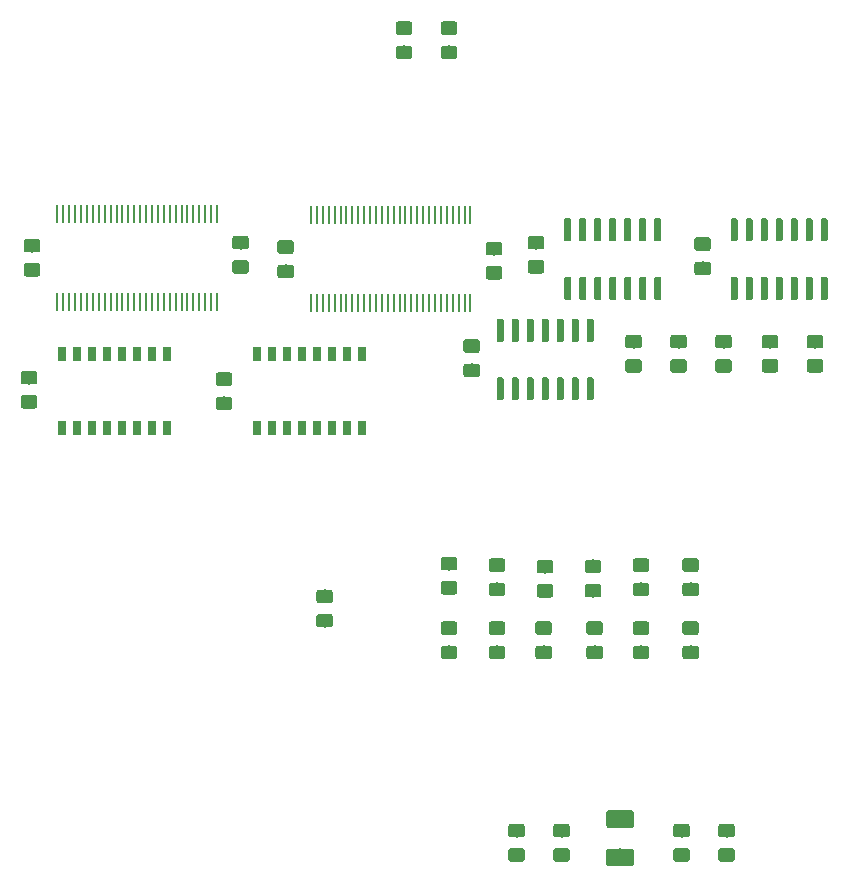
<source format=gtp>
G04 #@! TF.GenerationSoftware,KiCad,Pcbnew,(5.1.2-1)-1*
G04 #@! TF.CreationDate,2019-09-02T17:54:29+01:00*
G04 #@! TF.ProjectId,tranZPUter,7472616e-5a50-4557-9465-722e6b696361,rev?*
G04 #@! TF.SameCoordinates,Original*
G04 #@! TF.FileFunction,Paste,Top*
G04 #@! TF.FilePolarity,Positive*
%FSLAX46Y46*%
G04 Gerber Fmt 4.6, Leading zero omitted, Abs format (unit mm)*
G04 Created by KiCad (PCBNEW (5.1.2-1)-1) date 2019-09-02 17:54:29*
%MOMM*%
%LPD*%
G04 APERTURE LIST*
%ADD10C,0.100000*%
%ADD11C,1.500000*%
%ADD12C,0.600000*%
%ADD13C,1.150000*%
%ADD14R,0.280000X1.520000*%
%ADD15R,0.800000X1.300000*%
G04 APERTURE END LIST*
D10*
G36*
X110178504Y-132593204D02*
G01*
X110202773Y-132596804D01*
X110226571Y-132602765D01*
X110249671Y-132611030D01*
X110271849Y-132621520D01*
X110292893Y-132634133D01*
X110312598Y-132648747D01*
X110330777Y-132665223D01*
X110347253Y-132683402D01*
X110361867Y-132703107D01*
X110374480Y-132724151D01*
X110384970Y-132746329D01*
X110393235Y-132769429D01*
X110399196Y-132793227D01*
X110402796Y-132817496D01*
X110404000Y-132842000D01*
X110404000Y-133842000D01*
X110402796Y-133866504D01*
X110399196Y-133890773D01*
X110393235Y-133914571D01*
X110384970Y-133937671D01*
X110374480Y-133959849D01*
X110361867Y-133980893D01*
X110347253Y-134000598D01*
X110330777Y-134018777D01*
X110312598Y-134035253D01*
X110292893Y-134049867D01*
X110271849Y-134062480D01*
X110249671Y-134072970D01*
X110226571Y-134081235D01*
X110202773Y-134087196D01*
X110178504Y-134090796D01*
X110154000Y-134092000D01*
X108304000Y-134092000D01*
X108279496Y-134090796D01*
X108255227Y-134087196D01*
X108231429Y-134081235D01*
X108208329Y-134072970D01*
X108186151Y-134062480D01*
X108165107Y-134049867D01*
X108145402Y-134035253D01*
X108127223Y-134018777D01*
X108110747Y-134000598D01*
X108096133Y-133980893D01*
X108083520Y-133959849D01*
X108073030Y-133937671D01*
X108064765Y-133914571D01*
X108058804Y-133890773D01*
X108055204Y-133866504D01*
X108054000Y-133842000D01*
X108054000Y-132842000D01*
X108055204Y-132817496D01*
X108058804Y-132793227D01*
X108064765Y-132769429D01*
X108073030Y-132746329D01*
X108083520Y-132724151D01*
X108096133Y-132703107D01*
X108110747Y-132683402D01*
X108127223Y-132665223D01*
X108145402Y-132648747D01*
X108165107Y-132634133D01*
X108186151Y-132621520D01*
X108208329Y-132611030D01*
X108231429Y-132602765D01*
X108255227Y-132596804D01*
X108279496Y-132593204D01*
X108304000Y-132592000D01*
X110154000Y-132592000D01*
X110178504Y-132593204D01*
X110178504Y-132593204D01*
G37*
D11*
X109229000Y-133342000D03*
D10*
G36*
X110178504Y-135843204D02*
G01*
X110202773Y-135846804D01*
X110226571Y-135852765D01*
X110249671Y-135861030D01*
X110271849Y-135871520D01*
X110292893Y-135884133D01*
X110312598Y-135898747D01*
X110330777Y-135915223D01*
X110347253Y-135933402D01*
X110361867Y-135953107D01*
X110374480Y-135974151D01*
X110384970Y-135996329D01*
X110393235Y-136019429D01*
X110399196Y-136043227D01*
X110402796Y-136067496D01*
X110404000Y-136092000D01*
X110404000Y-137092000D01*
X110402796Y-137116504D01*
X110399196Y-137140773D01*
X110393235Y-137164571D01*
X110384970Y-137187671D01*
X110374480Y-137209849D01*
X110361867Y-137230893D01*
X110347253Y-137250598D01*
X110330777Y-137268777D01*
X110312598Y-137285253D01*
X110292893Y-137299867D01*
X110271849Y-137312480D01*
X110249671Y-137322970D01*
X110226571Y-137331235D01*
X110202773Y-137337196D01*
X110178504Y-137340796D01*
X110154000Y-137342000D01*
X108304000Y-137342000D01*
X108279496Y-137340796D01*
X108255227Y-137337196D01*
X108231429Y-137331235D01*
X108208329Y-137322970D01*
X108186151Y-137312480D01*
X108165107Y-137299867D01*
X108145402Y-137285253D01*
X108127223Y-137268777D01*
X108110747Y-137250598D01*
X108096133Y-137230893D01*
X108083520Y-137209849D01*
X108073030Y-137187671D01*
X108064765Y-137164571D01*
X108058804Y-137140773D01*
X108055204Y-137116504D01*
X108054000Y-137092000D01*
X108054000Y-136092000D01*
X108055204Y-136067496D01*
X108058804Y-136043227D01*
X108064765Y-136019429D01*
X108073030Y-135996329D01*
X108083520Y-135974151D01*
X108096133Y-135953107D01*
X108110747Y-135933402D01*
X108127223Y-135915223D01*
X108145402Y-135898747D01*
X108165107Y-135884133D01*
X108186151Y-135871520D01*
X108208329Y-135861030D01*
X108231429Y-135852765D01*
X108255227Y-135846804D01*
X108279496Y-135843204D01*
X108304000Y-135842000D01*
X110154000Y-135842000D01*
X110178504Y-135843204D01*
X110178504Y-135843204D01*
G37*
D11*
X109229000Y-136592000D03*
D10*
G36*
X104948703Y-82495722D02*
G01*
X104963264Y-82497882D01*
X104977543Y-82501459D01*
X104991403Y-82506418D01*
X105004710Y-82512712D01*
X105017336Y-82520280D01*
X105029159Y-82529048D01*
X105040066Y-82538934D01*
X105049952Y-82549841D01*
X105058720Y-82561664D01*
X105066288Y-82574290D01*
X105072582Y-82587597D01*
X105077541Y-82601457D01*
X105081118Y-82615736D01*
X105083278Y-82630297D01*
X105084000Y-82645000D01*
X105084000Y-84295000D01*
X105083278Y-84309703D01*
X105081118Y-84324264D01*
X105077541Y-84338543D01*
X105072582Y-84352403D01*
X105066288Y-84365710D01*
X105058720Y-84378336D01*
X105049952Y-84390159D01*
X105040066Y-84401066D01*
X105029159Y-84410952D01*
X105017336Y-84419720D01*
X105004710Y-84427288D01*
X104991403Y-84433582D01*
X104977543Y-84438541D01*
X104963264Y-84442118D01*
X104948703Y-84444278D01*
X104934000Y-84445000D01*
X104634000Y-84445000D01*
X104619297Y-84444278D01*
X104604736Y-84442118D01*
X104590457Y-84438541D01*
X104576597Y-84433582D01*
X104563290Y-84427288D01*
X104550664Y-84419720D01*
X104538841Y-84410952D01*
X104527934Y-84401066D01*
X104518048Y-84390159D01*
X104509280Y-84378336D01*
X104501712Y-84365710D01*
X104495418Y-84352403D01*
X104490459Y-84338543D01*
X104486882Y-84324264D01*
X104484722Y-84309703D01*
X104484000Y-84295000D01*
X104484000Y-82645000D01*
X104484722Y-82630297D01*
X104486882Y-82615736D01*
X104490459Y-82601457D01*
X104495418Y-82587597D01*
X104501712Y-82574290D01*
X104509280Y-82561664D01*
X104518048Y-82549841D01*
X104527934Y-82538934D01*
X104538841Y-82529048D01*
X104550664Y-82520280D01*
X104563290Y-82512712D01*
X104576597Y-82506418D01*
X104590457Y-82501459D01*
X104604736Y-82497882D01*
X104619297Y-82495722D01*
X104634000Y-82495000D01*
X104934000Y-82495000D01*
X104948703Y-82495722D01*
X104948703Y-82495722D01*
G37*
D12*
X104784000Y-83470000D03*
D10*
G36*
X106218703Y-82495722D02*
G01*
X106233264Y-82497882D01*
X106247543Y-82501459D01*
X106261403Y-82506418D01*
X106274710Y-82512712D01*
X106287336Y-82520280D01*
X106299159Y-82529048D01*
X106310066Y-82538934D01*
X106319952Y-82549841D01*
X106328720Y-82561664D01*
X106336288Y-82574290D01*
X106342582Y-82587597D01*
X106347541Y-82601457D01*
X106351118Y-82615736D01*
X106353278Y-82630297D01*
X106354000Y-82645000D01*
X106354000Y-84295000D01*
X106353278Y-84309703D01*
X106351118Y-84324264D01*
X106347541Y-84338543D01*
X106342582Y-84352403D01*
X106336288Y-84365710D01*
X106328720Y-84378336D01*
X106319952Y-84390159D01*
X106310066Y-84401066D01*
X106299159Y-84410952D01*
X106287336Y-84419720D01*
X106274710Y-84427288D01*
X106261403Y-84433582D01*
X106247543Y-84438541D01*
X106233264Y-84442118D01*
X106218703Y-84444278D01*
X106204000Y-84445000D01*
X105904000Y-84445000D01*
X105889297Y-84444278D01*
X105874736Y-84442118D01*
X105860457Y-84438541D01*
X105846597Y-84433582D01*
X105833290Y-84427288D01*
X105820664Y-84419720D01*
X105808841Y-84410952D01*
X105797934Y-84401066D01*
X105788048Y-84390159D01*
X105779280Y-84378336D01*
X105771712Y-84365710D01*
X105765418Y-84352403D01*
X105760459Y-84338543D01*
X105756882Y-84324264D01*
X105754722Y-84309703D01*
X105754000Y-84295000D01*
X105754000Y-82645000D01*
X105754722Y-82630297D01*
X105756882Y-82615736D01*
X105760459Y-82601457D01*
X105765418Y-82587597D01*
X105771712Y-82574290D01*
X105779280Y-82561664D01*
X105788048Y-82549841D01*
X105797934Y-82538934D01*
X105808841Y-82529048D01*
X105820664Y-82520280D01*
X105833290Y-82512712D01*
X105846597Y-82506418D01*
X105860457Y-82501459D01*
X105874736Y-82497882D01*
X105889297Y-82495722D01*
X105904000Y-82495000D01*
X106204000Y-82495000D01*
X106218703Y-82495722D01*
X106218703Y-82495722D01*
G37*
D12*
X106054000Y-83470000D03*
D10*
G36*
X107488703Y-82495722D02*
G01*
X107503264Y-82497882D01*
X107517543Y-82501459D01*
X107531403Y-82506418D01*
X107544710Y-82512712D01*
X107557336Y-82520280D01*
X107569159Y-82529048D01*
X107580066Y-82538934D01*
X107589952Y-82549841D01*
X107598720Y-82561664D01*
X107606288Y-82574290D01*
X107612582Y-82587597D01*
X107617541Y-82601457D01*
X107621118Y-82615736D01*
X107623278Y-82630297D01*
X107624000Y-82645000D01*
X107624000Y-84295000D01*
X107623278Y-84309703D01*
X107621118Y-84324264D01*
X107617541Y-84338543D01*
X107612582Y-84352403D01*
X107606288Y-84365710D01*
X107598720Y-84378336D01*
X107589952Y-84390159D01*
X107580066Y-84401066D01*
X107569159Y-84410952D01*
X107557336Y-84419720D01*
X107544710Y-84427288D01*
X107531403Y-84433582D01*
X107517543Y-84438541D01*
X107503264Y-84442118D01*
X107488703Y-84444278D01*
X107474000Y-84445000D01*
X107174000Y-84445000D01*
X107159297Y-84444278D01*
X107144736Y-84442118D01*
X107130457Y-84438541D01*
X107116597Y-84433582D01*
X107103290Y-84427288D01*
X107090664Y-84419720D01*
X107078841Y-84410952D01*
X107067934Y-84401066D01*
X107058048Y-84390159D01*
X107049280Y-84378336D01*
X107041712Y-84365710D01*
X107035418Y-84352403D01*
X107030459Y-84338543D01*
X107026882Y-84324264D01*
X107024722Y-84309703D01*
X107024000Y-84295000D01*
X107024000Y-82645000D01*
X107024722Y-82630297D01*
X107026882Y-82615736D01*
X107030459Y-82601457D01*
X107035418Y-82587597D01*
X107041712Y-82574290D01*
X107049280Y-82561664D01*
X107058048Y-82549841D01*
X107067934Y-82538934D01*
X107078841Y-82529048D01*
X107090664Y-82520280D01*
X107103290Y-82512712D01*
X107116597Y-82506418D01*
X107130457Y-82501459D01*
X107144736Y-82497882D01*
X107159297Y-82495722D01*
X107174000Y-82495000D01*
X107474000Y-82495000D01*
X107488703Y-82495722D01*
X107488703Y-82495722D01*
G37*
D12*
X107324000Y-83470000D03*
D10*
G36*
X108758703Y-82495722D02*
G01*
X108773264Y-82497882D01*
X108787543Y-82501459D01*
X108801403Y-82506418D01*
X108814710Y-82512712D01*
X108827336Y-82520280D01*
X108839159Y-82529048D01*
X108850066Y-82538934D01*
X108859952Y-82549841D01*
X108868720Y-82561664D01*
X108876288Y-82574290D01*
X108882582Y-82587597D01*
X108887541Y-82601457D01*
X108891118Y-82615736D01*
X108893278Y-82630297D01*
X108894000Y-82645000D01*
X108894000Y-84295000D01*
X108893278Y-84309703D01*
X108891118Y-84324264D01*
X108887541Y-84338543D01*
X108882582Y-84352403D01*
X108876288Y-84365710D01*
X108868720Y-84378336D01*
X108859952Y-84390159D01*
X108850066Y-84401066D01*
X108839159Y-84410952D01*
X108827336Y-84419720D01*
X108814710Y-84427288D01*
X108801403Y-84433582D01*
X108787543Y-84438541D01*
X108773264Y-84442118D01*
X108758703Y-84444278D01*
X108744000Y-84445000D01*
X108444000Y-84445000D01*
X108429297Y-84444278D01*
X108414736Y-84442118D01*
X108400457Y-84438541D01*
X108386597Y-84433582D01*
X108373290Y-84427288D01*
X108360664Y-84419720D01*
X108348841Y-84410952D01*
X108337934Y-84401066D01*
X108328048Y-84390159D01*
X108319280Y-84378336D01*
X108311712Y-84365710D01*
X108305418Y-84352403D01*
X108300459Y-84338543D01*
X108296882Y-84324264D01*
X108294722Y-84309703D01*
X108294000Y-84295000D01*
X108294000Y-82645000D01*
X108294722Y-82630297D01*
X108296882Y-82615736D01*
X108300459Y-82601457D01*
X108305418Y-82587597D01*
X108311712Y-82574290D01*
X108319280Y-82561664D01*
X108328048Y-82549841D01*
X108337934Y-82538934D01*
X108348841Y-82529048D01*
X108360664Y-82520280D01*
X108373290Y-82512712D01*
X108386597Y-82506418D01*
X108400457Y-82501459D01*
X108414736Y-82497882D01*
X108429297Y-82495722D01*
X108444000Y-82495000D01*
X108744000Y-82495000D01*
X108758703Y-82495722D01*
X108758703Y-82495722D01*
G37*
D12*
X108594000Y-83470000D03*
D10*
G36*
X110028703Y-82495722D02*
G01*
X110043264Y-82497882D01*
X110057543Y-82501459D01*
X110071403Y-82506418D01*
X110084710Y-82512712D01*
X110097336Y-82520280D01*
X110109159Y-82529048D01*
X110120066Y-82538934D01*
X110129952Y-82549841D01*
X110138720Y-82561664D01*
X110146288Y-82574290D01*
X110152582Y-82587597D01*
X110157541Y-82601457D01*
X110161118Y-82615736D01*
X110163278Y-82630297D01*
X110164000Y-82645000D01*
X110164000Y-84295000D01*
X110163278Y-84309703D01*
X110161118Y-84324264D01*
X110157541Y-84338543D01*
X110152582Y-84352403D01*
X110146288Y-84365710D01*
X110138720Y-84378336D01*
X110129952Y-84390159D01*
X110120066Y-84401066D01*
X110109159Y-84410952D01*
X110097336Y-84419720D01*
X110084710Y-84427288D01*
X110071403Y-84433582D01*
X110057543Y-84438541D01*
X110043264Y-84442118D01*
X110028703Y-84444278D01*
X110014000Y-84445000D01*
X109714000Y-84445000D01*
X109699297Y-84444278D01*
X109684736Y-84442118D01*
X109670457Y-84438541D01*
X109656597Y-84433582D01*
X109643290Y-84427288D01*
X109630664Y-84419720D01*
X109618841Y-84410952D01*
X109607934Y-84401066D01*
X109598048Y-84390159D01*
X109589280Y-84378336D01*
X109581712Y-84365710D01*
X109575418Y-84352403D01*
X109570459Y-84338543D01*
X109566882Y-84324264D01*
X109564722Y-84309703D01*
X109564000Y-84295000D01*
X109564000Y-82645000D01*
X109564722Y-82630297D01*
X109566882Y-82615736D01*
X109570459Y-82601457D01*
X109575418Y-82587597D01*
X109581712Y-82574290D01*
X109589280Y-82561664D01*
X109598048Y-82549841D01*
X109607934Y-82538934D01*
X109618841Y-82529048D01*
X109630664Y-82520280D01*
X109643290Y-82512712D01*
X109656597Y-82506418D01*
X109670457Y-82501459D01*
X109684736Y-82497882D01*
X109699297Y-82495722D01*
X109714000Y-82495000D01*
X110014000Y-82495000D01*
X110028703Y-82495722D01*
X110028703Y-82495722D01*
G37*
D12*
X109864000Y-83470000D03*
D10*
G36*
X111298703Y-82495722D02*
G01*
X111313264Y-82497882D01*
X111327543Y-82501459D01*
X111341403Y-82506418D01*
X111354710Y-82512712D01*
X111367336Y-82520280D01*
X111379159Y-82529048D01*
X111390066Y-82538934D01*
X111399952Y-82549841D01*
X111408720Y-82561664D01*
X111416288Y-82574290D01*
X111422582Y-82587597D01*
X111427541Y-82601457D01*
X111431118Y-82615736D01*
X111433278Y-82630297D01*
X111434000Y-82645000D01*
X111434000Y-84295000D01*
X111433278Y-84309703D01*
X111431118Y-84324264D01*
X111427541Y-84338543D01*
X111422582Y-84352403D01*
X111416288Y-84365710D01*
X111408720Y-84378336D01*
X111399952Y-84390159D01*
X111390066Y-84401066D01*
X111379159Y-84410952D01*
X111367336Y-84419720D01*
X111354710Y-84427288D01*
X111341403Y-84433582D01*
X111327543Y-84438541D01*
X111313264Y-84442118D01*
X111298703Y-84444278D01*
X111284000Y-84445000D01*
X110984000Y-84445000D01*
X110969297Y-84444278D01*
X110954736Y-84442118D01*
X110940457Y-84438541D01*
X110926597Y-84433582D01*
X110913290Y-84427288D01*
X110900664Y-84419720D01*
X110888841Y-84410952D01*
X110877934Y-84401066D01*
X110868048Y-84390159D01*
X110859280Y-84378336D01*
X110851712Y-84365710D01*
X110845418Y-84352403D01*
X110840459Y-84338543D01*
X110836882Y-84324264D01*
X110834722Y-84309703D01*
X110834000Y-84295000D01*
X110834000Y-82645000D01*
X110834722Y-82630297D01*
X110836882Y-82615736D01*
X110840459Y-82601457D01*
X110845418Y-82587597D01*
X110851712Y-82574290D01*
X110859280Y-82561664D01*
X110868048Y-82549841D01*
X110877934Y-82538934D01*
X110888841Y-82529048D01*
X110900664Y-82520280D01*
X110913290Y-82512712D01*
X110926597Y-82506418D01*
X110940457Y-82501459D01*
X110954736Y-82497882D01*
X110969297Y-82495722D01*
X110984000Y-82495000D01*
X111284000Y-82495000D01*
X111298703Y-82495722D01*
X111298703Y-82495722D01*
G37*
D12*
X111134000Y-83470000D03*
D10*
G36*
X112568703Y-82495722D02*
G01*
X112583264Y-82497882D01*
X112597543Y-82501459D01*
X112611403Y-82506418D01*
X112624710Y-82512712D01*
X112637336Y-82520280D01*
X112649159Y-82529048D01*
X112660066Y-82538934D01*
X112669952Y-82549841D01*
X112678720Y-82561664D01*
X112686288Y-82574290D01*
X112692582Y-82587597D01*
X112697541Y-82601457D01*
X112701118Y-82615736D01*
X112703278Y-82630297D01*
X112704000Y-82645000D01*
X112704000Y-84295000D01*
X112703278Y-84309703D01*
X112701118Y-84324264D01*
X112697541Y-84338543D01*
X112692582Y-84352403D01*
X112686288Y-84365710D01*
X112678720Y-84378336D01*
X112669952Y-84390159D01*
X112660066Y-84401066D01*
X112649159Y-84410952D01*
X112637336Y-84419720D01*
X112624710Y-84427288D01*
X112611403Y-84433582D01*
X112597543Y-84438541D01*
X112583264Y-84442118D01*
X112568703Y-84444278D01*
X112554000Y-84445000D01*
X112254000Y-84445000D01*
X112239297Y-84444278D01*
X112224736Y-84442118D01*
X112210457Y-84438541D01*
X112196597Y-84433582D01*
X112183290Y-84427288D01*
X112170664Y-84419720D01*
X112158841Y-84410952D01*
X112147934Y-84401066D01*
X112138048Y-84390159D01*
X112129280Y-84378336D01*
X112121712Y-84365710D01*
X112115418Y-84352403D01*
X112110459Y-84338543D01*
X112106882Y-84324264D01*
X112104722Y-84309703D01*
X112104000Y-84295000D01*
X112104000Y-82645000D01*
X112104722Y-82630297D01*
X112106882Y-82615736D01*
X112110459Y-82601457D01*
X112115418Y-82587597D01*
X112121712Y-82574290D01*
X112129280Y-82561664D01*
X112138048Y-82549841D01*
X112147934Y-82538934D01*
X112158841Y-82529048D01*
X112170664Y-82520280D01*
X112183290Y-82512712D01*
X112196597Y-82506418D01*
X112210457Y-82501459D01*
X112224736Y-82497882D01*
X112239297Y-82495722D01*
X112254000Y-82495000D01*
X112554000Y-82495000D01*
X112568703Y-82495722D01*
X112568703Y-82495722D01*
G37*
D12*
X112404000Y-83470000D03*
D10*
G36*
X112568703Y-87445722D02*
G01*
X112583264Y-87447882D01*
X112597543Y-87451459D01*
X112611403Y-87456418D01*
X112624710Y-87462712D01*
X112637336Y-87470280D01*
X112649159Y-87479048D01*
X112660066Y-87488934D01*
X112669952Y-87499841D01*
X112678720Y-87511664D01*
X112686288Y-87524290D01*
X112692582Y-87537597D01*
X112697541Y-87551457D01*
X112701118Y-87565736D01*
X112703278Y-87580297D01*
X112704000Y-87595000D01*
X112704000Y-89245000D01*
X112703278Y-89259703D01*
X112701118Y-89274264D01*
X112697541Y-89288543D01*
X112692582Y-89302403D01*
X112686288Y-89315710D01*
X112678720Y-89328336D01*
X112669952Y-89340159D01*
X112660066Y-89351066D01*
X112649159Y-89360952D01*
X112637336Y-89369720D01*
X112624710Y-89377288D01*
X112611403Y-89383582D01*
X112597543Y-89388541D01*
X112583264Y-89392118D01*
X112568703Y-89394278D01*
X112554000Y-89395000D01*
X112254000Y-89395000D01*
X112239297Y-89394278D01*
X112224736Y-89392118D01*
X112210457Y-89388541D01*
X112196597Y-89383582D01*
X112183290Y-89377288D01*
X112170664Y-89369720D01*
X112158841Y-89360952D01*
X112147934Y-89351066D01*
X112138048Y-89340159D01*
X112129280Y-89328336D01*
X112121712Y-89315710D01*
X112115418Y-89302403D01*
X112110459Y-89288543D01*
X112106882Y-89274264D01*
X112104722Y-89259703D01*
X112104000Y-89245000D01*
X112104000Y-87595000D01*
X112104722Y-87580297D01*
X112106882Y-87565736D01*
X112110459Y-87551457D01*
X112115418Y-87537597D01*
X112121712Y-87524290D01*
X112129280Y-87511664D01*
X112138048Y-87499841D01*
X112147934Y-87488934D01*
X112158841Y-87479048D01*
X112170664Y-87470280D01*
X112183290Y-87462712D01*
X112196597Y-87456418D01*
X112210457Y-87451459D01*
X112224736Y-87447882D01*
X112239297Y-87445722D01*
X112254000Y-87445000D01*
X112554000Y-87445000D01*
X112568703Y-87445722D01*
X112568703Y-87445722D01*
G37*
D12*
X112404000Y-88420000D03*
D10*
G36*
X111298703Y-87445722D02*
G01*
X111313264Y-87447882D01*
X111327543Y-87451459D01*
X111341403Y-87456418D01*
X111354710Y-87462712D01*
X111367336Y-87470280D01*
X111379159Y-87479048D01*
X111390066Y-87488934D01*
X111399952Y-87499841D01*
X111408720Y-87511664D01*
X111416288Y-87524290D01*
X111422582Y-87537597D01*
X111427541Y-87551457D01*
X111431118Y-87565736D01*
X111433278Y-87580297D01*
X111434000Y-87595000D01*
X111434000Y-89245000D01*
X111433278Y-89259703D01*
X111431118Y-89274264D01*
X111427541Y-89288543D01*
X111422582Y-89302403D01*
X111416288Y-89315710D01*
X111408720Y-89328336D01*
X111399952Y-89340159D01*
X111390066Y-89351066D01*
X111379159Y-89360952D01*
X111367336Y-89369720D01*
X111354710Y-89377288D01*
X111341403Y-89383582D01*
X111327543Y-89388541D01*
X111313264Y-89392118D01*
X111298703Y-89394278D01*
X111284000Y-89395000D01*
X110984000Y-89395000D01*
X110969297Y-89394278D01*
X110954736Y-89392118D01*
X110940457Y-89388541D01*
X110926597Y-89383582D01*
X110913290Y-89377288D01*
X110900664Y-89369720D01*
X110888841Y-89360952D01*
X110877934Y-89351066D01*
X110868048Y-89340159D01*
X110859280Y-89328336D01*
X110851712Y-89315710D01*
X110845418Y-89302403D01*
X110840459Y-89288543D01*
X110836882Y-89274264D01*
X110834722Y-89259703D01*
X110834000Y-89245000D01*
X110834000Y-87595000D01*
X110834722Y-87580297D01*
X110836882Y-87565736D01*
X110840459Y-87551457D01*
X110845418Y-87537597D01*
X110851712Y-87524290D01*
X110859280Y-87511664D01*
X110868048Y-87499841D01*
X110877934Y-87488934D01*
X110888841Y-87479048D01*
X110900664Y-87470280D01*
X110913290Y-87462712D01*
X110926597Y-87456418D01*
X110940457Y-87451459D01*
X110954736Y-87447882D01*
X110969297Y-87445722D01*
X110984000Y-87445000D01*
X111284000Y-87445000D01*
X111298703Y-87445722D01*
X111298703Y-87445722D01*
G37*
D12*
X111134000Y-88420000D03*
D10*
G36*
X110028703Y-87445722D02*
G01*
X110043264Y-87447882D01*
X110057543Y-87451459D01*
X110071403Y-87456418D01*
X110084710Y-87462712D01*
X110097336Y-87470280D01*
X110109159Y-87479048D01*
X110120066Y-87488934D01*
X110129952Y-87499841D01*
X110138720Y-87511664D01*
X110146288Y-87524290D01*
X110152582Y-87537597D01*
X110157541Y-87551457D01*
X110161118Y-87565736D01*
X110163278Y-87580297D01*
X110164000Y-87595000D01*
X110164000Y-89245000D01*
X110163278Y-89259703D01*
X110161118Y-89274264D01*
X110157541Y-89288543D01*
X110152582Y-89302403D01*
X110146288Y-89315710D01*
X110138720Y-89328336D01*
X110129952Y-89340159D01*
X110120066Y-89351066D01*
X110109159Y-89360952D01*
X110097336Y-89369720D01*
X110084710Y-89377288D01*
X110071403Y-89383582D01*
X110057543Y-89388541D01*
X110043264Y-89392118D01*
X110028703Y-89394278D01*
X110014000Y-89395000D01*
X109714000Y-89395000D01*
X109699297Y-89394278D01*
X109684736Y-89392118D01*
X109670457Y-89388541D01*
X109656597Y-89383582D01*
X109643290Y-89377288D01*
X109630664Y-89369720D01*
X109618841Y-89360952D01*
X109607934Y-89351066D01*
X109598048Y-89340159D01*
X109589280Y-89328336D01*
X109581712Y-89315710D01*
X109575418Y-89302403D01*
X109570459Y-89288543D01*
X109566882Y-89274264D01*
X109564722Y-89259703D01*
X109564000Y-89245000D01*
X109564000Y-87595000D01*
X109564722Y-87580297D01*
X109566882Y-87565736D01*
X109570459Y-87551457D01*
X109575418Y-87537597D01*
X109581712Y-87524290D01*
X109589280Y-87511664D01*
X109598048Y-87499841D01*
X109607934Y-87488934D01*
X109618841Y-87479048D01*
X109630664Y-87470280D01*
X109643290Y-87462712D01*
X109656597Y-87456418D01*
X109670457Y-87451459D01*
X109684736Y-87447882D01*
X109699297Y-87445722D01*
X109714000Y-87445000D01*
X110014000Y-87445000D01*
X110028703Y-87445722D01*
X110028703Y-87445722D01*
G37*
D12*
X109864000Y-88420000D03*
D10*
G36*
X108758703Y-87445722D02*
G01*
X108773264Y-87447882D01*
X108787543Y-87451459D01*
X108801403Y-87456418D01*
X108814710Y-87462712D01*
X108827336Y-87470280D01*
X108839159Y-87479048D01*
X108850066Y-87488934D01*
X108859952Y-87499841D01*
X108868720Y-87511664D01*
X108876288Y-87524290D01*
X108882582Y-87537597D01*
X108887541Y-87551457D01*
X108891118Y-87565736D01*
X108893278Y-87580297D01*
X108894000Y-87595000D01*
X108894000Y-89245000D01*
X108893278Y-89259703D01*
X108891118Y-89274264D01*
X108887541Y-89288543D01*
X108882582Y-89302403D01*
X108876288Y-89315710D01*
X108868720Y-89328336D01*
X108859952Y-89340159D01*
X108850066Y-89351066D01*
X108839159Y-89360952D01*
X108827336Y-89369720D01*
X108814710Y-89377288D01*
X108801403Y-89383582D01*
X108787543Y-89388541D01*
X108773264Y-89392118D01*
X108758703Y-89394278D01*
X108744000Y-89395000D01*
X108444000Y-89395000D01*
X108429297Y-89394278D01*
X108414736Y-89392118D01*
X108400457Y-89388541D01*
X108386597Y-89383582D01*
X108373290Y-89377288D01*
X108360664Y-89369720D01*
X108348841Y-89360952D01*
X108337934Y-89351066D01*
X108328048Y-89340159D01*
X108319280Y-89328336D01*
X108311712Y-89315710D01*
X108305418Y-89302403D01*
X108300459Y-89288543D01*
X108296882Y-89274264D01*
X108294722Y-89259703D01*
X108294000Y-89245000D01*
X108294000Y-87595000D01*
X108294722Y-87580297D01*
X108296882Y-87565736D01*
X108300459Y-87551457D01*
X108305418Y-87537597D01*
X108311712Y-87524290D01*
X108319280Y-87511664D01*
X108328048Y-87499841D01*
X108337934Y-87488934D01*
X108348841Y-87479048D01*
X108360664Y-87470280D01*
X108373290Y-87462712D01*
X108386597Y-87456418D01*
X108400457Y-87451459D01*
X108414736Y-87447882D01*
X108429297Y-87445722D01*
X108444000Y-87445000D01*
X108744000Y-87445000D01*
X108758703Y-87445722D01*
X108758703Y-87445722D01*
G37*
D12*
X108594000Y-88420000D03*
D10*
G36*
X107488703Y-87445722D02*
G01*
X107503264Y-87447882D01*
X107517543Y-87451459D01*
X107531403Y-87456418D01*
X107544710Y-87462712D01*
X107557336Y-87470280D01*
X107569159Y-87479048D01*
X107580066Y-87488934D01*
X107589952Y-87499841D01*
X107598720Y-87511664D01*
X107606288Y-87524290D01*
X107612582Y-87537597D01*
X107617541Y-87551457D01*
X107621118Y-87565736D01*
X107623278Y-87580297D01*
X107624000Y-87595000D01*
X107624000Y-89245000D01*
X107623278Y-89259703D01*
X107621118Y-89274264D01*
X107617541Y-89288543D01*
X107612582Y-89302403D01*
X107606288Y-89315710D01*
X107598720Y-89328336D01*
X107589952Y-89340159D01*
X107580066Y-89351066D01*
X107569159Y-89360952D01*
X107557336Y-89369720D01*
X107544710Y-89377288D01*
X107531403Y-89383582D01*
X107517543Y-89388541D01*
X107503264Y-89392118D01*
X107488703Y-89394278D01*
X107474000Y-89395000D01*
X107174000Y-89395000D01*
X107159297Y-89394278D01*
X107144736Y-89392118D01*
X107130457Y-89388541D01*
X107116597Y-89383582D01*
X107103290Y-89377288D01*
X107090664Y-89369720D01*
X107078841Y-89360952D01*
X107067934Y-89351066D01*
X107058048Y-89340159D01*
X107049280Y-89328336D01*
X107041712Y-89315710D01*
X107035418Y-89302403D01*
X107030459Y-89288543D01*
X107026882Y-89274264D01*
X107024722Y-89259703D01*
X107024000Y-89245000D01*
X107024000Y-87595000D01*
X107024722Y-87580297D01*
X107026882Y-87565736D01*
X107030459Y-87551457D01*
X107035418Y-87537597D01*
X107041712Y-87524290D01*
X107049280Y-87511664D01*
X107058048Y-87499841D01*
X107067934Y-87488934D01*
X107078841Y-87479048D01*
X107090664Y-87470280D01*
X107103290Y-87462712D01*
X107116597Y-87456418D01*
X107130457Y-87451459D01*
X107144736Y-87447882D01*
X107159297Y-87445722D01*
X107174000Y-87445000D01*
X107474000Y-87445000D01*
X107488703Y-87445722D01*
X107488703Y-87445722D01*
G37*
D12*
X107324000Y-88420000D03*
D10*
G36*
X106218703Y-87445722D02*
G01*
X106233264Y-87447882D01*
X106247543Y-87451459D01*
X106261403Y-87456418D01*
X106274710Y-87462712D01*
X106287336Y-87470280D01*
X106299159Y-87479048D01*
X106310066Y-87488934D01*
X106319952Y-87499841D01*
X106328720Y-87511664D01*
X106336288Y-87524290D01*
X106342582Y-87537597D01*
X106347541Y-87551457D01*
X106351118Y-87565736D01*
X106353278Y-87580297D01*
X106354000Y-87595000D01*
X106354000Y-89245000D01*
X106353278Y-89259703D01*
X106351118Y-89274264D01*
X106347541Y-89288543D01*
X106342582Y-89302403D01*
X106336288Y-89315710D01*
X106328720Y-89328336D01*
X106319952Y-89340159D01*
X106310066Y-89351066D01*
X106299159Y-89360952D01*
X106287336Y-89369720D01*
X106274710Y-89377288D01*
X106261403Y-89383582D01*
X106247543Y-89388541D01*
X106233264Y-89392118D01*
X106218703Y-89394278D01*
X106204000Y-89395000D01*
X105904000Y-89395000D01*
X105889297Y-89394278D01*
X105874736Y-89392118D01*
X105860457Y-89388541D01*
X105846597Y-89383582D01*
X105833290Y-89377288D01*
X105820664Y-89369720D01*
X105808841Y-89360952D01*
X105797934Y-89351066D01*
X105788048Y-89340159D01*
X105779280Y-89328336D01*
X105771712Y-89315710D01*
X105765418Y-89302403D01*
X105760459Y-89288543D01*
X105756882Y-89274264D01*
X105754722Y-89259703D01*
X105754000Y-89245000D01*
X105754000Y-87595000D01*
X105754722Y-87580297D01*
X105756882Y-87565736D01*
X105760459Y-87551457D01*
X105765418Y-87537597D01*
X105771712Y-87524290D01*
X105779280Y-87511664D01*
X105788048Y-87499841D01*
X105797934Y-87488934D01*
X105808841Y-87479048D01*
X105820664Y-87470280D01*
X105833290Y-87462712D01*
X105846597Y-87456418D01*
X105860457Y-87451459D01*
X105874736Y-87447882D01*
X105889297Y-87445722D01*
X105904000Y-87445000D01*
X106204000Y-87445000D01*
X106218703Y-87445722D01*
X106218703Y-87445722D01*
G37*
D12*
X106054000Y-88420000D03*
D10*
G36*
X104948703Y-87445722D02*
G01*
X104963264Y-87447882D01*
X104977543Y-87451459D01*
X104991403Y-87456418D01*
X105004710Y-87462712D01*
X105017336Y-87470280D01*
X105029159Y-87479048D01*
X105040066Y-87488934D01*
X105049952Y-87499841D01*
X105058720Y-87511664D01*
X105066288Y-87524290D01*
X105072582Y-87537597D01*
X105077541Y-87551457D01*
X105081118Y-87565736D01*
X105083278Y-87580297D01*
X105084000Y-87595000D01*
X105084000Y-89245000D01*
X105083278Y-89259703D01*
X105081118Y-89274264D01*
X105077541Y-89288543D01*
X105072582Y-89302403D01*
X105066288Y-89315710D01*
X105058720Y-89328336D01*
X105049952Y-89340159D01*
X105040066Y-89351066D01*
X105029159Y-89360952D01*
X105017336Y-89369720D01*
X105004710Y-89377288D01*
X104991403Y-89383582D01*
X104977543Y-89388541D01*
X104963264Y-89392118D01*
X104948703Y-89394278D01*
X104934000Y-89395000D01*
X104634000Y-89395000D01*
X104619297Y-89394278D01*
X104604736Y-89392118D01*
X104590457Y-89388541D01*
X104576597Y-89383582D01*
X104563290Y-89377288D01*
X104550664Y-89369720D01*
X104538841Y-89360952D01*
X104527934Y-89351066D01*
X104518048Y-89340159D01*
X104509280Y-89328336D01*
X104501712Y-89315710D01*
X104495418Y-89302403D01*
X104490459Y-89288543D01*
X104486882Y-89274264D01*
X104484722Y-89259703D01*
X104484000Y-89245000D01*
X104484000Y-87595000D01*
X104484722Y-87580297D01*
X104486882Y-87565736D01*
X104490459Y-87551457D01*
X104495418Y-87537597D01*
X104501712Y-87524290D01*
X104509280Y-87511664D01*
X104518048Y-87499841D01*
X104527934Y-87488934D01*
X104538841Y-87479048D01*
X104550664Y-87470280D01*
X104563290Y-87462712D01*
X104576597Y-87456418D01*
X104590457Y-87451459D01*
X104604736Y-87447882D01*
X104619297Y-87445722D01*
X104634000Y-87445000D01*
X104934000Y-87445000D01*
X104948703Y-87445722D01*
X104948703Y-87445722D01*
G37*
D12*
X104784000Y-88420000D03*
D10*
G36*
X99233703Y-91004722D02*
G01*
X99248264Y-91006882D01*
X99262543Y-91010459D01*
X99276403Y-91015418D01*
X99289710Y-91021712D01*
X99302336Y-91029280D01*
X99314159Y-91038048D01*
X99325066Y-91047934D01*
X99334952Y-91058841D01*
X99343720Y-91070664D01*
X99351288Y-91083290D01*
X99357582Y-91096597D01*
X99362541Y-91110457D01*
X99366118Y-91124736D01*
X99368278Y-91139297D01*
X99369000Y-91154000D01*
X99369000Y-92804000D01*
X99368278Y-92818703D01*
X99366118Y-92833264D01*
X99362541Y-92847543D01*
X99357582Y-92861403D01*
X99351288Y-92874710D01*
X99343720Y-92887336D01*
X99334952Y-92899159D01*
X99325066Y-92910066D01*
X99314159Y-92919952D01*
X99302336Y-92928720D01*
X99289710Y-92936288D01*
X99276403Y-92942582D01*
X99262543Y-92947541D01*
X99248264Y-92951118D01*
X99233703Y-92953278D01*
X99219000Y-92954000D01*
X98919000Y-92954000D01*
X98904297Y-92953278D01*
X98889736Y-92951118D01*
X98875457Y-92947541D01*
X98861597Y-92942582D01*
X98848290Y-92936288D01*
X98835664Y-92928720D01*
X98823841Y-92919952D01*
X98812934Y-92910066D01*
X98803048Y-92899159D01*
X98794280Y-92887336D01*
X98786712Y-92874710D01*
X98780418Y-92861403D01*
X98775459Y-92847543D01*
X98771882Y-92833264D01*
X98769722Y-92818703D01*
X98769000Y-92804000D01*
X98769000Y-91154000D01*
X98769722Y-91139297D01*
X98771882Y-91124736D01*
X98775459Y-91110457D01*
X98780418Y-91096597D01*
X98786712Y-91083290D01*
X98794280Y-91070664D01*
X98803048Y-91058841D01*
X98812934Y-91047934D01*
X98823841Y-91038048D01*
X98835664Y-91029280D01*
X98848290Y-91021712D01*
X98861597Y-91015418D01*
X98875457Y-91010459D01*
X98889736Y-91006882D01*
X98904297Y-91004722D01*
X98919000Y-91004000D01*
X99219000Y-91004000D01*
X99233703Y-91004722D01*
X99233703Y-91004722D01*
G37*
D12*
X99069000Y-91979000D03*
D10*
G36*
X100503703Y-91004722D02*
G01*
X100518264Y-91006882D01*
X100532543Y-91010459D01*
X100546403Y-91015418D01*
X100559710Y-91021712D01*
X100572336Y-91029280D01*
X100584159Y-91038048D01*
X100595066Y-91047934D01*
X100604952Y-91058841D01*
X100613720Y-91070664D01*
X100621288Y-91083290D01*
X100627582Y-91096597D01*
X100632541Y-91110457D01*
X100636118Y-91124736D01*
X100638278Y-91139297D01*
X100639000Y-91154000D01*
X100639000Y-92804000D01*
X100638278Y-92818703D01*
X100636118Y-92833264D01*
X100632541Y-92847543D01*
X100627582Y-92861403D01*
X100621288Y-92874710D01*
X100613720Y-92887336D01*
X100604952Y-92899159D01*
X100595066Y-92910066D01*
X100584159Y-92919952D01*
X100572336Y-92928720D01*
X100559710Y-92936288D01*
X100546403Y-92942582D01*
X100532543Y-92947541D01*
X100518264Y-92951118D01*
X100503703Y-92953278D01*
X100489000Y-92954000D01*
X100189000Y-92954000D01*
X100174297Y-92953278D01*
X100159736Y-92951118D01*
X100145457Y-92947541D01*
X100131597Y-92942582D01*
X100118290Y-92936288D01*
X100105664Y-92928720D01*
X100093841Y-92919952D01*
X100082934Y-92910066D01*
X100073048Y-92899159D01*
X100064280Y-92887336D01*
X100056712Y-92874710D01*
X100050418Y-92861403D01*
X100045459Y-92847543D01*
X100041882Y-92833264D01*
X100039722Y-92818703D01*
X100039000Y-92804000D01*
X100039000Y-91154000D01*
X100039722Y-91139297D01*
X100041882Y-91124736D01*
X100045459Y-91110457D01*
X100050418Y-91096597D01*
X100056712Y-91083290D01*
X100064280Y-91070664D01*
X100073048Y-91058841D01*
X100082934Y-91047934D01*
X100093841Y-91038048D01*
X100105664Y-91029280D01*
X100118290Y-91021712D01*
X100131597Y-91015418D01*
X100145457Y-91010459D01*
X100159736Y-91006882D01*
X100174297Y-91004722D01*
X100189000Y-91004000D01*
X100489000Y-91004000D01*
X100503703Y-91004722D01*
X100503703Y-91004722D01*
G37*
D12*
X100339000Y-91979000D03*
D10*
G36*
X101773703Y-91004722D02*
G01*
X101788264Y-91006882D01*
X101802543Y-91010459D01*
X101816403Y-91015418D01*
X101829710Y-91021712D01*
X101842336Y-91029280D01*
X101854159Y-91038048D01*
X101865066Y-91047934D01*
X101874952Y-91058841D01*
X101883720Y-91070664D01*
X101891288Y-91083290D01*
X101897582Y-91096597D01*
X101902541Y-91110457D01*
X101906118Y-91124736D01*
X101908278Y-91139297D01*
X101909000Y-91154000D01*
X101909000Y-92804000D01*
X101908278Y-92818703D01*
X101906118Y-92833264D01*
X101902541Y-92847543D01*
X101897582Y-92861403D01*
X101891288Y-92874710D01*
X101883720Y-92887336D01*
X101874952Y-92899159D01*
X101865066Y-92910066D01*
X101854159Y-92919952D01*
X101842336Y-92928720D01*
X101829710Y-92936288D01*
X101816403Y-92942582D01*
X101802543Y-92947541D01*
X101788264Y-92951118D01*
X101773703Y-92953278D01*
X101759000Y-92954000D01*
X101459000Y-92954000D01*
X101444297Y-92953278D01*
X101429736Y-92951118D01*
X101415457Y-92947541D01*
X101401597Y-92942582D01*
X101388290Y-92936288D01*
X101375664Y-92928720D01*
X101363841Y-92919952D01*
X101352934Y-92910066D01*
X101343048Y-92899159D01*
X101334280Y-92887336D01*
X101326712Y-92874710D01*
X101320418Y-92861403D01*
X101315459Y-92847543D01*
X101311882Y-92833264D01*
X101309722Y-92818703D01*
X101309000Y-92804000D01*
X101309000Y-91154000D01*
X101309722Y-91139297D01*
X101311882Y-91124736D01*
X101315459Y-91110457D01*
X101320418Y-91096597D01*
X101326712Y-91083290D01*
X101334280Y-91070664D01*
X101343048Y-91058841D01*
X101352934Y-91047934D01*
X101363841Y-91038048D01*
X101375664Y-91029280D01*
X101388290Y-91021712D01*
X101401597Y-91015418D01*
X101415457Y-91010459D01*
X101429736Y-91006882D01*
X101444297Y-91004722D01*
X101459000Y-91004000D01*
X101759000Y-91004000D01*
X101773703Y-91004722D01*
X101773703Y-91004722D01*
G37*
D12*
X101609000Y-91979000D03*
D10*
G36*
X103043703Y-91004722D02*
G01*
X103058264Y-91006882D01*
X103072543Y-91010459D01*
X103086403Y-91015418D01*
X103099710Y-91021712D01*
X103112336Y-91029280D01*
X103124159Y-91038048D01*
X103135066Y-91047934D01*
X103144952Y-91058841D01*
X103153720Y-91070664D01*
X103161288Y-91083290D01*
X103167582Y-91096597D01*
X103172541Y-91110457D01*
X103176118Y-91124736D01*
X103178278Y-91139297D01*
X103179000Y-91154000D01*
X103179000Y-92804000D01*
X103178278Y-92818703D01*
X103176118Y-92833264D01*
X103172541Y-92847543D01*
X103167582Y-92861403D01*
X103161288Y-92874710D01*
X103153720Y-92887336D01*
X103144952Y-92899159D01*
X103135066Y-92910066D01*
X103124159Y-92919952D01*
X103112336Y-92928720D01*
X103099710Y-92936288D01*
X103086403Y-92942582D01*
X103072543Y-92947541D01*
X103058264Y-92951118D01*
X103043703Y-92953278D01*
X103029000Y-92954000D01*
X102729000Y-92954000D01*
X102714297Y-92953278D01*
X102699736Y-92951118D01*
X102685457Y-92947541D01*
X102671597Y-92942582D01*
X102658290Y-92936288D01*
X102645664Y-92928720D01*
X102633841Y-92919952D01*
X102622934Y-92910066D01*
X102613048Y-92899159D01*
X102604280Y-92887336D01*
X102596712Y-92874710D01*
X102590418Y-92861403D01*
X102585459Y-92847543D01*
X102581882Y-92833264D01*
X102579722Y-92818703D01*
X102579000Y-92804000D01*
X102579000Y-91154000D01*
X102579722Y-91139297D01*
X102581882Y-91124736D01*
X102585459Y-91110457D01*
X102590418Y-91096597D01*
X102596712Y-91083290D01*
X102604280Y-91070664D01*
X102613048Y-91058841D01*
X102622934Y-91047934D01*
X102633841Y-91038048D01*
X102645664Y-91029280D01*
X102658290Y-91021712D01*
X102671597Y-91015418D01*
X102685457Y-91010459D01*
X102699736Y-91006882D01*
X102714297Y-91004722D01*
X102729000Y-91004000D01*
X103029000Y-91004000D01*
X103043703Y-91004722D01*
X103043703Y-91004722D01*
G37*
D12*
X102879000Y-91979000D03*
D10*
G36*
X104313703Y-91004722D02*
G01*
X104328264Y-91006882D01*
X104342543Y-91010459D01*
X104356403Y-91015418D01*
X104369710Y-91021712D01*
X104382336Y-91029280D01*
X104394159Y-91038048D01*
X104405066Y-91047934D01*
X104414952Y-91058841D01*
X104423720Y-91070664D01*
X104431288Y-91083290D01*
X104437582Y-91096597D01*
X104442541Y-91110457D01*
X104446118Y-91124736D01*
X104448278Y-91139297D01*
X104449000Y-91154000D01*
X104449000Y-92804000D01*
X104448278Y-92818703D01*
X104446118Y-92833264D01*
X104442541Y-92847543D01*
X104437582Y-92861403D01*
X104431288Y-92874710D01*
X104423720Y-92887336D01*
X104414952Y-92899159D01*
X104405066Y-92910066D01*
X104394159Y-92919952D01*
X104382336Y-92928720D01*
X104369710Y-92936288D01*
X104356403Y-92942582D01*
X104342543Y-92947541D01*
X104328264Y-92951118D01*
X104313703Y-92953278D01*
X104299000Y-92954000D01*
X103999000Y-92954000D01*
X103984297Y-92953278D01*
X103969736Y-92951118D01*
X103955457Y-92947541D01*
X103941597Y-92942582D01*
X103928290Y-92936288D01*
X103915664Y-92928720D01*
X103903841Y-92919952D01*
X103892934Y-92910066D01*
X103883048Y-92899159D01*
X103874280Y-92887336D01*
X103866712Y-92874710D01*
X103860418Y-92861403D01*
X103855459Y-92847543D01*
X103851882Y-92833264D01*
X103849722Y-92818703D01*
X103849000Y-92804000D01*
X103849000Y-91154000D01*
X103849722Y-91139297D01*
X103851882Y-91124736D01*
X103855459Y-91110457D01*
X103860418Y-91096597D01*
X103866712Y-91083290D01*
X103874280Y-91070664D01*
X103883048Y-91058841D01*
X103892934Y-91047934D01*
X103903841Y-91038048D01*
X103915664Y-91029280D01*
X103928290Y-91021712D01*
X103941597Y-91015418D01*
X103955457Y-91010459D01*
X103969736Y-91006882D01*
X103984297Y-91004722D01*
X103999000Y-91004000D01*
X104299000Y-91004000D01*
X104313703Y-91004722D01*
X104313703Y-91004722D01*
G37*
D12*
X104149000Y-91979000D03*
D10*
G36*
X105583703Y-91004722D02*
G01*
X105598264Y-91006882D01*
X105612543Y-91010459D01*
X105626403Y-91015418D01*
X105639710Y-91021712D01*
X105652336Y-91029280D01*
X105664159Y-91038048D01*
X105675066Y-91047934D01*
X105684952Y-91058841D01*
X105693720Y-91070664D01*
X105701288Y-91083290D01*
X105707582Y-91096597D01*
X105712541Y-91110457D01*
X105716118Y-91124736D01*
X105718278Y-91139297D01*
X105719000Y-91154000D01*
X105719000Y-92804000D01*
X105718278Y-92818703D01*
X105716118Y-92833264D01*
X105712541Y-92847543D01*
X105707582Y-92861403D01*
X105701288Y-92874710D01*
X105693720Y-92887336D01*
X105684952Y-92899159D01*
X105675066Y-92910066D01*
X105664159Y-92919952D01*
X105652336Y-92928720D01*
X105639710Y-92936288D01*
X105626403Y-92942582D01*
X105612543Y-92947541D01*
X105598264Y-92951118D01*
X105583703Y-92953278D01*
X105569000Y-92954000D01*
X105269000Y-92954000D01*
X105254297Y-92953278D01*
X105239736Y-92951118D01*
X105225457Y-92947541D01*
X105211597Y-92942582D01*
X105198290Y-92936288D01*
X105185664Y-92928720D01*
X105173841Y-92919952D01*
X105162934Y-92910066D01*
X105153048Y-92899159D01*
X105144280Y-92887336D01*
X105136712Y-92874710D01*
X105130418Y-92861403D01*
X105125459Y-92847543D01*
X105121882Y-92833264D01*
X105119722Y-92818703D01*
X105119000Y-92804000D01*
X105119000Y-91154000D01*
X105119722Y-91139297D01*
X105121882Y-91124736D01*
X105125459Y-91110457D01*
X105130418Y-91096597D01*
X105136712Y-91083290D01*
X105144280Y-91070664D01*
X105153048Y-91058841D01*
X105162934Y-91047934D01*
X105173841Y-91038048D01*
X105185664Y-91029280D01*
X105198290Y-91021712D01*
X105211597Y-91015418D01*
X105225457Y-91010459D01*
X105239736Y-91006882D01*
X105254297Y-91004722D01*
X105269000Y-91004000D01*
X105569000Y-91004000D01*
X105583703Y-91004722D01*
X105583703Y-91004722D01*
G37*
D12*
X105419000Y-91979000D03*
D10*
G36*
X106853703Y-91004722D02*
G01*
X106868264Y-91006882D01*
X106882543Y-91010459D01*
X106896403Y-91015418D01*
X106909710Y-91021712D01*
X106922336Y-91029280D01*
X106934159Y-91038048D01*
X106945066Y-91047934D01*
X106954952Y-91058841D01*
X106963720Y-91070664D01*
X106971288Y-91083290D01*
X106977582Y-91096597D01*
X106982541Y-91110457D01*
X106986118Y-91124736D01*
X106988278Y-91139297D01*
X106989000Y-91154000D01*
X106989000Y-92804000D01*
X106988278Y-92818703D01*
X106986118Y-92833264D01*
X106982541Y-92847543D01*
X106977582Y-92861403D01*
X106971288Y-92874710D01*
X106963720Y-92887336D01*
X106954952Y-92899159D01*
X106945066Y-92910066D01*
X106934159Y-92919952D01*
X106922336Y-92928720D01*
X106909710Y-92936288D01*
X106896403Y-92942582D01*
X106882543Y-92947541D01*
X106868264Y-92951118D01*
X106853703Y-92953278D01*
X106839000Y-92954000D01*
X106539000Y-92954000D01*
X106524297Y-92953278D01*
X106509736Y-92951118D01*
X106495457Y-92947541D01*
X106481597Y-92942582D01*
X106468290Y-92936288D01*
X106455664Y-92928720D01*
X106443841Y-92919952D01*
X106432934Y-92910066D01*
X106423048Y-92899159D01*
X106414280Y-92887336D01*
X106406712Y-92874710D01*
X106400418Y-92861403D01*
X106395459Y-92847543D01*
X106391882Y-92833264D01*
X106389722Y-92818703D01*
X106389000Y-92804000D01*
X106389000Y-91154000D01*
X106389722Y-91139297D01*
X106391882Y-91124736D01*
X106395459Y-91110457D01*
X106400418Y-91096597D01*
X106406712Y-91083290D01*
X106414280Y-91070664D01*
X106423048Y-91058841D01*
X106432934Y-91047934D01*
X106443841Y-91038048D01*
X106455664Y-91029280D01*
X106468290Y-91021712D01*
X106481597Y-91015418D01*
X106495457Y-91010459D01*
X106509736Y-91006882D01*
X106524297Y-91004722D01*
X106539000Y-91004000D01*
X106839000Y-91004000D01*
X106853703Y-91004722D01*
X106853703Y-91004722D01*
G37*
D12*
X106689000Y-91979000D03*
D10*
G36*
X106853703Y-95954722D02*
G01*
X106868264Y-95956882D01*
X106882543Y-95960459D01*
X106896403Y-95965418D01*
X106909710Y-95971712D01*
X106922336Y-95979280D01*
X106934159Y-95988048D01*
X106945066Y-95997934D01*
X106954952Y-96008841D01*
X106963720Y-96020664D01*
X106971288Y-96033290D01*
X106977582Y-96046597D01*
X106982541Y-96060457D01*
X106986118Y-96074736D01*
X106988278Y-96089297D01*
X106989000Y-96104000D01*
X106989000Y-97754000D01*
X106988278Y-97768703D01*
X106986118Y-97783264D01*
X106982541Y-97797543D01*
X106977582Y-97811403D01*
X106971288Y-97824710D01*
X106963720Y-97837336D01*
X106954952Y-97849159D01*
X106945066Y-97860066D01*
X106934159Y-97869952D01*
X106922336Y-97878720D01*
X106909710Y-97886288D01*
X106896403Y-97892582D01*
X106882543Y-97897541D01*
X106868264Y-97901118D01*
X106853703Y-97903278D01*
X106839000Y-97904000D01*
X106539000Y-97904000D01*
X106524297Y-97903278D01*
X106509736Y-97901118D01*
X106495457Y-97897541D01*
X106481597Y-97892582D01*
X106468290Y-97886288D01*
X106455664Y-97878720D01*
X106443841Y-97869952D01*
X106432934Y-97860066D01*
X106423048Y-97849159D01*
X106414280Y-97837336D01*
X106406712Y-97824710D01*
X106400418Y-97811403D01*
X106395459Y-97797543D01*
X106391882Y-97783264D01*
X106389722Y-97768703D01*
X106389000Y-97754000D01*
X106389000Y-96104000D01*
X106389722Y-96089297D01*
X106391882Y-96074736D01*
X106395459Y-96060457D01*
X106400418Y-96046597D01*
X106406712Y-96033290D01*
X106414280Y-96020664D01*
X106423048Y-96008841D01*
X106432934Y-95997934D01*
X106443841Y-95988048D01*
X106455664Y-95979280D01*
X106468290Y-95971712D01*
X106481597Y-95965418D01*
X106495457Y-95960459D01*
X106509736Y-95956882D01*
X106524297Y-95954722D01*
X106539000Y-95954000D01*
X106839000Y-95954000D01*
X106853703Y-95954722D01*
X106853703Y-95954722D01*
G37*
D12*
X106689000Y-96929000D03*
D10*
G36*
X105583703Y-95954722D02*
G01*
X105598264Y-95956882D01*
X105612543Y-95960459D01*
X105626403Y-95965418D01*
X105639710Y-95971712D01*
X105652336Y-95979280D01*
X105664159Y-95988048D01*
X105675066Y-95997934D01*
X105684952Y-96008841D01*
X105693720Y-96020664D01*
X105701288Y-96033290D01*
X105707582Y-96046597D01*
X105712541Y-96060457D01*
X105716118Y-96074736D01*
X105718278Y-96089297D01*
X105719000Y-96104000D01*
X105719000Y-97754000D01*
X105718278Y-97768703D01*
X105716118Y-97783264D01*
X105712541Y-97797543D01*
X105707582Y-97811403D01*
X105701288Y-97824710D01*
X105693720Y-97837336D01*
X105684952Y-97849159D01*
X105675066Y-97860066D01*
X105664159Y-97869952D01*
X105652336Y-97878720D01*
X105639710Y-97886288D01*
X105626403Y-97892582D01*
X105612543Y-97897541D01*
X105598264Y-97901118D01*
X105583703Y-97903278D01*
X105569000Y-97904000D01*
X105269000Y-97904000D01*
X105254297Y-97903278D01*
X105239736Y-97901118D01*
X105225457Y-97897541D01*
X105211597Y-97892582D01*
X105198290Y-97886288D01*
X105185664Y-97878720D01*
X105173841Y-97869952D01*
X105162934Y-97860066D01*
X105153048Y-97849159D01*
X105144280Y-97837336D01*
X105136712Y-97824710D01*
X105130418Y-97811403D01*
X105125459Y-97797543D01*
X105121882Y-97783264D01*
X105119722Y-97768703D01*
X105119000Y-97754000D01*
X105119000Y-96104000D01*
X105119722Y-96089297D01*
X105121882Y-96074736D01*
X105125459Y-96060457D01*
X105130418Y-96046597D01*
X105136712Y-96033290D01*
X105144280Y-96020664D01*
X105153048Y-96008841D01*
X105162934Y-95997934D01*
X105173841Y-95988048D01*
X105185664Y-95979280D01*
X105198290Y-95971712D01*
X105211597Y-95965418D01*
X105225457Y-95960459D01*
X105239736Y-95956882D01*
X105254297Y-95954722D01*
X105269000Y-95954000D01*
X105569000Y-95954000D01*
X105583703Y-95954722D01*
X105583703Y-95954722D01*
G37*
D12*
X105419000Y-96929000D03*
D10*
G36*
X104313703Y-95954722D02*
G01*
X104328264Y-95956882D01*
X104342543Y-95960459D01*
X104356403Y-95965418D01*
X104369710Y-95971712D01*
X104382336Y-95979280D01*
X104394159Y-95988048D01*
X104405066Y-95997934D01*
X104414952Y-96008841D01*
X104423720Y-96020664D01*
X104431288Y-96033290D01*
X104437582Y-96046597D01*
X104442541Y-96060457D01*
X104446118Y-96074736D01*
X104448278Y-96089297D01*
X104449000Y-96104000D01*
X104449000Y-97754000D01*
X104448278Y-97768703D01*
X104446118Y-97783264D01*
X104442541Y-97797543D01*
X104437582Y-97811403D01*
X104431288Y-97824710D01*
X104423720Y-97837336D01*
X104414952Y-97849159D01*
X104405066Y-97860066D01*
X104394159Y-97869952D01*
X104382336Y-97878720D01*
X104369710Y-97886288D01*
X104356403Y-97892582D01*
X104342543Y-97897541D01*
X104328264Y-97901118D01*
X104313703Y-97903278D01*
X104299000Y-97904000D01*
X103999000Y-97904000D01*
X103984297Y-97903278D01*
X103969736Y-97901118D01*
X103955457Y-97897541D01*
X103941597Y-97892582D01*
X103928290Y-97886288D01*
X103915664Y-97878720D01*
X103903841Y-97869952D01*
X103892934Y-97860066D01*
X103883048Y-97849159D01*
X103874280Y-97837336D01*
X103866712Y-97824710D01*
X103860418Y-97811403D01*
X103855459Y-97797543D01*
X103851882Y-97783264D01*
X103849722Y-97768703D01*
X103849000Y-97754000D01*
X103849000Y-96104000D01*
X103849722Y-96089297D01*
X103851882Y-96074736D01*
X103855459Y-96060457D01*
X103860418Y-96046597D01*
X103866712Y-96033290D01*
X103874280Y-96020664D01*
X103883048Y-96008841D01*
X103892934Y-95997934D01*
X103903841Y-95988048D01*
X103915664Y-95979280D01*
X103928290Y-95971712D01*
X103941597Y-95965418D01*
X103955457Y-95960459D01*
X103969736Y-95956882D01*
X103984297Y-95954722D01*
X103999000Y-95954000D01*
X104299000Y-95954000D01*
X104313703Y-95954722D01*
X104313703Y-95954722D01*
G37*
D12*
X104149000Y-96929000D03*
D10*
G36*
X103043703Y-95954722D02*
G01*
X103058264Y-95956882D01*
X103072543Y-95960459D01*
X103086403Y-95965418D01*
X103099710Y-95971712D01*
X103112336Y-95979280D01*
X103124159Y-95988048D01*
X103135066Y-95997934D01*
X103144952Y-96008841D01*
X103153720Y-96020664D01*
X103161288Y-96033290D01*
X103167582Y-96046597D01*
X103172541Y-96060457D01*
X103176118Y-96074736D01*
X103178278Y-96089297D01*
X103179000Y-96104000D01*
X103179000Y-97754000D01*
X103178278Y-97768703D01*
X103176118Y-97783264D01*
X103172541Y-97797543D01*
X103167582Y-97811403D01*
X103161288Y-97824710D01*
X103153720Y-97837336D01*
X103144952Y-97849159D01*
X103135066Y-97860066D01*
X103124159Y-97869952D01*
X103112336Y-97878720D01*
X103099710Y-97886288D01*
X103086403Y-97892582D01*
X103072543Y-97897541D01*
X103058264Y-97901118D01*
X103043703Y-97903278D01*
X103029000Y-97904000D01*
X102729000Y-97904000D01*
X102714297Y-97903278D01*
X102699736Y-97901118D01*
X102685457Y-97897541D01*
X102671597Y-97892582D01*
X102658290Y-97886288D01*
X102645664Y-97878720D01*
X102633841Y-97869952D01*
X102622934Y-97860066D01*
X102613048Y-97849159D01*
X102604280Y-97837336D01*
X102596712Y-97824710D01*
X102590418Y-97811403D01*
X102585459Y-97797543D01*
X102581882Y-97783264D01*
X102579722Y-97768703D01*
X102579000Y-97754000D01*
X102579000Y-96104000D01*
X102579722Y-96089297D01*
X102581882Y-96074736D01*
X102585459Y-96060457D01*
X102590418Y-96046597D01*
X102596712Y-96033290D01*
X102604280Y-96020664D01*
X102613048Y-96008841D01*
X102622934Y-95997934D01*
X102633841Y-95988048D01*
X102645664Y-95979280D01*
X102658290Y-95971712D01*
X102671597Y-95965418D01*
X102685457Y-95960459D01*
X102699736Y-95956882D01*
X102714297Y-95954722D01*
X102729000Y-95954000D01*
X103029000Y-95954000D01*
X103043703Y-95954722D01*
X103043703Y-95954722D01*
G37*
D12*
X102879000Y-96929000D03*
D10*
G36*
X101773703Y-95954722D02*
G01*
X101788264Y-95956882D01*
X101802543Y-95960459D01*
X101816403Y-95965418D01*
X101829710Y-95971712D01*
X101842336Y-95979280D01*
X101854159Y-95988048D01*
X101865066Y-95997934D01*
X101874952Y-96008841D01*
X101883720Y-96020664D01*
X101891288Y-96033290D01*
X101897582Y-96046597D01*
X101902541Y-96060457D01*
X101906118Y-96074736D01*
X101908278Y-96089297D01*
X101909000Y-96104000D01*
X101909000Y-97754000D01*
X101908278Y-97768703D01*
X101906118Y-97783264D01*
X101902541Y-97797543D01*
X101897582Y-97811403D01*
X101891288Y-97824710D01*
X101883720Y-97837336D01*
X101874952Y-97849159D01*
X101865066Y-97860066D01*
X101854159Y-97869952D01*
X101842336Y-97878720D01*
X101829710Y-97886288D01*
X101816403Y-97892582D01*
X101802543Y-97897541D01*
X101788264Y-97901118D01*
X101773703Y-97903278D01*
X101759000Y-97904000D01*
X101459000Y-97904000D01*
X101444297Y-97903278D01*
X101429736Y-97901118D01*
X101415457Y-97897541D01*
X101401597Y-97892582D01*
X101388290Y-97886288D01*
X101375664Y-97878720D01*
X101363841Y-97869952D01*
X101352934Y-97860066D01*
X101343048Y-97849159D01*
X101334280Y-97837336D01*
X101326712Y-97824710D01*
X101320418Y-97811403D01*
X101315459Y-97797543D01*
X101311882Y-97783264D01*
X101309722Y-97768703D01*
X101309000Y-97754000D01*
X101309000Y-96104000D01*
X101309722Y-96089297D01*
X101311882Y-96074736D01*
X101315459Y-96060457D01*
X101320418Y-96046597D01*
X101326712Y-96033290D01*
X101334280Y-96020664D01*
X101343048Y-96008841D01*
X101352934Y-95997934D01*
X101363841Y-95988048D01*
X101375664Y-95979280D01*
X101388290Y-95971712D01*
X101401597Y-95965418D01*
X101415457Y-95960459D01*
X101429736Y-95956882D01*
X101444297Y-95954722D01*
X101459000Y-95954000D01*
X101759000Y-95954000D01*
X101773703Y-95954722D01*
X101773703Y-95954722D01*
G37*
D12*
X101609000Y-96929000D03*
D10*
G36*
X100503703Y-95954722D02*
G01*
X100518264Y-95956882D01*
X100532543Y-95960459D01*
X100546403Y-95965418D01*
X100559710Y-95971712D01*
X100572336Y-95979280D01*
X100584159Y-95988048D01*
X100595066Y-95997934D01*
X100604952Y-96008841D01*
X100613720Y-96020664D01*
X100621288Y-96033290D01*
X100627582Y-96046597D01*
X100632541Y-96060457D01*
X100636118Y-96074736D01*
X100638278Y-96089297D01*
X100639000Y-96104000D01*
X100639000Y-97754000D01*
X100638278Y-97768703D01*
X100636118Y-97783264D01*
X100632541Y-97797543D01*
X100627582Y-97811403D01*
X100621288Y-97824710D01*
X100613720Y-97837336D01*
X100604952Y-97849159D01*
X100595066Y-97860066D01*
X100584159Y-97869952D01*
X100572336Y-97878720D01*
X100559710Y-97886288D01*
X100546403Y-97892582D01*
X100532543Y-97897541D01*
X100518264Y-97901118D01*
X100503703Y-97903278D01*
X100489000Y-97904000D01*
X100189000Y-97904000D01*
X100174297Y-97903278D01*
X100159736Y-97901118D01*
X100145457Y-97897541D01*
X100131597Y-97892582D01*
X100118290Y-97886288D01*
X100105664Y-97878720D01*
X100093841Y-97869952D01*
X100082934Y-97860066D01*
X100073048Y-97849159D01*
X100064280Y-97837336D01*
X100056712Y-97824710D01*
X100050418Y-97811403D01*
X100045459Y-97797543D01*
X100041882Y-97783264D01*
X100039722Y-97768703D01*
X100039000Y-97754000D01*
X100039000Y-96104000D01*
X100039722Y-96089297D01*
X100041882Y-96074736D01*
X100045459Y-96060457D01*
X100050418Y-96046597D01*
X100056712Y-96033290D01*
X100064280Y-96020664D01*
X100073048Y-96008841D01*
X100082934Y-95997934D01*
X100093841Y-95988048D01*
X100105664Y-95979280D01*
X100118290Y-95971712D01*
X100131597Y-95965418D01*
X100145457Y-95960459D01*
X100159736Y-95956882D01*
X100174297Y-95954722D01*
X100189000Y-95954000D01*
X100489000Y-95954000D01*
X100503703Y-95954722D01*
X100503703Y-95954722D01*
G37*
D12*
X100339000Y-96929000D03*
D10*
G36*
X99233703Y-95954722D02*
G01*
X99248264Y-95956882D01*
X99262543Y-95960459D01*
X99276403Y-95965418D01*
X99289710Y-95971712D01*
X99302336Y-95979280D01*
X99314159Y-95988048D01*
X99325066Y-95997934D01*
X99334952Y-96008841D01*
X99343720Y-96020664D01*
X99351288Y-96033290D01*
X99357582Y-96046597D01*
X99362541Y-96060457D01*
X99366118Y-96074736D01*
X99368278Y-96089297D01*
X99369000Y-96104000D01*
X99369000Y-97754000D01*
X99368278Y-97768703D01*
X99366118Y-97783264D01*
X99362541Y-97797543D01*
X99357582Y-97811403D01*
X99351288Y-97824710D01*
X99343720Y-97837336D01*
X99334952Y-97849159D01*
X99325066Y-97860066D01*
X99314159Y-97869952D01*
X99302336Y-97878720D01*
X99289710Y-97886288D01*
X99276403Y-97892582D01*
X99262543Y-97897541D01*
X99248264Y-97901118D01*
X99233703Y-97903278D01*
X99219000Y-97904000D01*
X98919000Y-97904000D01*
X98904297Y-97903278D01*
X98889736Y-97901118D01*
X98875457Y-97897541D01*
X98861597Y-97892582D01*
X98848290Y-97886288D01*
X98835664Y-97878720D01*
X98823841Y-97869952D01*
X98812934Y-97860066D01*
X98803048Y-97849159D01*
X98794280Y-97837336D01*
X98786712Y-97824710D01*
X98780418Y-97811403D01*
X98775459Y-97797543D01*
X98771882Y-97783264D01*
X98769722Y-97768703D01*
X98769000Y-97754000D01*
X98769000Y-96104000D01*
X98769722Y-96089297D01*
X98771882Y-96074736D01*
X98775459Y-96060457D01*
X98780418Y-96046597D01*
X98786712Y-96033290D01*
X98794280Y-96020664D01*
X98803048Y-96008841D01*
X98812934Y-95997934D01*
X98823841Y-95988048D01*
X98835664Y-95979280D01*
X98848290Y-95971712D01*
X98861597Y-95965418D01*
X98875457Y-95960459D01*
X98889736Y-95956882D01*
X98904297Y-95954722D01*
X98919000Y-95954000D01*
X99219000Y-95954000D01*
X99233703Y-95954722D01*
X99233703Y-95954722D01*
G37*
D12*
X99069000Y-96929000D03*
D10*
G36*
X97130505Y-92728204D02*
G01*
X97154773Y-92731804D01*
X97178572Y-92737765D01*
X97201671Y-92746030D01*
X97223850Y-92756520D01*
X97244893Y-92769132D01*
X97264599Y-92783747D01*
X97282777Y-92800223D01*
X97299253Y-92818401D01*
X97313868Y-92838107D01*
X97326480Y-92859150D01*
X97336970Y-92881329D01*
X97345235Y-92904428D01*
X97351196Y-92928227D01*
X97354796Y-92952495D01*
X97356000Y-92976999D01*
X97356000Y-93627001D01*
X97354796Y-93651505D01*
X97351196Y-93675773D01*
X97345235Y-93699572D01*
X97336970Y-93722671D01*
X97326480Y-93744850D01*
X97313868Y-93765893D01*
X97299253Y-93785599D01*
X97282777Y-93803777D01*
X97264599Y-93820253D01*
X97244893Y-93834868D01*
X97223850Y-93847480D01*
X97201671Y-93857970D01*
X97178572Y-93866235D01*
X97154773Y-93872196D01*
X97130505Y-93875796D01*
X97106001Y-93877000D01*
X96205999Y-93877000D01*
X96181495Y-93875796D01*
X96157227Y-93872196D01*
X96133428Y-93866235D01*
X96110329Y-93857970D01*
X96088150Y-93847480D01*
X96067107Y-93834868D01*
X96047401Y-93820253D01*
X96029223Y-93803777D01*
X96012747Y-93785599D01*
X95998132Y-93765893D01*
X95985520Y-93744850D01*
X95975030Y-93722671D01*
X95966765Y-93699572D01*
X95960804Y-93675773D01*
X95957204Y-93651505D01*
X95956000Y-93627001D01*
X95956000Y-92976999D01*
X95957204Y-92952495D01*
X95960804Y-92928227D01*
X95966765Y-92904428D01*
X95975030Y-92881329D01*
X95985520Y-92859150D01*
X95998132Y-92838107D01*
X96012747Y-92818401D01*
X96029223Y-92800223D01*
X96047401Y-92783747D01*
X96067107Y-92769132D01*
X96088150Y-92756520D01*
X96110329Y-92746030D01*
X96133428Y-92737765D01*
X96157227Y-92731804D01*
X96181495Y-92728204D01*
X96205999Y-92727000D01*
X97106001Y-92727000D01*
X97130505Y-92728204D01*
X97130505Y-92728204D01*
G37*
D13*
X96656000Y-93302000D03*
D10*
G36*
X97130505Y-94778204D02*
G01*
X97154773Y-94781804D01*
X97178572Y-94787765D01*
X97201671Y-94796030D01*
X97223850Y-94806520D01*
X97244893Y-94819132D01*
X97264599Y-94833747D01*
X97282777Y-94850223D01*
X97299253Y-94868401D01*
X97313868Y-94888107D01*
X97326480Y-94909150D01*
X97336970Y-94931329D01*
X97345235Y-94954428D01*
X97351196Y-94978227D01*
X97354796Y-95002495D01*
X97356000Y-95026999D01*
X97356000Y-95677001D01*
X97354796Y-95701505D01*
X97351196Y-95725773D01*
X97345235Y-95749572D01*
X97336970Y-95772671D01*
X97326480Y-95794850D01*
X97313868Y-95815893D01*
X97299253Y-95835599D01*
X97282777Y-95853777D01*
X97264599Y-95870253D01*
X97244893Y-95884868D01*
X97223850Y-95897480D01*
X97201671Y-95907970D01*
X97178572Y-95916235D01*
X97154773Y-95922196D01*
X97130505Y-95925796D01*
X97106001Y-95927000D01*
X96205999Y-95927000D01*
X96181495Y-95925796D01*
X96157227Y-95922196D01*
X96133428Y-95916235D01*
X96110329Y-95907970D01*
X96088150Y-95897480D01*
X96067107Y-95884868D01*
X96047401Y-95870253D01*
X96029223Y-95853777D01*
X96012747Y-95835599D01*
X95998132Y-95815893D01*
X95985520Y-95794850D01*
X95975030Y-95772671D01*
X95966765Y-95749572D01*
X95960804Y-95725773D01*
X95957204Y-95701505D01*
X95956000Y-95677001D01*
X95956000Y-95026999D01*
X95957204Y-95002495D01*
X95960804Y-94978227D01*
X95966765Y-94954428D01*
X95975030Y-94931329D01*
X95985520Y-94909150D01*
X95998132Y-94888107D01*
X96012747Y-94868401D01*
X96029223Y-94850223D01*
X96047401Y-94833747D01*
X96067107Y-94819132D01*
X96088150Y-94806520D01*
X96110329Y-94796030D01*
X96133428Y-94787765D01*
X96157227Y-94781804D01*
X96181495Y-94778204D01*
X96205999Y-94777000D01*
X97106001Y-94777000D01*
X97130505Y-94778204D01*
X97130505Y-94778204D01*
G37*
D13*
X96656000Y-95352000D03*
D10*
G36*
X111481505Y-111270204D02*
G01*
X111505773Y-111273804D01*
X111529572Y-111279765D01*
X111552671Y-111288030D01*
X111574850Y-111298520D01*
X111595893Y-111311132D01*
X111615599Y-111325747D01*
X111633777Y-111342223D01*
X111650253Y-111360401D01*
X111664868Y-111380107D01*
X111677480Y-111401150D01*
X111687970Y-111423329D01*
X111696235Y-111446428D01*
X111702196Y-111470227D01*
X111705796Y-111494495D01*
X111707000Y-111518999D01*
X111707000Y-112169001D01*
X111705796Y-112193505D01*
X111702196Y-112217773D01*
X111696235Y-112241572D01*
X111687970Y-112264671D01*
X111677480Y-112286850D01*
X111664868Y-112307893D01*
X111650253Y-112327599D01*
X111633777Y-112345777D01*
X111615599Y-112362253D01*
X111595893Y-112376868D01*
X111574850Y-112389480D01*
X111552671Y-112399970D01*
X111529572Y-112408235D01*
X111505773Y-112414196D01*
X111481505Y-112417796D01*
X111457001Y-112419000D01*
X110556999Y-112419000D01*
X110532495Y-112417796D01*
X110508227Y-112414196D01*
X110484428Y-112408235D01*
X110461329Y-112399970D01*
X110439150Y-112389480D01*
X110418107Y-112376868D01*
X110398401Y-112362253D01*
X110380223Y-112345777D01*
X110363747Y-112327599D01*
X110349132Y-112307893D01*
X110336520Y-112286850D01*
X110326030Y-112264671D01*
X110317765Y-112241572D01*
X110311804Y-112217773D01*
X110308204Y-112193505D01*
X110307000Y-112169001D01*
X110307000Y-111518999D01*
X110308204Y-111494495D01*
X110311804Y-111470227D01*
X110317765Y-111446428D01*
X110326030Y-111423329D01*
X110336520Y-111401150D01*
X110349132Y-111380107D01*
X110363747Y-111360401D01*
X110380223Y-111342223D01*
X110398401Y-111325747D01*
X110418107Y-111311132D01*
X110439150Y-111298520D01*
X110461329Y-111288030D01*
X110484428Y-111279765D01*
X110508227Y-111273804D01*
X110532495Y-111270204D01*
X110556999Y-111269000D01*
X111457001Y-111269000D01*
X111481505Y-111270204D01*
X111481505Y-111270204D01*
G37*
D13*
X111007000Y-111844000D03*
D10*
G36*
X111481505Y-113320204D02*
G01*
X111505773Y-113323804D01*
X111529572Y-113329765D01*
X111552671Y-113338030D01*
X111574850Y-113348520D01*
X111595893Y-113361132D01*
X111615599Y-113375747D01*
X111633777Y-113392223D01*
X111650253Y-113410401D01*
X111664868Y-113430107D01*
X111677480Y-113451150D01*
X111687970Y-113473329D01*
X111696235Y-113496428D01*
X111702196Y-113520227D01*
X111705796Y-113544495D01*
X111707000Y-113568999D01*
X111707000Y-114219001D01*
X111705796Y-114243505D01*
X111702196Y-114267773D01*
X111696235Y-114291572D01*
X111687970Y-114314671D01*
X111677480Y-114336850D01*
X111664868Y-114357893D01*
X111650253Y-114377599D01*
X111633777Y-114395777D01*
X111615599Y-114412253D01*
X111595893Y-114426868D01*
X111574850Y-114439480D01*
X111552671Y-114449970D01*
X111529572Y-114458235D01*
X111505773Y-114464196D01*
X111481505Y-114467796D01*
X111457001Y-114469000D01*
X110556999Y-114469000D01*
X110532495Y-114467796D01*
X110508227Y-114464196D01*
X110484428Y-114458235D01*
X110461329Y-114449970D01*
X110439150Y-114439480D01*
X110418107Y-114426868D01*
X110398401Y-114412253D01*
X110380223Y-114395777D01*
X110363747Y-114377599D01*
X110349132Y-114357893D01*
X110336520Y-114336850D01*
X110326030Y-114314671D01*
X110317765Y-114291572D01*
X110311804Y-114267773D01*
X110308204Y-114243505D01*
X110307000Y-114219001D01*
X110307000Y-113568999D01*
X110308204Y-113544495D01*
X110311804Y-113520227D01*
X110317765Y-113496428D01*
X110326030Y-113473329D01*
X110336520Y-113451150D01*
X110349132Y-113430107D01*
X110363747Y-113410401D01*
X110380223Y-113392223D01*
X110398401Y-113375747D01*
X110418107Y-113361132D01*
X110439150Y-113348520D01*
X110461329Y-113338030D01*
X110484428Y-113329765D01*
X110508227Y-113323804D01*
X110532495Y-113320204D01*
X110556999Y-113319000D01*
X111457001Y-113319000D01*
X111481505Y-113320204D01*
X111481505Y-113320204D01*
G37*
D13*
X111007000Y-113894000D03*
D10*
G36*
X111481505Y-118654204D02*
G01*
X111505773Y-118657804D01*
X111529572Y-118663765D01*
X111552671Y-118672030D01*
X111574850Y-118682520D01*
X111595893Y-118695132D01*
X111615599Y-118709747D01*
X111633777Y-118726223D01*
X111650253Y-118744401D01*
X111664868Y-118764107D01*
X111677480Y-118785150D01*
X111687970Y-118807329D01*
X111696235Y-118830428D01*
X111702196Y-118854227D01*
X111705796Y-118878495D01*
X111707000Y-118902999D01*
X111707000Y-119553001D01*
X111705796Y-119577505D01*
X111702196Y-119601773D01*
X111696235Y-119625572D01*
X111687970Y-119648671D01*
X111677480Y-119670850D01*
X111664868Y-119691893D01*
X111650253Y-119711599D01*
X111633777Y-119729777D01*
X111615599Y-119746253D01*
X111595893Y-119760868D01*
X111574850Y-119773480D01*
X111552671Y-119783970D01*
X111529572Y-119792235D01*
X111505773Y-119798196D01*
X111481505Y-119801796D01*
X111457001Y-119803000D01*
X110556999Y-119803000D01*
X110532495Y-119801796D01*
X110508227Y-119798196D01*
X110484428Y-119792235D01*
X110461329Y-119783970D01*
X110439150Y-119773480D01*
X110418107Y-119760868D01*
X110398401Y-119746253D01*
X110380223Y-119729777D01*
X110363747Y-119711599D01*
X110349132Y-119691893D01*
X110336520Y-119670850D01*
X110326030Y-119648671D01*
X110317765Y-119625572D01*
X110311804Y-119601773D01*
X110308204Y-119577505D01*
X110307000Y-119553001D01*
X110307000Y-118902999D01*
X110308204Y-118878495D01*
X110311804Y-118854227D01*
X110317765Y-118830428D01*
X110326030Y-118807329D01*
X110336520Y-118785150D01*
X110349132Y-118764107D01*
X110363747Y-118744401D01*
X110380223Y-118726223D01*
X110398401Y-118709747D01*
X110418107Y-118695132D01*
X110439150Y-118682520D01*
X110461329Y-118672030D01*
X110484428Y-118663765D01*
X110508227Y-118657804D01*
X110532495Y-118654204D01*
X110556999Y-118653000D01*
X111457001Y-118653000D01*
X111481505Y-118654204D01*
X111481505Y-118654204D01*
G37*
D13*
X111007000Y-119228000D03*
D10*
G36*
X111481505Y-116604204D02*
G01*
X111505773Y-116607804D01*
X111529572Y-116613765D01*
X111552671Y-116622030D01*
X111574850Y-116632520D01*
X111595893Y-116645132D01*
X111615599Y-116659747D01*
X111633777Y-116676223D01*
X111650253Y-116694401D01*
X111664868Y-116714107D01*
X111677480Y-116735150D01*
X111687970Y-116757329D01*
X111696235Y-116780428D01*
X111702196Y-116804227D01*
X111705796Y-116828495D01*
X111707000Y-116852999D01*
X111707000Y-117503001D01*
X111705796Y-117527505D01*
X111702196Y-117551773D01*
X111696235Y-117575572D01*
X111687970Y-117598671D01*
X111677480Y-117620850D01*
X111664868Y-117641893D01*
X111650253Y-117661599D01*
X111633777Y-117679777D01*
X111615599Y-117696253D01*
X111595893Y-117710868D01*
X111574850Y-117723480D01*
X111552671Y-117733970D01*
X111529572Y-117742235D01*
X111505773Y-117748196D01*
X111481505Y-117751796D01*
X111457001Y-117753000D01*
X110556999Y-117753000D01*
X110532495Y-117751796D01*
X110508227Y-117748196D01*
X110484428Y-117742235D01*
X110461329Y-117733970D01*
X110439150Y-117723480D01*
X110418107Y-117710868D01*
X110398401Y-117696253D01*
X110380223Y-117679777D01*
X110363747Y-117661599D01*
X110349132Y-117641893D01*
X110336520Y-117620850D01*
X110326030Y-117598671D01*
X110317765Y-117575572D01*
X110311804Y-117551773D01*
X110308204Y-117527505D01*
X110307000Y-117503001D01*
X110307000Y-116852999D01*
X110308204Y-116828495D01*
X110311804Y-116804227D01*
X110317765Y-116780428D01*
X110326030Y-116757329D01*
X110336520Y-116735150D01*
X110349132Y-116714107D01*
X110363747Y-116694401D01*
X110380223Y-116676223D01*
X110398401Y-116659747D01*
X110418107Y-116645132D01*
X110439150Y-116632520D01*
X110461329Y-116622030D01*
X110484428Y-116613765D01*
X110508227Y-116607804D01*
X110532495Y-116604204D01*
X110556999Y-116603000D01*
X111457001Y-116603000D01*
X111481505Y-116604204D01*
X111481505Y-116604204D01*
G37*
D13*
X111007000Y-117178000D03*
D10*
G36*
X84684505Y-115978204D02*
G01*
X84708773Y-115981804D01*
X84732572Y-115987765D01*
X84755671Y-115996030D01*
X84777850Y-116006520D01*
X84798893Y-116019132D01*
X84818599Y-116033747D01*
X84836777Y-116050223D01*
X84853253Y-116068401D01*
X84867868Y-116088107D01*
X84880480Y-116109150D01*
X84890970Y-116131329D01*
X84899235Y-116154428D01*
X84905196Y-116178227D01*
X84908796Y-116202495D01*
X84910000Y-116226999D01*
X84910000Y-116877001D01*
X84908796Y-116901505D01*
X84905196Y-116925773D01*
X84899235Y-116949572D01*
X84890970Y-116972671D01*
X84880480Y-116994850D01*
X84867868Y-117015893D01*
X84853253Y-117035599D01*
X84836777Y-117053777D01*
X84818599Y-117070253D01*
X84798893Y-117084868D01*
X84777850Y-117097480D01*
X84755671Y-117107970D01*
X84732572Y-117116235D01*
X84708773Y-117122196D01*
X84684505Y-117125796D01*
X84660001Y-117127000D01*
X83759999Y-117127000D01*
X83735495Y-117125796D01*
X83711227Y-117122196D01*
X83687428Y-117116235D01*
X83664329Y-117107970D01*
X83642150Y-117097480D01*
X83621107Y-117084868D01*
X83601401Y-117070253D01*
X83583223Y-117053777D01*
X83566747Y-117035599D01*
X83552132Y-117015893D01*
X83539520Y-116994850D01*
X83529030Y-116972671D01*
X83520765Y-116949572D01*
X83514804Y-116925773D01*
X83511204Y-116901505D01*
X83510000Y-116877001D01*
X83510000Y-116226999D01*
X83511204Y-116202495D01*
X83514804Y-116178227D01*
X83520765Y-116154428D01*
X83529030Y-116131329D01*
X83539520Y-116109150D01*
X83552132Y-116088107D01*
X83566747Y-116068401D01*
X83583223Y-116050223D01*
X83601401Y-116033747D01*
X83621107Y-116019132D01*
X83642150Y-116006520D01*
X83664329Y-115996030D01*
X83687428Y-115987765D01*
X83711227Y-115981804D01*
X83735495Y-115978204D01*
X83759999Y-115977000D01*
X84660001Y-115977000D01*
X84684505Y-115978204D01*
X84684505Y-115978204D01*
G37*
D13*
X84210000Y-116552000D03*
D10*
G36*
X84684505Y-113928204D02*
G01*
X84708773Y-113931804D01*
X84732572Y-113937765D01*
X84755671Y-113946030D01*
X84777850Y-113956520D01*
X84798893Y-113969132D01*
X84818599Y-113983747D01*
X84836777Y-114000223D01*
X84853253Y-114018401D01*
X84867868Y-114038107D01*
X84880480Y-114059150D01*
X84890970Y-114081329D01*
X84899235Y-114104428D01*
X84905196Y-114128227D01*
X84908796Y-114152495D01*
X84910000Y-114176999D01*
X84910000Y-114827001D01*
X84908796Y-114851505D01*
X84905196Y-114875773D01*
X84899235Y-114899572D01*
X84890970Y-114922671D01*
X84880480Y-114944850D01*
X84867868Y-114965893D01*
X84853253Y-114985599D01*
X84836777Y-115003777D01*
X84818599Y-115020253D01*
X84798893Y-115034868D01*
X84777850Y-115047480D01*
X84755671Y-115057970D01*
X84732572Y-115066235D01*
X84708773Y-115072196D01*
X84684505Y-115075796D01*
X84660001Y-115077000D01*
X83759999Y-115077000D01*
X83735495Y-115075796D01*
X83711227Y-115072196D01*
X83687428Y-115066235D01*
X83664329Y-115057970D01*
X83642150Y-115047480D01*
X83621107Y-115034868D01*
X83601401Y-115020253D01*
X83583223Y-115003777D01*
X83566747Y-114985599D01*
X83552132Y-114965893D01*
X83539520Y-114944850D01*
X83529030Y-114922671D01*
X83520765Y-114899572D01*
X83514804Y-114875773D01*
X83511204Y-114851505D01*
X83510000Y-114827001D01*
X83510000Y-114176999D01*
X83511204Y-114152495D01*
X83514804Y-114128227D01*
X83520765Y-114104428D01*
X83529030Y-114081329D01*
X83539520Y-114059150D01*
X83552132Y-114038107D01*
X83566747Y-114018401D01*
X83583223Y-114000223D01*
X83601401Y-113983747D01*
X83621107Y-113969132D01*
X83642150Y-113956520D01*
X83664329Y-113946030D01*
X83687428Y-113937765D01*
X83711227Y-113931804D01*
X83735495Y-113928204D01*
X83759999Y-113927000D01*
X84660001Y-113927000D01*
X84684505Y-113928204D01*
X84684505Y-113928204D01*
G37*
D13*
X84210000Y-114502000D03*
D14*
X61598000Y-82099000D03*
X62098000Y-82099000D03*
X62598000Y-82099000D03*
X63098000Y-82099000D03*
X63598000Y-82099000D03*
X64098000Y-82099000D03*
X64598000Y-82099000D03*
X65098000Y-82099000D03*
X65598000Y-82099000D03*
X66098000Y-82099000D03*
X66598000Y-82099000D03*
X67098000Y-82099000D03*
X67598000Y-82099000D03*
X68098000Y-82099000D03*
X68598000Y-82099000D03*
X69098000Y-82099000D03*
X69598000Y-82099000D03*
X70098000Y-82099000D03*
X70598000Y-82099000D03*
X71098000Y-82099000D03*
X71598000Y-82099000D03*
X72098000Y-82099000D03*
X72598000Y-82099000D03*
X73098000Y-82099000D03*
X73598000Y-82099000D03*
X74098000Y-82099000D03*
X74598000Y-82099000D03*
X75098000Y-82099000D03*
X75098000Y-89549000D03*
X74598000Y-89549000D03*
X74098000Y-89549000D03*
X73598000Y-89549000D03*
X73098000Y-89549000D03*
X72598000Y-89549000D03*
X72098000Y-89549000D03*
X71598000Y-89549000D03*
X71098000Y-89549000D03*
X70598000Y-89549000D03*
X70098000Y-89549000D03*
X69598000Y-89549000D03*
X69098000Y-89549000D03*
X68598000Y-89549000D03*
X68098000Y-89549000D03*
X67598000Y-89549000D03*
X67098000Y-89549000D03*
X66598000Y-89549000D03*
X66098000Y-89549000D03*
X65598000Y-89549000D03*
X65098000Y-89549000D03*
X64598000Y-89549000D03*
X64098000Y-89549000D03*
X63598000Y-89549000D03*
X63098000Y-89549000D03*
X62598000Y-89549000D03*
X62098000Y-89549000D03*
X61598000Y-89549000D03*
D15*
X61980000Y-93971000D03*
X63260000Y-93971000D03*
X64520000Y-93971000D03*
X65790000Y-93971000D03*
X67070000Y-93971000D03*
X68340000Y-93971000D03*
X69600000Y-93971000D03*
X70880000Y-93971000D03*
X70880000Y-100271000D03*
X69600000Y-100271000D03*
X68340000Y-100271000D03*
X67070000Y-100271000D03*
X65790000Y-100271000D03*
X64520000Y-100271000D03*
X63260000Y-100271000D03*
X61980000Y-100271000D03*
X78490000Y-93971000D03*
X79770000Y-93971000D03*
X81030000Y-93971000D03*
X82300000Y-93971000D03*
X83580000Y-93971000D03*
X84850000Y-93971000D03*
X86110000Y-93971000D03*
X87390000Y-93971000D03*
X87390000Y-100271000D03*
X86110000Y-100271000D03*
X84850000Y-100271000D03*
X83580000Y-100271000D03*
X82300000Y-100271000D03*
X81030000Y-100271000D03*
X79770000Y-100271000D03*
X78490000Y-100271000D03*
D10*
G36*
X59665505Y-97445204D02*
G01*
X59689773Y-97448804D01*
X59713572Y-97454765D01*
X59736671Y-97463030D01*
X59758850Y-97473520D01*
X59779893Y-97486132D01*
X59799599Y-97500747D01*
X59817777Y-97517223D01*
X59834253Y-97535401D01*
X59848868Y-97555107D01*
X59861480Y-97576150D01*
X59871970Y-97598329D01*
X59880235Y-97621428D01*
X59886196Y-97645227D01*
X59889796Y-97669495D01*
X59891000Y-97693999D01*
X59891000Y-98344001D01*
X59889796Y-98368505D01*
X59886196Y-98392773D01*
X59880235Y-98416572D01*
X59871970Y-98439671D01*
X59861480Y-98461850D01*
X59848868Y-98482893D01*
X59834253Y-98502599D01*
X59817777Y-98520777D01*
X59799599Y-98537253D01*
X59779893Y-98551868D01*
X59758850Y-98564480D01*
X59736671Y-98574970D01*
X59713572Y-98583235D01*
X59689773Y-98589196D01*
X59665505Y-98592796D01*
X59641001Y-98594000D01*
X58740999Y-98594000D01*
X58716495Y-98592796D01*
X58692227Y-98589196D01*
X58668428Y-98583235D01*
X58645329Y-98574970D01*
X58623150Y-98564480D01*
X58602107Y-98551868D01*
X58582401Y-98537253D01*
X58564223Y-98520777D01*
X58547747Y-98502599D01*
X58533132Y-98482893D01*
X58520520Y-98461850D01*
X58510030Y-98439671D01*
X58501765Y-98416572D01*
X58495804Y-98392773D01*
X58492204Y-98368505D01*
X58491000Y-98344001D01*
X58491000Y-97693999D01*
X58492204Y-97669495D01*
X58495804Y-97645227D01*
X58501765Y-97621428D01*
X58510030Y-97598329D01*
X58520520Y-97576150D01*
X58533132Y-97555107D01*
X58547747Y-97535401D01*
X58564223Y-97517223D01*
X58582401Y-97500747D01*
X58602107Y-97486132D01*
X58623150Y-97473520D01*
X58645329Y-97463030D01*
X58668428Y-97454765D01*
X58692227Y-97448804D01*
X58716495Y-97445204D01*
X58740999Y-97444000D01*
X59641001Y-97444000D01*
X59665505Y-97445204D01*
X59665505Y-97445204D01*
G37*
D13*
X59191000Y-98019000D03*
D10*
G36*
X59665505Y-95395204D02*
G01*
X59689773Y-95398804D01*
X59713572Y-95404765D01*
X59736671Y-95413030D01*
X59758850Y-95423520D01*
X59779893Y-95436132D01*
X59799599Y-95450747D01*
X59817777Y-95467223D01*
X59834253Y-95485401D01*
X59848868Y-95505107D01*
X59861480Y-95526150D01*
X59871970Y-95548329D01*
X59880235Y-95571428D01*
X59886196Y-95595227D01*
X59889796Y-95619495D01*
X59891000Y-95643999D01*
X59891000Y-96294001D01*
X59889796Y-96318505D01*
X59886196Y-96342773D01*
X59880235Y-96366572D01*
X59871970Y-96389671D01*
X59861480Y-96411850D01*
X59848868Y-96432893D01*
X59834253Y-96452599D01*
X59817777Y-96470777D01*
X59799599Y-96487253D01*
X59779893Y-96501868D01*
X59758850Y-96514480D01*
X59736671Y-96524970D01*
X59713572Y-96533235D01*
X59689773Y-96539196D01*
X59665505Y-96542796D01*
X59641001Y-96544000D01*
X58740999Y-96544000D01*
X58716495Y-96542796D01*
X58692227Y-96539196D01*
X58668428Y-96533235D01*
X58645329Y-96524970D01*
X58623150Y-96514480D01*
X58602107Y-96501868D01*
X58582401Y-96487253D01*
X58564223Y-96470777D01*
X58547747Y-96452599D01*
X58533132Y-96432893D01*
X58520520Y-96411850D01*
X58510030Y-96389671D01*
X58501765Y-96366572D01*
X58495804Y-96342773D01*
X58492204Y-96318505D01*
X58491000Y-96294001D01*
X58491000Y-95643999D01*
X58492204Y-95619495D01*
X58495804Y-95595227D01*
X58501765Y-95571428D01*
X58510030Y-95548329D01*
X58520520Y-95526150D01*
X58533132Y-95505107D01*
X58547747Y-95485401D01*
X58564223Y-95467223D01*
X58582401Y-95450747D01*
X58602107Y-95436132D01*
X58623150Y-95423520D01*
X58645329Y-95413030D01*
X58668428Y-95404765D01*
X58692227Y-95398804D01*
X58716495Y-95395204D01*
X58740999Y-95394000D01*
X59641001Y-95394000D01*
X59665505Y-95395204D01*
X59665505Y-95395204D01*
G37*
D13*
X59191000Y-95969000D03*
D10*
G36*
X110846505Y-92347204D02*
G01*
X110870773Y-92350804D01*
X110894572Y-92356765D01*
X110917671Y-92365030D01*
X110939850Y-92375520D01*
X110960893Y-92388132D01*
X110980599Y-92402747D01*
X110998777Y-92419223D01*
X111015253Y-92437401D01*
X111029868Y-92457107D01*
X111042480Y-92478150D01*
X111052970Y-92500329D01*
X111061235Y-92523428D01*
X111067196Y-92547227D01*
X111070796Y-92571495D01*
X111072000Y-92595999D01*
X111072000Y-93246001D01*
X111070796Y-93270505D01*
X111067196Y-93294773D01*
X111061235Y-93318572D01*
X111052970Y-93341671D01*
X111042480Y-93363850D01*
X111029868Y-93384893D01*
X111015253Y-93404599D01*
X110998777Y-93422777D01*
X110980599Y-93439253D01*
X110960893Y-93453868D01*
X110939850Y-93466480D01*
X110917671Y-93476970D01*
X110894572Y-93485235D01*
X110870773Y-93491196D01*
X110846505Y-93494796D01*
X110822001Y-93496000D01*
X109921999Y-93496000D01*
X109897495Y-93494796D01*
X109873227Y-93491196D01*
X109849428Y-93485235D01*
X109826329Y-93476970D01*
X109804150Y-93466480D01*
X109783107Y-93453868D01*
X109763401Y-93439253D01*
X109745223Y-93422777D01*
X109728747Y-93404599D01*
X109714132Y-93384893D01*
X109701520Y-93363850D01*
X109691030Y-93341671D01*
X109682765Y-93318572D01*
X109676804Y-93294773D01*
X109673204Y-93270505D01*
X109672000Y-93246001D01*
X109672000Y-92595999D01*
X109673204Y-92571495D01*
X109676804Y-92547227D01*
X109682765Y-92523428D01*
X109691030Y-92500329D01*
X109701520Y-92478150D01*
X109714132Y-92457107D01*
X109728747Y-92437401D01*
X109745223Y-92419223D01*
X109763401Y-92402747D01*
X109783107Y-92388132D01*
X109804150Y-92375520D01*
X109826329Y-92365030D01*
X109849428Y-92356765D01*
X109873227Y-92350804D01*
X109897495Y-92347204D01*
X109921999Y-92346000D01*
X110822001Y-92346000D01*
X110846505Y-92347204D01*
X110846505Y-92347204D01*
G37*
D13*
X110372000Y-92921000D03*
D10*
G36*
X110846505Y-94397204D02*
G01*
X110870773Y-94400804D01*
X110894572Y-94406765D01*
X110917671Y-94415030D01*
X110939850Y-94425520D01*
X110960893Y-94438132D01*
X110980599Y-94452747D01*
X110998777Y-94469223D01*
X111015253Y-94487401D01*
X111029868Y-94507107D01*
X111042480Y-94528150D01*
X111052970Y-94550329D01*
X111061235Y-94573428D01*
X111067196Y-94597227D01*
X111070796Y-94621495D01*
X111072000Y-94645999D01*
X111072000Y-95296001D01*
X111070796Y-95320505D01*
X111067196Y-95344773D01*
X111061235Y-95368572D01*
X111052970Y-95391671D01*
X111042480Y-95413850D01*
X111029868Y-95434893D01*
X111015253Y-95454599D01*
X110998777Y-95472777D01*
X110980599Y-95489253D01*
X110960893Y-95503868D01*
X110939850Y-95516480D01*
X110917671Y-95526970D01*
X110894572Y-95535235D01*
X110870773Y-95541196D01*
X110846505Y-95544796D01*
X110822001Y-95546000D01*
X109921999Y-95546000D01*
X109897495Y-95544796D01*
X109873227Y-95541196D01*
X109849428Y-95535235D01*
X109826329Y-95526970D01*
X109804150Y-95516480D01*
X109783107Y-95503868D01*
X109763401Y-95489253D01*
X109745223Y-95472777D01*
X109728747Y-95454599D01*
X109714132Y-95434893D01*
X109701520Y-95413850D01*
X109691030Y-95391671D01*
X109682765Y-95368572D01*
X109676804Y-95344773D01*
X109673204Y-95320505D01*
X109672000Y-95296001D01*
X109672000Y-94645999D01*
X109673204Y-94621495D01*
X109676804Y-94597227D01*
X109682765Y-94573428D01*
X109691030Y-94550329D01*
X109701520Y-94528150D01*
X109714132Y-94507107D01*
X109728747Y-94487401D01*
X109745223Y-94469223D01*
X109763401Y-94452747D01*
X109783107Y-94438132D01*
X109804150Y-94425520D01*
X109826329Y-94415030D01*
X109849428Y-94406765D01*
X109873227Y-94400804D01*
X109897495Y-94397204D01*
X109921999Y-94396000D01*
X110822001Y-94396000D01*
X110846505Y-94397204D01*
X110846505Y-94397204D01*
G37*
D13*
X110372000Y-94971000D03*
D10*
G36*
X126213505Y-92347204D02*
G01*
X126237773Y-92350804D01*
X126261572Y-92356765D01*
X126284671Y-92365030D01*
X126306850Y-92375520D01*
X126327893Y-92388132D01*
X126347599Y-92402747D01*
X126365777Y-92419223D01*
X126382253Y-92437401D01*
X126396868Y-92457107D01*
X126409480Y-92478150D01*
X126419970Y-92500329D01*
X126428235Y-92523428D01*
X126434196Y-92547227D01*
X126437796Y-92571495D01*
X126439000Y-92595999D01*
X126439000Y-93246001D01*
X126437796Y-93270505D01*
X126434196Y-93294773D01*
X126428235Y-93318572D01*
X126419970Y-93341671D01*
X126409480Y-93363850D01*
X126396868Y-93384893D01*
X126382253Y-93404599D01*
X126365777Y-93422777D01*
X126347599Y-93439253D01*
X126327893Y-93453868D01*
X126306850Y-93466480D01*
X126284671Y-93476970D01*
X126261572Y-93485235D01*
X126237773Y-93491196D01*
X126213505Y-93494796D01*
X126189001Y-93496000D01*
X125288999Y-93496000D01*
X125264495Y-93494796D01*
X125240227Y-93491196D01*
X125216428Y-93485235D01*
X125193329Y-93476970D01*
X125171150Y-93466480D01*
X125150107Y-93453868D01*
X125130401Y-93439253D01*
X125112223Y-93422777D01*
X125095747Y-93404599D01*
X125081132Y-93384893D01*
X125068520Y-93363850D01*
X125058030Y-93341671D01*
X125049765Y-93318572D01*
X125043804Y-93294773D01*
X125040204Y-93270505D01*
X125039000Y-93246001D01*
X125039000Y-92595999D01*
X125040204Y-92571495D01*
X125043804Y-92547227D01*
X125049765Y-92523428D01*
X125058030Y-92500329D01*
X125068520Y-92478150D01*
X125081132Y-92457107D01*
X125095747Y-92437401D01*
X125112223Y-92419223D01*
X125130401Y-92402747D01*
X125150107Y-92388132D01*
X125171150Y-92375520D01*
X125193329Y-92365030D01*
X125216428Y-92356765D01*
X125240227Y-92350804D01*
X125264495Y-92347204D01*
X125288999Y-92346000D01*
X126189001Y-92346000D01*
X126213505Y-92347204D01*
X126213505Y-92347204D01*
G37*
D13*
X125739000Y-92921000D03*
D10*
G36*
X126213505Y-94397204D02*
G01*
X126237773Y-94400804D01*
X126261572Y-94406765D01*
X126284671Y-94415030D01*
X126306850Y-94425520D01*
X126327893Y-94438132D01*
X126347599Y-94452747D01*
X126365777Y-94469223D01*
X126382253Y-94487401D01*
X126396868Y-94507107D01*
X126409480Y-94528150D01*
X126419970Y-94550329D01*
X126428235Y-94573428D01*
X126434196Y-94597227D01*
X126437796Y-94621495D01*
X126439000Y-94645999D01*
X126439000Y-95296001D01*
X126437796Y-95320505D01*
X126434196Y-95344773D01*
X126428235Y-95368572D01*
X126419970Y-95391671D01*
X126409480Y-95413850D01*
X126396868Y-95434893D01*
X126382253Y-95454599D01*
X126365777Y-95472777D01*
X126347599Y-95489253D01*
X126327893Y-95503868D01*
X126306850Y-95516480D01*
X126284671Y-95526970D01*
X126261572Y-95535235D01*
X126237773Y-95541196D01*
X126213505Y-95544796D01*
X126189001Y-95546000D01*
X125288999Y-95546000D01*
X125264495Y-95544796D01*
X125240227Y-95541196D01*
X125216428Y-95535235D01*
X125193329Y-95526970D01*
X125171150Y-95516480D01*
X125150107Y-95503868D01*
X125130401Y-95489253D01*
X125112223Y-95472777D01*
X125095747Y-95454599D01*
X125081132Y-95434893D01*
X125068520Y-95413850D01*
X125058030Y-95391671D01*
X125049765Y-95368572D01*
X125043804Y-95344773D01*
X125040204Y-95320505D01*
X125039000Y-95296001D01*
X125039000Y-94645999D01*
X125040204Y-94621495D01*
X125043804Y-94597227D01*
X125049765Y-94573428D01*
X125058030Y-94550329D01*
X125068520Y-94528150D01*
X125081132Y-94507107D01*
X125095747Y-94487401D01*
X125112223Y-94469223D01*
X125130401Y-94452747D01*
X125150107Y-94438132D01*
X125171150Y-94425520D01*
X125193329Y-94415030D01*
X125216428Y-94406765D01*
X125240227Y-94400804D01*
X125264495Y-94397204D01*
X125288999Y-94396000D01*
X126189001Y-94396000D01*
X126213505Y-94397204D01*
X126213505Y-94397204D01*
G37*
D13*
X125739000Y-94971000D03*
D10*
G36*
X118466505Y-92347204D02*
G01*
X118490773Y-92350804D01*
X118514572Y-92356765D01*
X118537671Y-92365030D01*
X118559850Y-92375520D01*
X118580893Y-92388132D01*
X118600599Y-92402747D01*
X118618777Y-92419223D01*
X118635253Y-92437401D01*
X118649868Y-92457107D01*
X118662480Y-92478150D01*
X118672970Y-92500329D01*
X118681235Y-92523428D01*
X118687196Y-92547227D01*
X118690796Y-92571495D01*
X118692000Y-92595999D01*
X118692000Y-93246001D01*
X118690796Y-93270505D01*
X118687196Y-93294773D01*
X118681235Y-93318572D01*
X118672970Y-93341671D01*
X118662480Y-93363850D01*
X118649868Y-93384893D01*
X118635253Y-93404599D01*
X118618777Y-93422777D01*
X118600599Y-93439253D01*
X118580893Y-93453868D01*
X118559850Y-93466480D01*
X118537671Y-93476970D01*
X118514572Y-93485235D01*
X118490773Y-93491196D01*
X118466505Y-93494796D01*
X118442001Y-93496000D01*
X117541999Y-93496000D01*
X117517495Y-93494796D01*
X117493227Y-93491196D01*
X117469428Y-93485235D01*
X117446329Y-93476970D01*
X117424150Y-93466480D01*
X117403107Y-93453868D01*
X117383401Y-93439253D01*
X117365223Y-93422777D01*
X117348747Y-93404599D01*
X117334132Y-93384893D01*
X117321520Y-93363850D01*
X117311030Y-93341671D01*
X117302765Y-93318572D01*
X117296804Y-93294773D01*
X117293204Y-93270505D01*
X117292000Y-93246001D01*
X117292000Y-92595999D01*
X117293204Y-92571495D01*
X117296804Y-92547227D01*
X117302765Y-92523428D01*
X117311030Y-92500329D01*
X117321520Y-92478150D01*
X117334132Y-92457107D01*
X117348747Y-92437401D01*
X117365223Y-92419223D01*
X117383401Y-92402747D01*
X117403107Y-92388132D01*
X117424150Y-92375520D01*
X117446329Y-92365030D01*
X117469428Y-92356765D01*
X117493227Y-92350804D01*
X117517495Y-92347204D01*
X117541999Y-92346000D01*
X118442001Y-92346000D01*
X118466505Y-92347204D01*
X118466505Y-92347204D01*
G37*
D13*
X117992000Y-92921000D03*
D10*
G36*
X118466505Y-94397204D02*
G01*
X118490773Y-94400804D01*
X118514572Y-94406765D01*
X118537671Y-94415030D01*
X118559850Y-94425520D01*
X118580893Y-94438132D01*
X118600599Y-94452747D01*
X118618777Y-94469223D01*
X118635253Y-94487401D01*
X118649868Y-94507107D01*
X118662480Y-94528150D01*
X118672970Y-94550329D01*
X118681235Y-94573428D01*
X118687196Y-94597227D01*
X118690796Y-94621495D01*
X118692000Y-94645999D01*
X118692000Y-95296001D01*
X118690796Y-95320505D01*
X118687196Y-95344773D01*
X118681235Y-95368572D01*
X118672970Y-95391671D01*
X118662480Y-95413850D01*
X118649868Y-95434893D01*
X118635253Y-95454599D01*
X118618777Y-95472777D01*
X118600599Y-95489253D01*
X118580893Y-95503868D01*
X118559850Y-95516480D01*
X118537671Y-95526970D01*
X118514572Y-95535235D01*
X118490773Y-95541196D01*
X118466505Y-95544796D01*
X118442001Y-95546000D01*
X117541999Y-95546000D01*
X117517495Y-95544796D01*
X117493227Y-95541196D01*
X117469428Y-95535235D01*
X117446329Y-95526970D01*
X117424150Y-95516480D01*
X117403107Y-95503868D01*
X117383401Y-95489253D01*
X117365223Y-95472777D01*
X117348747Y-95454599D01*
X117334132Y-95434893D01*
X117321520Y-95413850D01*
X117311030Y-95391671D01*
X117302765Y-95368572D01*
X117296804Y-95344773D01*
X117293204Y-95320505D01*
X117292000Y-95296001D01*
X117292000Y-94645999D01*
X117293204Y-94621495D01*
X117296804Y-94597227D01*
X117302765Y-94573428D01*
X117311030Y-94550329D01*
X117321520Y-94528150D01*
X117334132Y-94507107D01*
X117348747Y-94487401D01*
X117365223Y-94469223D01*
X117383401Y-94452747D01*
X117403107Y-94438132D01*
X117424150Y-94425520D01*
X117446329Y-94415030D01*
X117469428Y-94406765D01*
X117493227Y-94400804D01*
X117517495Y-94397204D01*
X117541999Y-94396000D01*
X118442001Y-94396000D01*
X118466505Y-94397204D01*
X118466505Y-94397204D01*
G37*
D13*
X117992000Y-94971000D03*
D10*
G36*
X114656505Y-92347204D02*
G01*
X114680773Y-92350804D01*
X114704572Y-92356765D01*
X114727671Y-92365030D01*
X114749850Y-92375520D01*
X114770893Y-92388132D01*
X114790599Y-92402747D01*
X114808777Y-92419223D01*
X114825253Y-92437401D01*
X114839868Y-92457107D01*
X114852480Y-92478150D01*
X114862970Y-92500329D01*
X114871235Y-92523428D01*
X114877196Y-92547227D01*
X114880796Y-92571495D01*
X114882000Y-92595999D01*
X114882000Y-93246001D01*
X114880796Y-93270505D01*
X114877196Y-93294773D01*
X114871235Y-93318572D01*
X114862970Y-93341671D01*
X114852480Y-93363850D01*
X114839868Y-93384893D01*
X114825253Y-93404599D01*
X114808777Y-93422777D01*
X114790599Y-93439253D01*
X114770893Y-93453868D01*
X114749850Y-93466480D01*
X114727671Y-93476970D01*
X114704572Y-93485235D01*
X114680773Y-93491196D01*
X114656505Y-93494796D01*
X114632001Y-93496000D01*
X113731999Y-93496000D01*
X113707495Y-93494796D01*
X113683227Y-93491196D01*
X113659428Y-93485235D01*
X113636329Y-93476970D01*
X113614150Y-93466480D01*
X113593107Y-93453868D01*
X113573401Y-93439253D01*
X113555223Y-93422777D01*
X113538747Y-93404599D01*
X113524132Y-93384893D01*
X113511520Y-93363850D01*
X113501030Y-93341671D01*
X113492765Y-93318572D01*
X113486804Y-93294773D01*
X113483204Y-93270505D01*
X113482000Y-93246001D01*
X113482000Y-92595999D01*
X113483204Y-92571495D01*
X113486804Y-92547227D01*
X113492765Y-92523428D01*
X113501030Y-92500329D01*
X113511520Y-92478150D01*
X113524132Y-92457107D01*
X113538747Y-92437401D01*
X113555223Y-92419223D01*
X113573401Y-92402747D01*
X113593107Y-92388132D01*
X113614150Y-92375520D01*
X113636329Y-92365030D01*
X113659428Y-92356765D01*
X113683227Y-92350804D01*
X113707495Y-92347204D01*
X113731999Y-92346000D01*
X114632001Y-92346000D01*
X114656505Y-92347204D01*
X114656505Y-92347204D01*
G37*
D13*
X114182000Y-92921000D03*
D10*
G36*
X114656505Y-94397204D02*
G01*
X114680773Y-94400804D01*
X114704572Y-94406765D01*
X114727671Y-94415030D01*
X114749850Y-94425520D01*
X114770893Y-94438132D01*
X114790599Y-94452747D01*
X114808777Y-94469223D01*
X114825253Y-94487401D01*
X114839868Y-94507107D01*
X114852480Y-94528150D01*
X114862970Y-94550329D01*
X114871235Y-94573428D01*
X114877196Y-94597227D01*
X114880796Y-94621495D01*
X114882000Y-94645999D01*
X114882000Y-95296001D01*
X114880796Y-95320505D01*
X114877196Y-95344773D01*
X114871235Y-95368572D01*
X114862970Y-95391671D01*
X114852480Y-95413850D01*
X114839868Y-95434893D01*
X114825253Y-95454599D01*
X114808777Y-95472777D01*
X114790599Y-95489253D01*
X114770893Y-95503868D01*
X114749850Y-95516480D01*
X114727671Y-95526970D01*
X114704572Y-95535235D01*
X114680773Y-95541196D01*
X114656505Y-95544796D01*
X114632001Y-95546000D01*
X113731999Y-95546000D01*
X113707495Y-95544796D01*
X113683227Y-95541196D01*
X113659428Y-95535235D01*
X113636329Y-95526970D01*
X113614150Y-95516480D01*
X113593107Y-95503868D01*
X113573401Y-95489253D01*
X113555223Y-95472777D01*
X113538747Y-95454599D01*
X113524132Y-95434893D01*
X113511520Y-95413850D01*
X113501030Y-95391671D01*
X113492765Y-95368572D01*
X113486804Y-95344773D01*
X113483204Y-95320505D01*
X113482000Y-95296001D01*
X113482000Y-94645999D01*
X113483204Y-94621495D01*
X113486804Y-94597227D01*
X113492765Y-94573428D01*
X113501030Y-94550329D01*
X113511520Y-94528150D01*
X113524132Y-94507107D01*
X113538747Y-94487401D01*
X113555223Y-94469223D01*
X113573401Y-94452747D01*
X113593107Y-94438132D01*
X113614150Y-94425520D01*
X113636329Y-94415030D01*
X113659428Y-94406765D01*
X113683227Y-94400804D01*
X113707495Y-94397204D01*
X113731999Y-94396000D01*
X114632001Y-94396000D01*
X114656505Y-94397204D01*
X114656505Y-94397204D01*
G37*
D13*
X114182000Y-94971000D03*
D10*
G36*
X122403505Y-92347204D02*
G01*
X122427773Y-92350804D01*
X122451572Y-92356765D01*
X122474671Y-92365030D01*
X122496850Y-92375520D01*
X122517893Y-92388132D01*
X122537599Y-92402747D01*
X122555777Y-92419223D01*
X122572253Y-92437401D01*
X122586868Y-92457107D01*
X122599480Y-92478150D01*
X122609970Y-92500329D01*
X122618235Y-92523428D01*
X122624196Y-92547227D01*
X122627796Y-92571495D01*
X122629000Y-92595999D01*
X122629000Y-93246001D01*
X122627796Y-93270505D01*
X122624196Y-93294773D01*
X122618235Y-93318572D01*
X122609970Y-93341671D01*
X122599480Y-93363850D01*
X122586868Y-93384893D01*
X122572253Y-93404599D01*
X122555777Y-93422777D01*
X122537599Y-93439253D01*
X122517893Y-93453868D01*
X122496850Y-93466480D01*
X122474671Y-93476970D01*
X122451572Y-93485235D01*
X122427773Y-93491196D01*
X122403505Y-93494796D01*
X122379001Y-93496000D01*
X121478999Y-93496000D01*
X121454495Y-93494796D01*
X121430227Y-93491196D01*
X121406428Y-93485235D01*
X121383329Y-93476970D01*
X121361150Y-93466480D01*
X121340107Y-93453868D01*
X121320401Y-93439253D01*
X121302223Y-93422777D01*
X121285747Y-93404599D01*
X121271132Y-93384893D01*
X121258520Y-93363850D01*
X121248030Y-93341671D01*
X121239765Y-93318572D01*
X121233804Y-93294773D01*
X121230204Y-93270505D01*
X121229000Y-93246001D01*
X121229000Y-92595999D01*
X121230204Y-92571495D01*
X121233804Y-92547227D01*
X121239765Y-92523428D01*
X121248030Y-92500329D01*
X121258520Y-92478150D01*
X121271132Y-92457107D01*
X121285747Y-92437401D01*
X121302223Y-92419223D01*
X121320401Y-92402747D01*
X121340107Y-92388132D01*
X121361150Y-92375520D01*
X121383329Y-92365030D01*
X121406428Y-92356765D01*
X121430227Y-92350804D01*
X121454495Y-92347204D01*
X121478999Y-92346000D01*
X122379001Y-92346000D01*
X122403505Y-92347204D01*
X122403505Y-92347204D01*
G37*
D13*
X121929000Y-92921000D03*
D10*
G36*
X122403505Y-94397204D02*
G01*
X122427773Y-94400804D01*
X122451572Y-94406765D01*
X122474671Y-94415030D01*
X122496850Y-94425520D01*
X122517893Y-94438132D01*
X122537599Y-94452747D01*
X122555777Y-94469223D01*
X122572253Y-94487401D01*
X122586868Y-94507107D01*
X122599480Y-94528150D01*
X122609970Y-94550329D01*
X122618235Y-94573428D01*
X122624196Y-94597227D01*
X122627796Y-94621495D01*
X122629000Y-94645999D01*
X122629000Y-95296001D01*
X122627796Y-95320505D01*
X122624196Y-95344773D01*
X122618235Y-95368572D01*
X122609970Y-95391671D01*
X122599480Y-95413850D01*
X122586868Y-95434893D01*
X122572253Y-95454599D01*
X122555777Y-95472777D01*
X122537599Y-95489253D01*
X122517893Y-95503868D01*
X122496850Y-95516480D01*
X122474671Y-95526970D01*
X122451572Y-95535235D01*
X122427773Y-95541196D01*
X122403505Y-95544796D01*
X122379001Y-95546000D01*
X121478999Y-95546000D01*
X121454495Y-95544796D01*
X121430227Y-95541196D01*
X121406428Y-95535235D01*
X121383329Y-95526970D01*
X121361150Y-95516480D01*
X121340107Y-95503868D01*
X121320401Y-95489253D01*
X121302223Y-95472777D01*
X121285747Y-95454599D01*
X121271132Y-95434893D01*
X121258520Y-95413850D01*
X121248030Y-95391671D01*
X121239765Y-95368572D01*
X121233804Y-95344773D01*
X121230204Y-95320505D01*
X121229000Y-95296001D01*
X121229000Y-94645999D01*
X121230204Y-94621495D01*
X121233804Y-94597227D01*
X121239765Y-94573428D01*
X121248030Y-94550329D01*
X121258520Y-94528150D01*
X121271132Y-94507107D01*
X121285747Y-94487401D01*
X121302223Y-94469223D01*
X121320401Y-94452747D01*
X121340107Y-94438132D01*
X121361150Y-94425520D01*
X121383329Y-94415030D01*
X121406428Y-94406765D01*
X121430227Y-94400804D01*
X121454495Y-94397204D01*
X121478999Y-94396000D01*
X122379001Y-94396000D01*
X122403505Y-94397204D01*
X122403505Y-94397204D01*
G37*
D13*
X121929000Y-94971000D03*
D14*
X83061000Y-82196000D03*
X83561000Y-82196000D03*
X84061000Y-82196000D03*
X84561000Y-82196000D03*
X85061000Y-82196000D03*
X85561000Y-82196000D03*
X86061000Y-82196000D03*
X86561000Y-82196000D03*
X87061000Y-82196000D03*
X87561000Y-82196000D03*
X88061000Y-82196000D03*
X88561000Y-82196000D03*
X89061000Y-82196000D03*
X89561000Y-82196000D03*
X90061000Y-82196000D03*
X90561000Y-82196000D03*
X91061000Y-82196000D03*
X91561000Y-82196000D03*
X92061000Y-82196000D03*
X92561000Y-82196000D03*
X93061000Y-82196000D03*
X93561000Y-82196000D03*
X94061000Y-82196000D03*
X94561000Y-82196000D03*
X95061000Y-82196000D03*
X95561000Y-82196000D03*
X96061000Y-82196000D03*
X96561000Y-82196000D03*
X96561000Y-89646000D03*
X96061000Y-89646000D03*
X95561000Y-89646000D03*
X95061000Y-89646000D03*
X94561000Y-89646000D03*
X94061000Y-89646000D03*
X93561000Y-89646000D03*
X93061000Y-89646000D03*
X92561000Y-89646000D03*
X92061000Y-89646000D03*
X91561000Y-89646000D03*
X91061000Y-89646000D03*
X90561000Y-89646000D03*
X90061000Y-89646000D03*
X89561000Y-89646000D03*
X89061000Y-89646000D03*
X88561000Y-89646000D03*
X88061000Y-89646000D03*
X87561000Y-89646000D03*
X87061000Y-89646000D03*
X86561000Y-89646000D03*
X86061000Y-89646000D03*
X85561000Y-89646000D03*
X85061000Y-89646000D03*
X84561000Y-89646000D03*
X84061000Y-89646000D03*
X83561000Y-89646000D03*
X83061000Y-89646000D03*
D10*
G36*
X119045703Y-82495722D02*
G01*
X119060264Y-82497882D01*
X119074543Y-82501459D01*
X119088403Y-82506418D01*
X119101710Y-82512712D01*
X119114336Y-82520280D01*
X119126159Y-82529048D01*
X119137066Y-82538934D01*
X119146952Y-82549841D01*
X119155720Y-82561664D01*
X119163288Y-82574290D01*
X119169582Y-82587597D01*
X119174541Y-82601457D01*
X119178118Y-82615736D01*
X119180278Y-82630297D01*
X119181000Y-82645000D01*
X119181000Y-84295000D01*
X119180278Y-84309703D01*
X119178118Y-84324264D01*
X119174541Y-84338543D01*
X119169582Y-84352403D01*
X119163288Y-84365710D01*
X119155720Y-84378336D01*
X119146952Y-84390159D01*
X119137066Y-84401066D01*
X119126159Y-84410952D01*
X119114336Y-84419720D01*
X119101710Y-84427288D01*
X119088403Y-84433582D01*
X119074543Y-84438541D01*
X119060264Y-84442118D01*
X119045703Y-84444278D01*
X119031000Y-84445000D01*
X118731000Y-84445000D01*
X118716297Y-84444278D01*
X118701736Y-84442118D01*
X118687457Y-84438541D01*
X118673597Y-84433582D01*
X118660290Y-84427288D01*
X118647664Y-84419720D01*
X118635841Y-84410952D01*
X118624934Y-84401066D01*
X118615048Y-84390159D01*
X118606280Y-84378336D01*
X118598712Y-84365710D01*
X118592418Y-84352403D01*
X118587459Y-84338543D01*
X118583882Y-84324264D01*
X118581722Y-84309703D01*
X118581000Y-84295000D01*
X118581000Y-82645000D01*
X118581722Y-82630297D01*
X118583882Y-82615736D01*
X118587459Y-82601457D01*
X118592418Y-82587597D01*
X118598712Y-82574290D01*
X118606280Y-82561664D01*
X118615048Y-82549841D01*
X118624934Y-82538934D01*
X118635841Y-82529048D01*
X118647664Y-82520280D01*
X118660290Y-82512712D01*
X118673597Y-82506418D01*
X118687457Y-82501459D01*
X118701736Y-82497882D01*
X118716297Y-82495722D01*
X118731000Y-82495000D01*
X119031000Y-82495000D01*
X119045703Y-82495722D01*
X119045703Y-82495722D01*
G37*
D12*
X118881000Y-83470000D03*
D10*
G36*
X120315703Y-82495722D02*
G01*
X120330264Y-82497882D01*
X120344543Y-82501459D01*
X120358403Y-82506418D01*
X120371710Y-82512712D01*
X120384336Y-82520280D01*
X120396159Y-82529048D01*
X120407066Y-82538934D01*
X120416952Y-82549841D01*
X120425720Y-82561664D01*
X120433288Y-82574290D01*
X120439582Y-82587597D01*
X120444541Y-82601457D01*
X120448118Y-82615736D01*
X120450278Y-82630297D01*
X120451000Y-82645000D01*
X120451000Y-84295000D01*
X120450278Y-84309703D01*
X120448118Y-84324264D01*
X120444541Y-84338543D01*
X120439582Y-84352403D01*
X120433288Y-84365710D01*
X120425720Y-84378336D01*
X120416952Y-84390159D01*
X120407066Y-84401066D01*
X120396159Y-84410952D01*
X120384336Y-84419720D01*
X120371710Y-84427288D01*
X120358403Y-84433582D01*
X120344543Y-84438541D01*
X120330264Y-84442118D01*
X120315703Y-84444278D01*
X120301000Y-84445000D01*
X120001000Y-84445000D01*
X119986297Y-84444278D01*
X119971736Y-84442118D01*
X119957457Y-84438541D01*
X119943597Y-84433582D01*
X119930290Y-84427288D01*
X119917664Y-84419720D01*
X119905841Y-84410952D01*
X119894934Y-84401066D01*
X119885048Y-84390159D01*
X119876280Y-84378336D01*
X119868712Y-84365710D01*
X119862418Y-84352403D01*
X119857459Y-84338543D01*
X119853882Y-84324264D01*
X119851722Y-84309703D01*
X119851000Y-84295000D01*
X119851000Y-82645000D01*
X119851722Y-82630297D01*
X119853882Y-82615736D01*
X119857459Y-82601457D01*
X119862418Y-82587597D01*
X119868712Y-82574290D01*
X119876280Y-82561664D01*
X119885048Y-82549841D01*
X119894934Y-82538934D01*
X119905841Y-82529048D01*
X119917664Y-82520280D01*
X119930290Y-82512712D01*
X119943597Y-82506418D01*
X119957457Y-82501459D01*
X119971736Y-82497882D01*
X119986297Y-82495722D01*
X120001000Y-82495000D01*
X120301000Y-82495000D01*
X120315703Y-82495722D01*
X120315703Y-82495722D01*
G37*
D12*
X120151000Y-83470000D03*
D10*
G36*
X121585703Y-82495722D02*
G01*
X121600264Y-82497882D01*
X121614543Y-82501459D01*
X121628403Y-82506418D01*
X121641710Y-82512712D01*
X121654336Y-82520280D01*
X121666159Y-82529048D01*
X121677066Y-82538934D01*
X121686952Y-82549841D01*
X121695720Y-82561664D01*
X121703288Y-82574290D01*
X121709582Y-82587597D01*
X121714541Y-82601457D01*
X121718118Y-82615736D01*
X121720278Y-82630297D01*
X121721000Y-82645000D01*
X121721000Y-84295000D01*
X121720278Y-84309703D01*
X121718118Y-84324264D01*
X121714541Y-84338543D01*
X121709582Y-84352403D01*
X121703288Y-84365710D01*
X121695720Y-84378336D01*
X121686952Y-84390159D01*
X121677066Y-84401066D01*
X121666159Y-84410952D01*
X121654336Y-84419720D01*
X121641710Y-84427288D01*
X121628403Y-84433582D01*
X121614543Y-84438541D01*
X121600264Y-84442118D01*
X121585703Y-84444278D01*
X121571000Y-84445000D01*
X121271000Y-84445000D01*
X121256297Y-84444278D01*
X121241736Y-84442118D01*
X121227457Y-84438541D01*
X121213597Y-84433582D01*
X121200290Y-84427288D01*
X121187664Y-84419720D01*
X121175841Y-84410952D01*
X121164934Y-84401066D01*
X121155048Y-84390159D01*
X121146280Y-84378336D01*
X121138712Y-84365710D01*
X121132418Y-84352403D01*
X121127459Y-84338543D01*
X121123882Y-84324264D01*
X121121722Y-84309703D01*
X121121000Y-84295000D01*
X121121000Y-82645000D01*
X121121722Y-82630297D01*
X121123882Y-82615736D01*
X121127459Y-82601457D01*
X121132418Y-82587597D01*
X121138712Y-82574290D01*
X121146280Y-82561664D01*
X121155048Y-82549841D01*
X121164934Y-82538934D01*
X121175841Y-82529048D01*
X121187664Y-82520280D01*
X121200290Y-82512712D01*
X121213597Y-82506418D01*
X121227457Y-82501459D01*
X121241736Y-82497882D01*
X121256297Y-82495722D01*
X121271000Y-82495000D01*
X121571000Y-82495000D01*
X121585703Y-82495722D01*
X121585703Y-82495722D01*
G37*
D12*
X121421000Y-83470000D03*
D10*
G36*
X122855703Y-82495722D02*
G01*
X122870264Y-82497882D01*
X122884543Y-82501459D01*
X122898403Y-82506418D01*
X122911710Y-82512712D01*
X122924336Y-82520280D01*
X122936159Y-82529048D01*
X122947066Y-82538934D01*
X122956952Y-82549841D01*
X122965720Y-82561664D01*
X122973288Y-82574290D01*
X122979582Y-82587597D01*
X122984541Y-82601457D01*
X122988118Y-82615736D01*
X122990278Y-82630297D01*
X122991000Y-82645000D01*
X122991000Y-84295000D01*
X122990278Y-84309703D01*
X122988118Y-84324264D01*
X122984541Y-84338543D01*
X122979582Y-84352403D01*
X122973288Y-84365710D01*
X122965720Y-84378336D01*
X122956952Y-84390159D01*
X122947066Y-84401066D01*
X122936159Y-84410952D01*
X122924336Y-84419720D01*
X122911710Y-84427288D01*
X122898403Y-84433582D01*
X122884543Y-84438541D01*
X122870264Y-84442118D01*
X122855703Y-84444278D01*
X122841000Y-84445000D01*
X122541000Y-84445000D01*
X122526297Y-84444278D01*
X122511736Y-84442118D01*
X122497457Y-84438541D01*
X122483597Y-84433582D01*
X122470290Y-84427288D01*
X122457664Y-84419720D01*
X122445841Y-84410952D01*
X122434934Y-84401066D01*
X122425048Y-84390159D01*
X122416280Y-84378336D01*
X122408712Y-84365710D01*
X122402418Y-84352403D01*
X122397459Y-84338543D01*
X122393882Y-84324264D01*
X122391722Y-84309703D01*
X122391000Y-84295000D01*
X122391000Y-82645000D01*
X122391722Y-82630297D01*
X122393882Y-82615736D01*
X122397459Y-82601457D01*
X122402418Y-82587597D01*
X122408712Y-82574290D01*
X122416280Y-82561664D01*
X122425048Y-82549841D01*
X122434934Y-82538934D01*
X122445841Y-82529048D01*
X122457664Y-82520280D01*
X122470290Y-82512712D01*
X122483597Y-82506418D01*
X122497457Y-82501459D01*
X122511736Y-82497882D01*
X122526297Y-82495722D01*
X122541000Y-82495000D01*
X122841000Y-82495000D01*
X122855703Y-82495722D01*
X122855703Y-82495722D01*
G37*
D12*
X122691000Y-83470000D03*
D10*
G36*
X124125703Y-82495722D02*
G01*
X124140264Y-82497882D01*
X124154543Y-82501459D01*
X124168403Y-82506418D01*
X124181710Y-82512712D01*
X124194336Y-82520280D01*
X124206159Y-82529048D01*
X124217066Y-82538934D01*
X124226952Y-82549841D01*
X124235720Y-82561664D01*
X124243288Y-82574290D01*
X124249582Y-82587597D01*
X124254541Y-82601457D01*
X124258118Y-82615736D01*
X124260278Y-82630297D01*
X124261000Y-82645000D01*
X124261000Y-84295000D01*
X124260278Y-84309703D01*
X124258118Y-84324264D01*
X124254541Y-84338543D01*
X124249582Y-84352403D01*
X124243288Y-84365710D01*
X124235720Y-84378336D01*
X124226952Y-84390159D01*
X124217066Y-84401066D01*
X124206159Y-84410952D01*
X124194336Y-84419720D01*
X124181710Y-84427288D01*
X124168403Y-84433582D01*
X124154543Y-84438541D01*
X124140264Y-84442118D01*
X124125703Y-84444278D01*
X124111000Y-84445000D01*
X123811000Y-84445000D01*
X123796297Y-84444278D01*
X123781736Y-84442118D01*
X123767457Y-84438541D01*
X123753597Y-84433582D01*
X123740290Y-84427288D01*
X123727664Y-84419720D01*
X123715841Y-84410952D01*
X123704934Y-84401066D01*
X123695048Y-84390159D01*
X123686280Y-84378336D01*
X123678712Y-84365710D01*
X123672418Y-84352403D01*
X123667459Y-84338543D01*
X123663882Y-84324264D01*
X123661722Y-84309703D01*
X123661000Y-84295000D01*
X123661000Y-82645000D01*
X123661722Y-82630297D01*
X123663882Y-82615736D01*
X123667459Y-82601457D01*
X123672418Y-82587597D01*
X123678712Y-82574290D01*
X123686280Y-82561664D01*
X123695048Y-82549841D01*
X123704934Y-82538934D01*
X123715841Y-82529048D01*
X123727664Y-82520280D01*
X123740290Y-82512712D01*
X123753597Y-82506418D01*
X123767457Y-82501459D01*
X123781736Y-82497882D01*
X123796297Y-82495722D01*
X123811000Y-82495000D01*
X124111000Y-82495000D01*
X124125703Y-82495722D01*
X124125703Y-82495722D01*
G37*
D12*
X123961000Y-83470000D03*
D10*
G36*
X125395703Y-82495722D02*
G01*
X125410264Y-82497882D01*
X125424543Y-82501459D01*
X125438403Y-82506418D01*
X125451710Y-82512712D01*
X125464336Y-82520280D01*
X125476159Y-82529048D01*
X125487066Y-82538934D01*
X125496952Y-82549841D01*
X125505720Y-82561664D01*
X125513288Y-82574290D01*
X125519582Y-82587597D01*
X125524541Y-82601457D01*
X125528118Y-82615736D01*
X125530278Y-82630297D01*
X125531000Y-82645000D01*
X125531000Y-84295000D01*
X125530278Y-84309703D01*
X125528118Y-84324264D01*
X125524541Y-84338543D01*
X125519582Y-84352403D01*
X125513288Y-84365710D01*
X125505720Y-84378336D01*
X125496952Y-84390159D01*
X125487066Y-84401066D01*
X125476159Y-84410952D01*
X125464336Y-84419720D01*
X125451710Y-84427288D01*
X125438403Y-84433582D01*
X125424543Y-84438541D01*
X125410264Y-84442118D01*
X125395703Y-84444278D01*
X125381000Y-84445000D01*
X125081000Y-84445000D01*
X125066297Y-84444278D01*
X125051736Y-84442118D01*
X125037457Y-84438541D01*
X125023597Y-84433582D01*
X125010290Y-84427288D01*
X124997664Y-84419720D01*
X124985841Y-84410952D01*
X124974934Y-84401066D01*
X124965048Y-84390159D01*
X124956280Y-84378336D01*
X124948712Y-84365710D01*
X124942418Y-84352403D01*
X124937459Y-84338543D01*
X124933882Y-84324264D01*
X124931722Y-84309703D01*
X124931000Y-84295000D01*
X124931000Y-82645000D01*
X124931722Y-82630297D01*
X124933882Y-82615736D01*
X124937459Y-82601457D01*
X124942418Y-82587597D01*
X124948712Y-82574290D01*
X124956280Y-82561664D01*
X124965048Y-82549841D01*
X124974934Y-82538934D01*
X124985841Y-82529048D01*
X124997664Y-82520280D01*
X125010290Y-82512712D01*
X125023597Y-82506418D01*
X125037457Y-82501459D01*
X125051736Y-82497882D01*
X125066297Y-82495722D01*
X125081000Y-82495000D01*
X125381000Y-82495000D01*
X125395703Y-82495722D01*
X125395703Y-82495722D01*
G37*
D12*
X125231000Y-83470000D03*
D10*
G36*
X126665703Y-82495722D02*
G01*
X126680264Y-82497882D01*
X126694543Y-82501459D01*
X126708403Y-82506418D01*
X126721710Y-82512712D01*
X126734336Y-82520280D01*
X126746159Y-82529048D01*
X126757066Y-82538934D01*
X126766952Y-82549841D01*
X126775720Y-82561664D01*
X126783288Y-82574290D01*
X126789582Y-82587597D01*
X126794541Y-82601457D01*
X126798118Y-82615736D01*
X126800278Y-82630297D01*
X126801000Y-82645000D01*
X126801000Y-84295000D01*
X126800278Y-84309703D01*
X126798118Y-84324264D01*
X126794541Y-84338543D01*
X126789582Y-84352403D01*
X126783288Y-84365710D01*
X126775720Y-84378336D01*
X126766952Y-84390159D01*
X126757066Y-84401066D01*
X126746159Y-84410952D01*
X126734336Y-84419720D01*
X126721710Y-84427288D01*
X126708403Y-84433582D01*
X126694543Y-84438541D01*
X126680264Y-84442118D01*
X126665703Y-84444278D01*
X126651000Y-84445000D01*
X126351000Y-84445000D01*
X126336297Y-84444278D01*
X126321736Y-84442118D01*
X126307457Y-84438541D01*
X126293597Y-84433582D01*
X126280290Y-84427288D01*
X126267664Y-84419720D01*
X126255841Y-84410952D01*
X126244934Y-84401066D01*
X126235048Y-84390159D01*
X126226280Y-84378336D01*
X126218712Y-84365710D01*
X126212418Y-84352403D01*
X126207459Y-84338543D01*
X126203882Y-84324264D01*
X126201722Y-84309703D01*
X126201000Y-84295000D01*
X126201000Y-82645000D01*
X126201722Y-82630297D01*
X126203882Y-82615736D01*
X126207459Y-82601457D01*
X126212418Y-82587597D01*
X126218712Y-82574290D01*
X126226280Y-82561664D01*
X126235048Y-82549841D01*
X126244934Y-82538934D01*
X126255841Y-82529048D01*
X126267664Y-82520280D01*
X126280290Y-82512712D01*
X126293597Y-82506418D01*
X126307457Y-82501459D01*
X126321736Y-82497882D01*
X126336297Y-82495722D01*
X126351000Y-82495000D01*
X126651000Y-82495000D01*
X126665703Y-82495722D01*
X126665703Y-82495722D01*
G37*
D12*
X126501000Y-83470000D03*
D10*
G36*
X126665703Y-87445722D02*
G01*
X126680264Y-87447882D01*
X126694543Y-87451459D01*
X126708403Y-87456418D01*
X126721710Y-87462712D01*
X126734336Y-87470280D01*
X126746159Y-87479048D01*
X126757066Y-87488934D01*
X126766952Y-87499841D01*
X126775720Y-87511664D01*
X126783288Y-87524290D01*
X126789582Y-87537597D01*
X126794541Y-87551457D01*
X126798118Y-87565736D01*
X126800278Y-87580297D01*
X126801000Y-87595000D01*
X126801000Y-89245000D01*
X126800278Y-89259703D01*
X126798118Y-89274264D01*
X126794541Y-89288543D01*
X126789582Y-89302403D01*
X126783288Y-89315710D01*
X126775720Y-89328336D01*
X126766952Y-89340159D01*
X126757066Y-89351066D01*
X126746159Y-89360952D01*
X126734336Y-89369720D01*
X126721710Y-89377288D01*
X126708403Y-89383582D01*
X126694543Y-89388541D01*
X126680264Y-89392118D01*
X126665703Y-89394278D01*
X126651000Y-89395000D01*
X126351000Y-89395000D01*
X126336297Y-89394278D01*
X126321736Y-89392118D01*
X126307457Y-89388541D01*
X126293597Y-89383582D01*
X126280290Y-89377288D01*
X126267664Y-89369720D01*
X126255841Y-89360952D01*
X126244934Y-89351066D01*
X126235048Y-89340159D01*
X126226280Y-89328336D01*
X126218712Y-89315710D01*
X126212418Y-89302403D01*
X126207459Y-89288543D01*
X126203882Y-89274264D01*
X126201722Y-89259703D01*
X126201000Y-89245000D01*
X126201000Y-87595000D01*
X126201722Y-87580297D01*
X126203882Y-87565736D01*
X126207459Y-87551457D01*
X126212418Y-87537597D01*
X126218712Y-87524290D01*
X126226280Y-87511664D01*
X126235048Y-87499841D01*
X126244934Y-87488934D01*
X126255841Y-87479048D01*
X126267664Y-87470280D01*
X126280290Y-87462712D01*
X126293597Y-87456418D01*
X126307457Y-87451459D01*
X126321736Y-87447882D01*
X126336297Y-87445722D01*
X126351000Y-87445000D01*
X126651000Y-87445000D01*
X126665703Y-87445722D01*
X126665703Y-87445722D01*
G37*
D12*
X126501000Y-88420000D03*
D10*
G36*
X125395703Y-87445722D02*
G01*
X125410264Y-87447882D01*
X125424543Y-87451459D01*
X125438403Y-87456418D01*
X125451710Y-87462712D01*
X125464336Y-87470280D01*
X125476159Y-87479048D01*
X125487066Y-87488934D01*
X125496952Y-87499841D01*
X125505720Y-87511664D01*
X125513288Y-87524290D01*
X125519582Y-87537597D01*
X125524541Y-87551457D01*
X125528118Y-87565736D01*
X125530278Y-87580297D01*
X125531000Y-87595000D01*
X125531000Y-89245000D01*
X125530278Y-89259703D01*
X125528118Y-89274264D01*
X125524541Y-89288543D01*
X125519582Y-89302403D01*
X125513288Y-89315710D01*
X125505720Y-89328336D01*
X125496952Y-89340159D01*
X125487066Y-89351066D01*
X125476159Y-89360952D01*
X125464336Y-89369720D01*
X125451710Y-89377288D01*
X125438403Y-89383582D01*
X125424543Y-89388541D01*
X125410264Y-89392118D01*
X125395703Y-89394278D01*
X125381000Y-89395000D01*
X125081000Y-89395000D01*
X125066297Y-89394278D01*
X125051736Y-89392118D01*
X125037457Y-89388541D01*
X125023597Y-89383582D01*
X125010290Y-89377288D01*
X124997664Y-89369720D01*
X124985841Y-89360952D01*
X124974934Y-89351066D01*
X124965048Y-89340159D01*
X124956280Y-89328336D01*
X124948712Y-89315710D01*
X124942418Y-89302403D01*
X124937459Y-89288543D01*
X124933882Y-89274264D01*
X124931722Y-89259703D01*
X124931000Y-89245000D01*
X124931000Y-87595000D01*
X124931722Y-87580297D01*
X124933882Y-87565736D01*
X124937459Y-87551457D01*
X124942418Y-87537597D01*
X124948712Y-87524290D01*
X124956280Y-87511664D01*
X124965048Y-87499841D01*
X124974934Y-87488934D01*
X124985841Y-87479048D01*
X124997664Y-87470280D01*
X125010290Y-87462712D01*
X125023597Y-87456418D01*
X125037457Y-87451459D01*
X125051736Y-87447882D01*
X125066297Y-87445722D01*
X125081000Y-87445000D01*
X125381000Y-87445000D01*
X125395703Y-87445722D01*
X125395703Y-87445722D01*
G37*
D12*
X125231000Y-88420000D03*
D10*
G36*
X124125703Y-87445722D02*
G01*
X124140264Y-87447882D01*
X124154543Y-87451459D01*
X124168403Y-87456418D01*
X124181710Y-87462712D01*
X124194336Y-87470280D01*
X124206159Y-87479048D01*
X124217066Y-87488934D01*
X124226952Y-87499841D01*
X124235720Y-87511664D01*
X124243288Y-87524290D01*
X124249582Y-87537597D01*
X124254541Y-87551457D01*
X124258118Y-87565736D01*
X124260278Y-87580297D01*
X124261000Y-87595000D01*
X124261000Y-89245000D01*
X124260278Y-89259703D01*
X124258118Y-89274264D01*
X124254541Y-89288543D01*
X124249582Y-89302403D01*
X124243288Y-89315710D01*
X124235720Y-89328336D01*
X124226952Y-89340159D01*
X124217066Y-89351066D01*
X124206159Y-89360952D01*
X124194336Y-89369720D01*
X124181710Y-89377288D01*
X124168403Y-89383582D01*
X124154543Y-89388541D01*
X124140264Y-89392118D01*
X124125703Y-89394278D01*
X124111000Y-89395000D01*
X123811000Y-89395000D01*
X123796297Y-89394278D01*
X123781736Y-89392118D01*
X123767457Y-89388541D01*
X123753597Y-89383582D01*
X123740290Y-89377288D01*
X123727664Y-89369720D01*
X123715841Y-89360952D01*
X123704934Y-89351066D01*
X123695048Y-89340159D01*
X123686280Y-89328336D01*
X123678712Y-89315710D01*
X123672418Y-89302403D01*
X123667459Y-89288543D01*
X123663882Y-89274264D01*
X123661722Y-89259703D01*
X123661000Y-89245000D01*
X123661000Y-87595000D01*
X123661722Y-87580297D01*
X123663882Y-87565736D01*
X123667459Y-87551457D01*
X123672418Y-87537597D01*
X123678712Y-87524290D01*
X123686280Y-87511664D01*
X123695048Y-87499841D01*
X123704934Y-87488934D01*
X123715841Y-87479048D01*
X123727664Y-87470280D01*
X123740290Y-87462712D01*
X123753597Y-87456418D01*
X123767457Y-87451459D01*
X123781736Y-87447882D01*
X123796297Y-87445722D01*
X123811000Y-87445000D01*
X124111000Y-87445000D01*
X124125703Y-87445722D01*
X124125703Y-87445722D01*
G37*
D12*
X123961000Y-88420000D03*
D10*
G36*
X122855703Y-87445722D02*
G01*
X122870264Y-87447882D01*
X122884543Y-87451459D01*
X122898403Y-87456418D01*
X122911710Y-87462712D01*
X122924336Y-87470280D01*
X122936159Y-87479048D01*
X122947066Y-87488934D01*
X122956952Y-87499841D01*
X122965720Y-87511664D01*
X122973288Y-87524290D01*
X122979582Y-87537597D01*
X122984541Y-87551457D01*
X122988118Y-87565736D01*
X122990278Y-87580297D01*
X122991000Y-87595000D01*
X122991000Y-89245000D01*
X122990278Y-89259703D01*
X122988118Y-89274264D01*
X122984541Y-89288543D01*
X122979582Y-89302403D01*
X122973288Y-89315710D01*
X122965720Y-89328336D01*
X122956952Y-89340159D01*
X122947066Y-89351066D01*
X122936159Y-89360952D01*
X122924336Y-89369720D01*
X122911710Y-89377288D01*
X122898403Y-89383582D01*
X122884543Y-89388541D01*
X122870264Y-89392118D01*
X122855703Y-89394278D01*
X122841000Y-89395000D01*
X122541000Y-89395000D01*
X122526297Y-89394278D01*
X122511736Y-89392118D01*
X122497457Y-89388541D01*
X122483597Y-89383582D01*
X122470290Y-89377288D01*
X122457664Y-89369720D01*
X122445841Y-89360952D01*
X122434934Y-89351066D01*
X122425048Y-89340159D01*
X122416280Y-89328336D01*
X122408712Y-89315710D01*
X122402418Y-89302403D01*
X122397459Y-89288543D01*
X122393882Y-89274264D01*
X122391722Y-89259703D01*
X122391000Y-89245000D01*
X122391000Y-87595000D01*
X122391722Y-87580297D01*
X122393882Y-87565736D01*
X122397459Y-87551457D01*
X122402418Y-87537597D01*
X122408712Y-87524290D01*
X122416280Y-87511664D01*
X122425048Y-87499841D01*
X122434934Y-87488934D01*
X122445841Y-87479048D01*
X122457664Y-87470280D01*
X122470290Y-87462712D01*
X122483597Y-87456418D01*
X122497457Y-87451459D01*
X122511736Y-87447882D01*
X122526297Y-87445722D01*
X122541000Y-87445000D01*
X122841000Y-87445000D01*
X122855703Y-87445722D01*
X122855703Y-87445722D01*
G37*
D12*
X122691000Y-88420000D03*
D10*
G36*
X121585703Y-87445722D02*
G01*
X121600264Y-87447882D01*
X121614543Y-87451459D01*
X121628403Y-87456418D01*
X121641710Y-87462712D01*
X121654336Y-87470280D01*
X121666159Y-87479048D01*
X121677066Y-87488934D01*
X121686952Y-87499841D01*
X121695720Y-87511664D01*
X121703288Y-87524290D01*
X121709582Y-87537597D01*
X121714541Y-87551457D01*
X121718118Y-87565736D01*
X121720278Y-87580297D01*
X121721000Y-87595000D01*
X121721000Y-89245000D01*
X121720278Y-89259703D01*
X121718118Y-89274264D01*
X121714541Y-89288543D01*
X121709582Y-89302403D01*
X121703288Y-89315710D01*
X121695720Y-89328336D01*
X121686952Y-89340159D01*
X121677066Y-89351066D01*
X121666159Y-89360952D01*
X121654336Y-89369720D01*
X121641710Y-89377288D01*
X121628403Y-89383582D01*
X121614543Y-89388541D01*
X121600264Y-89392118D01*
X121585703Y-89394278D01*
X121571000Y-89395000D01*
X121271000Y-89395000D01*
X121256297Y-89394278D01*
X121241736Y-89392118D01*
X121227457Y-89388541D01*
X121213597Y-89383582D01*
X121200290Y-89377288D01*
X121187664Y-89369720D01*
X121175841Y-89360952D01*
X121164934Y-89351066D01*
X121155048Y-89340159D01*
X121146280Y-89328336D01*
X121138712Y-89315710D01*
X121132418Y-89302403D01*
X121127459Y-89288543D01*
X121123882Y-89274264D01*
X121121722Y-89259703D01*
X121121000Y-89245000D01*
X121121000Y-87595000D01*
X121121722Y-87580297D01*
X121123882Y-87565736D01*
X121127459Y-87551457D01*
X121132418Y-87537597D01*
X121138712Y-87524290D01*
X121146280Y-87511664D01*
X121155048Y-87499841D01*
X121164934Y-87488934D01*
X121175841Y-87479048D01*
X121187664Y-87470280D01*
X121200290Y-87462712D01*
X121213597Y-87456418D01*
X121227457Y-87451459D01*
X121241736Y-87447882D01*
X121256297Y-87445722D01*
X121271000Y-87445000D01*
X121571000Y-87445000D01*
X121585703Y-87445722D01*
X121585703Y-87445722D01*
G37*
D12*
X121421000Y-88420000D03*
D10*
G36*
X120315703Y-87445722D02*
G01*
X120330264Y-87447882D01*
X120344543Y-87451459D01*
X120358403Y-87456418D01*
X120371710Y-87462712D01*
X120384336Y-87470280D01*
X120396159Y-87479048D01*
X120407066Y-87488934D01*
X120416952Y-87499841D01*
X120425720Y-87511664D01*
X120433288Y-87524290D01*
X120439582Y-87537597D01*
X120444541Y-87551457D01*
X120448118Y-87565736D01*
X120450278Y-87580297D01*
X120451000Y-87595000D01*
X120451000Y-89245000D01*
X120450278Y-89259703D01*
X120448118Y-89274264D01*
X120444541Y-89288543D01*
X120439582Y-89302403D01*
X120433288Y-89315710D01*
X120425720Y-89328336D01*
X120416952Y-89340159D01*
X120407066Y-89351066D01*
X120396159Y-89360952D01*
X120384336Y-89369720D01*
X120371710Y-89377288D01*
X120358403Y-89383582D01*
X120344543Y-89388541D01*
X120330264Y-89392118D01*
X120315703Y-89394278D01*
X120301000Y-89395000D01*
X120001000Y-89395000D01*
X119986297Y-89394278D01*
X119971736Y-89392118D01*
X119957457Y-89388541D01*
X119943597Y-89383582D01*
X119930290Y-89377288D01*
X119917664Y-89369720D01*
X119905841Y-89360952D01*
X119894934Y-89351066D01*
X119885048Y-89340159D01*
X119876280Y-89328336D01*
X119868712Y-89315710D01*
X119862418Y-89302403D01*
X119857459Y-89288543D01*
X119853882Y-89274264D01*
X119851722Y-89259703D01*
X119851000Y-89245000D01*
X119851000Y-87595000D01*
X119851722Y-87580297D01*
X119853882Y-87565736D01*
X119857459Y-87551457D01*
X119862418Y-87537597D01*
X119868712Y-87524290D01*
X119876280Y-87511664D01*
X119885048Y-87499841D01*
X119894934Y-87488934D01*
X119905841Y-87479048D01*
X119917664Y-87470280D01*
X119930290Y-87462712D01*
X119943597Y-87456418D01*
X119957457Y-87451459D01*
X119971736Y-87447882D01*
X119986297Y-87445722D01*
X120001000Y-87445000D01*
X120301000Y-87445000D01*
X120315703Y-87445722D01*
X120315703Y-87445722D01*
G37*
D12*
X120151000Y-88420000D03*
D10*
G36*
X119045703Y-87445722D02*
G01*
X119060264Y-87447882D01*
X119074543Y-87451459D01*
X119088403Y-87456418D01*
X119101710Y-87462712D01*
X119114336Y-87470280D01*
X119126159Y-87479048D01*
X119137066Y-87488934D01*
X119146952Y-87499841D01*
X119155720Y-87511664D01*
X119163288Y-87524290D01*
X119169582Y-87537597D01*
X119174541Y-87551457D01*
X119178118Y-87565736D01*
X119180278Y-87580297D01*
X119181000Y-87595000D01*
X119181000Y-89245000D01*
X119180278Y-89259703D01*
X119178118Y-89274264D01*
X119174541Y-89288543D01*
X119169582Y-89302403D01*
X119163288Y-89315710D01*
X119155720Y-89328336D01*
X119146952Y-89340159D01*
X119137066Y-89351066D01*
X119126159Y-89360952D01*
X119114336Y-89369720D01*
X119101710Y-89377288D01*
X119088403Y-89383582D01*
X119074543Y-89388541D01*
X119060264Y-89392118D01*
X119045703Y-89394278D01*
X119031000Y-89395000D01*
X118731000Y-89395000D01*
X118716297Y-89394278D01*
X118701736Y-89392118D01*
X118687457Y-89388541D01*
X118673597Y-89383582D01*
X118660290Y-89377288D01*
X118647664Y-89369720D01*
X118635841Y-89360952D01*
X118624934Y-89351066D01*
X118615048Y-89340159D01*
X118606280Y-89328336D01*
X118598712Y-89315710D01*
X118592418Y-89302403D01*
X118587459Y-89288543D01*
X118583882Y-89274264D01*
X118581722Y-89259703D01*
X118581000Y-89245000D01*
X118581000Y-87595000D01*
X118581722Y-87580297D01*
X118583882Y-87565736D01*
X118587459Y-87551457D01*
X118592418Y-87537597D01*
X118598712Y-87524290D01*
X118606280Y-87511664D01*
X118615048Y-87499841D01*
X118624934Y-87488934D01*
X118635841Y-87479048D01*
X118647664Y-87470280D01*
X118660290Y-87462712D01*
X118673597Y-87456418D01*
X118687457Y-87451459D01*
X118701736Y-87447882D01*
X118716297Y-87445722D01*
X118731000Y-87445000D01*
X119031000Y-87445000D01*
X119045703Y-87445722D01*
X119045703Y-87445722D01*
G37*
D12*
X118881000Y-88420000D03*
D10*
G36*
X100940505Y-135799204D02*
G01*
X100964773Y-135802804D01*
X100988572Y-135808765D01*
X101011671Y-135817030D01*
X101033850Y-135827520D01*
X101054893Y-135840132D01*
X101074599Y-135854747D01*
X101092777Y-135871223D01*
X101109253Y-135889401D01*
X101123868Y-135909107D01*
X101136480Y-135930150D01*
X101146970Y-135952329D01*
X101155235Y-135975428D01*
X101161196Y-135999227D01*
X101164796Y-136023495D01*
X101166000Y-136047999D01*
X101166000Y-136698001D01*
X101164796Y-136722505D01*
X101161196Y-136746773D01*
X101155235Y-136770572D01*
X101146970Y-136793671D01*
X101136480Y-136815850D01*
X101123868Y-136836893D01*
X101109253Y-136856599D01*
X101092777Y-136874777D01*
X101074599Y-136891253D01*
X101054893Y-136905868D01*
X101033850Y-136918480D01*
X101011671Y-136928970D01*
X100988572Y-136937235D01*
X100964773Y-136943196D01*
X100940505Y-136946796D01*
X100916001Y-136948000D01*
X100015999Y-136948000D01*
X99991495Y-136946796D01*
X99967227Y-136943196D01*
X99943428Y-136937235D01*
X99920329Y-136928970D01*
X99898150Y-136918480D01*
X99877107Y-136905868D01*
X99857401Y-136891253D01*
X99839223Y-136874777D01*
X99822747Y-136856599D01*
X99808132Y-136836893D01*
X99795520Y-136815850D01*
X99785030Y-136793671D01*
X99776765Y-136770572D01*
X99770804Y-136746773D01*
X99767204Y-136722505D01*
X99766000Y-136698001D01*
X99766000Y-136047999D01*
X99767204Y-136023495D01*
X99770804Y-135999227D01*
X99776765Y-135975428D01*
X99785030Y-135952329D01*
X99795520Y-135930150D01*
X99808132Y-135909107D01*
X99822747Y-135889401D01*
X99839223Y-135871223D01*
X99857401Y-135854747D01*
X99877107Y-135840132D01*
X99898150Y-135827520D01*
X99920329Y-135817030D01*
X99943428Y-135808765D01*
X99967227Y-135802804D01*
X99991495Y-135799204D01*
X100015999Y-135798000D01*
X100916001Y-135798000D01*
X100940505Y-135799204D01*
X100940505Y-135799204D01*
G37*
D13*
X100466000Y-136373000D03*
D10*
G36*
X100940505Y-133749204D02*
G01*
X100964773Y-133752804D01*
X100988572Y-133758765D01*
X101011671Y-133767030D01*
X101033850Y-133777520D01*
X101054893Y-133790132D01*
X101074599Y-133804747D01*
X101092777Y-133821223D01*
X101109253Y-133839401D01*
X101123868Y-133859107D01*
X101136480Y-133880150D01*
X101146970Y-133902329D01*
X101155235Y-133925428D01*
X101161196Y-133949227D01*
X101164796Y-133973495D01*
X101166000Y-133997999D01*
X101166000Y-134648001D01*
X101164796Y-134672505D01*
X101161196Y-134696773D01*
X101155235Y-134720572D01*
X101146970Y-134743671D01*
X101136480Y-134765850D01*
X101123868Y-134786893D01*
X101109253Y-134806599D01*
X101092777Y-134824777D01*
X101074599Y-134841253D01*
X101054893Y-134855868D01*
X101033850Y-134868480D01*
X101011671Y-134878970D01*
X100988572Y-134887235D01*
X100964773Y-134893196D01*
X100940505Y-134896796D01*
X100916001Y-134898000D01*
X100015999Y-134898000D01*
X99991495Y-134896796D01*
X99967227Y-134893196D01*
X99943428Y-134887235D01*
X99920329Y-134878970D01*
X99898150Y-134868480D01*
X99877107Y-134855868D01*
X99857401Y-134841253D01*
X99839223Y-134824777D01*
X99822747Y-134806599D01*
X99808132Y-134786893D01*
X99795520Y-134765850D01*
X99785030Y-134743671D01*
X99776765Y-134720572D01*
X99770804Y-134696773D01*
X99767204Y-134672505D01*
X99766000Y-134648001D01*
X99766000Y-133997999D01*
X99767204Y-133973495D01*
X99770804Y-133949227D01*
X99776765Y-133925428D01*
X99785030Y-133902329D01*
X99795520Y-133880150D01*
X99808132Y-133859107D01*
X99822747Y-133839401D01*
X99839223Y-133821223D01*
X99857401Y-133804747D01*
X99877107Y-133790132D01*
X99898150Y-133777520D01*
X99920329Y-133767030D01*
X99943428Y-133758765D01*
X99967227Y-133752804D01*
X99991495Y-133749204D01*
X100015999Y-133748000D01*
X100916001Y-133748000D01*
X100940505Y-133749204D01*
X100940505Y-133749204D01*
G37*
D13*
X100466000Y-134323000D03*
D10*
G36*
X77572505Y-83965204D02*
G01*
X77596773Y-83968804D01*
X77620572Y-83974765D01*
X77643671Y-83983030D01*
X77665850Y-83993520D01*
X77686893Y-84006132D01*
X77706599Y-84020747D01*
X77724777Y-84037223D01*
X77741253Y-84055401D01*
X77755868Y-84075107D01*
X77768480Y-84096150D01*
X77778970Y-84118329D01*
X77787235Y-84141428D01*
X77793196Y-84165227D01*
X77796796Y-84189495D01*
X77798000Y-84213999D01*
X77798000Y-84864001D01*
X77796796Y-84888505D01*
X77793196Y-84912773D01*
X77787235Y-84936572D01*
X77778970Y-84959671D01*
X77768480Y-84981850D01*
X77755868Y-85002893D01*
X77741253Y-85022599D01*
X77724777Y-85040777D01*
X77706599Y-85057253D01*
X77686893Y-85071868D01*
X77665850Y-85084480D01*
X77643671Y-85094970D01*
X77620572Y-85103235D01*
X77596773Y-85109196D01*
X77572505Y-85112796D01*
X77548001Y-85114000D01*
X76647999Y-85114000D01*
X76623495Y-85112796D01*
X76599227Y-85109196D01*
X76575428Y-85103235D01*
X76552329Y-85094970D01*
X76530150Y-85084480D01*
X76509107Y-85071868D01*
X76489401Y-85057253D01*
X76471223Y-85040777D01*
X76454747Y-85022599D01*
X76440132Y-85002893D01*
X76427520Y-84981850D01*
X76417030Y-84959671D01*
X76408765Y-84936572D01*
X76402804Y-84912773D01*
X76399204Y-84888505D01*
X76398000Y-84864001D01*
X76398000Y-84213999D01*
X76399204Y-84189495D01*
X76402804Y-84165227D01*
X76408765Y-84141428D01*
X76417030Y-84118329D01*
X76427520Y-84096150D01*
X76440132Y-84075107D01*
X76454747Y-84055401D01*
X76471223Y-84037223D01*
X76489401Y-84020747D01*
X76509107Y-84006132D01*
X76530150Y-83993520D01*
X76552329Y-83983030D01*
X76575428Y-83974765D01*
X76599227Y-83968804D01*
X76623495Y-83965204D01*
X76647999Y-83964000D01*
X77548001Y-83964000D01*
X77572505Y-83965204D01*
X77572505Y-83965204D01*
G37*
D13*
X77098000Y-84539000D03*
D10*
G36*
X77572505Y-86015204D02*
G01*
X77596773Y-86018804D01*
X77620572Y-86024765D01*
X77643671Y-86033030D01*
X77665850Y-86043520D01*
X77686893Y-86056132D01*
X77706599Y-86070747D01*
X77724777Y-86087223D01*
X77741253Y-86105401D01*
X77755868Y-86125107D01*
X77768480Y-86146150D01*
X77778970Y-86168329D01*
X77787235Y-86191428D01*
X77793196Y-86215227D01*
X77796796Y-86239495D01*
X77798000Y-86263999D01*
X77798000Y-86914001D01*
X77796796Y-86938505D01*
X77793196Y-86962773D01*
X77787235Y-86986572D01*
X77778970Y-87009671D01*
X77768480Y-87031850D01*
X77755868Y-87052893D01*
X77741253Y-87072599D01*
X77724777Y-87090777D01*
X77706599Y-87107253D01*
X77686893Y-87121868D01*
X77665850Y-87134480D01*
X77643671Y-87144970D01*
X77620572Y-87153235D01*
X77596773Y-87159196D01*
X77572505Y-87162796D01*
X77548001Y-87164000D01*
X76647999Y-87164000D01*
X76623495Y-87162796D01*
X76599227Y-87159196D01*
X76575428Y-87153235D01*
X76552329Y-87144970D01*
X76530150Y-87134480D01*
X76509107Y-87121868D01*
X76489401Y-87107253D01*
X76471223Y-87090777D01*
X76454747Y-87072599D01*
X76440132Y-87052893D01*
X76427520Y-87031850D01*
X76417030Y-87009671D01*
X76408765Y-86986572D01*
X76402804Y-86962773D01*
X76399204Y-86938505D01*
X76398000Y-86914001D01*
X76398000Y-86263999D01*
X76399204Y-86239495D01*
X76402804Y-86215227D01*
X76408765Y-86191428D01*
X76417030Y-86168329D01*
X76427520Y-86146150D01*
X76440132Y-86125107D01*
X76454747Y-86105401D01*
X76471223Y-86087223D01*
X76489401Y-86070747D01*
X76509107Y-86056132D01*
X76530150Y-86043520D01*
X76552329Y-86033030D01*
X76575428Y-86024765D01*
X76599227Y-86018804D01*
X76623495Y-86015204D01*
X76647999Y-86014000D01*
X77548001Y-86014000D01*
X77572505Y-86015204D01*
X77572505Y-86015204D01*
G37*
D13*
X77098000Y-86589000D03*
D10*
G36*
X59919505Y-84219204D02*
G01*
X59943773Y-84222804D01*
X59967572Y-84228765D01*
X59990671Y-84237030D01*
X60012850Y-84247520D01*
X60033893Y-84260132D01*
X60053599Y-84274747D01*
X60071777Y-84291223D01*
X60088253Y-84309401D01*
X60102868Y-84329107D01*
X60115480Y-84350150D01*
X60125970Y-84372329D01*
X60134235Y-84395428D01*
X60140196Y-84419227D01*
X60143796Y-84443495D01*
X60145000Y-84467999D01*
X60145000Y-85118001D01*
X60143796Y-85142505D01*
X60140196Y-85166773D01*
X60134235Y-85190572D01*
X60125970Y-85213671D01*
X60115480Y-85235850D01*
X60102868Y-85256893D01*
X60088253Y-85276599D01*
X60071777Y-85294777D01*
X60053599Y-85311253D01*
X60033893Y-85325868D01*
X60012850Y-85338480D01*
X59990671Y-85348970D01*
X59967572Y-85357235D01*
X59943773Y-85363196D01*
X59919505Y-85366796D01*
X59895001Y-85368000D01*
X58994999Y-85368000D01*
X58970495Y-85366796D01*
X58946227Y-85363196D01*
X58922428Y-85357235D01*
X58899329Y-85348970D01*
X58877150Y-85338480D01*
X58856107Y-85325868D01*
X58836401Y-85311253D01*
X58818223Y-85294777D01*
X58801747Y-85276599D01*
X58787132Y-85256893D01*
X58774520Y-85235850D01*
X58764030Y-85213671D01*
X58755765Y-85190572D01*
X58749804Y-85166773D01*
X58746204Y-85142505D01*
X58745000Y-85118001D01*
X58745000Y-84467999D01*
X58746204Y-84443495D01*
X58749804Y-84419227D01*
X58755765Y-84395428D01*
X58764030Y-84372329D01*
X58774520Y-84350150D01*
X58787132Y-84329107D01*
X58801747Y-84309401D01*
X58818223Y-84291223D01*
X58836401Y-84274747D01*
X58856107Y-84260132D01*
X58877150Y-84247520D01*
X58899329Y-84237030D01*
X58922428Y-84228765D01*
X58946227Y-84222804D01*
X58970495Y-84219204D01*
X58994999Y-84218000D01*
X59895001Y-84218000D01*
X59919505Y-84219204D01*
X59919505Y-84219204D01*
G37*
D13*
X59445000Y-84793000D03*
D10*
G36*
X59919505Y-86269204D02*
G01*
X59943773Y-86272804D01*
X59967572Y-86278765D01*
X59990671Y-86287030D01*
X60012850Y-86297520D01*
X60033893Y-86310132D01*
X60053599Y-86324747D01*
X60071777Y-86341223D01*
X60088253Y-86359401D01*
X60102868Y-86379107D01*
X60115480Y-86400150D01*
X60125970Y-86422329D01*
X60134235Y-86445428D01*
X60140196Y-86469227D01*
X60143796Y-86493495D01*
X60145000Y-86517999D01*
X60145000Y-87168001D01*
X60143796Y-87192505D01*
X60140196Y-87216773D01*
X60134235Y-87240572D01*
X60125970Y-87263671D01*
X60115480Y-87285850D01*
X60102868Y-87306893D01*
X60088253Y-87326599D01*
X60071777Y-87344777D01*
X60053599Y-87361253D01*
X60033893Y-87375868D01*
X60012850Y-87388480D01*
X59990671Y-87398970D01*
X59967572Y-87407235D01*
X59943773Y-87413196D01*
X59919505Y-87416796D01*
X59895001Y-87418000D01*
X58994999Y-87418000D01*
X58970495Y-87416796D01*
X58946227Y-87413196D01*
X58922428Y-87407235D01*
X58899329Y-87398970D01*
X58877150Y-87388480D01*
X58856107Y-87375868D01*
X58836401Y-87361253D01*
X58818223Y-87344777D01*
X58801747Y-87326599D01*
X58787132Y-87306893D01*
X58774520Y-87285850D01*
X58764030Y-87263671D01*
X58755765Y-87240572D01*
X58749804Y-87216773D01*
X58746204Y-87192505D01*
X58745000Y-87168001D01*
X58745000Y-86517999D01*
X58746204Y-86493495D01*
X58749804Y-86469227D01*
X58755765Y-86445428D01*
X58764030Y-86422329D01*
X58774520Y-86400150D01*
X58787132Y-86379107D01*
X58801747Y-86359401D01*
X58818223Y-86341223D01*
X58836401Y-86324747D01*
X58856107Y-86310132D01*
X58877150Y-86297520D01*
X58899329Y-86287030D01*
X58922428Y-86278765D01*
X58946227Y-86272804D01*
X58970495Y-86269204D01*
X58994999Y-86268000D01*
X59895001Y-86268000D01*
X59919505Y-86269204D01*
X59919505Y-86269204D01*
G37*
D13*
X59445000Y-86843000D03*
D10*
G36*
X76175505Y-97572204D02*
G01*
X76199773Y-97575804D01*
X76223572Y-97581765D01*
X76246671Y-97590030D01*
X76268850Y-97600520D01*
X76289893Y-97613132D01*
X76309599Y-97627747D01*
X76327777Y-97644223D01*
X76344253Y-97662401D01*
X76358868Y-97682107D01*
X76371480Y-97703150D01*
X76381970Y-97725329D01*
X76390235Y-97748428D01*
X76396196Y-97772227D01*
X76399796Y-97796495D01*
X76401000Y-97820999D01*
X76401000Y-98471001D01*
X76399796Y-98495505D01*
X76396196Y-98519773D01*
X76390235Y-98543572D01*
X76381970Y-98566671D01*
X76371480Y-98588850D01*
X76358868Y-98609893D01*
X76344253Y-98629599D01*
X76327777Y-98647777D01*
X76309599Y-98664253D01*
X76289893Y-98678868D01*
X76268850Y-98691480D01*
X76246671Y-98701970D01*
X76223572Y-98710235D01*
X76199773Y-98716196D01*
X76175505Y-98719796D01*
X76151001Y-98721000D01*
X75250999Y-98721000D01*
X75226495Y-98719796D01*
X75202227Y-98716196D01*
X75178428Y-98710235D01*
X75155329Y-98701970D01*
X75133150Y-98691480D01*
X75112107Y-98678868D01*
X75092401Y-98664253D01*
X75074223Y-98647777D01*
X75057747Y-98629599D01*
X75043132Y-98609893D01*
X75030520Y-98588850D01*
X75020030Y-98566671D01*
X75011765Y-98543572D01*
X75005804Y-98519773D01*
X75002204Y-98495505D01*
X75001000Y-98471001D01*
X75001000Y-97820999D01*
X75002204Y-97796495D01*
X75005804Y-97772227D01*
X75011765Y-97748428D01*
X75020030Y-97725329D01*
X75030520Y-97703150D01*
X75043132Y-97682107D01*
X75057747Y-97662401D01*
X75074223Y-97644223D01*
X75092401Y-97627747D01*
X75112107Y-97613132D01*
X75133150Y-97600520D01*
X75155329Y-97590030D01*
X75178428Y-97581765D01*
X75202227Y-97575804D01*
X75226495Y-97572204D01*
X75250999Y-97571000D01*
X76151001Y-97571000D01*
X76175505Y-97572204D01*
X76175505Y-97572204D01*
G37*
D13*
X75701000Y-98146000D03*
D10*
G36*
X76175505Y-95522204D02*
G01*
X76199773Y-95525804D01*
X76223572Y-95531765D01*
X76246671Y-95540030D01*
X76268850Y-95550520D01*
X76289893Y-95563132D01*
X76309599Y-95577747D01*
X76327777Y-95594223D01*
X76344253Y-95612401D01*
X76358868Y-95632107D01*
X76371480Y-95653150D01*
X76381970Y-95675329D01*
X76390235Y-95698428D01*
X76396196Y-95722227D01*
X76399796Y-95746495D01*
X76401000Y-95770999D01*
X76401000Y-96421001D01*
X76399796Y-96445505D01*
X76396196Y-96469773D01*
X76390235Y-96493572D01*
X76381970Y-96516671D01*
X76371480Y-96538850D01*
X76358868Y-96559893D01*
X76344253Y-96579599D01*
X76327777Y-96597777D01*
X76309599Y-96614253D01*
X76289893Y-96628868D01*
X76268850Y-96641480D01*
X76246671Y-96651970D01*
X76223572Y-96660235D01*
X76199773Y-96666196D01*
X76175505Y-96669796D01*
X76151001Y-96671000D01*
X75250999Y-96671000D01*
X75226495Y-96669796D01*
X75202227Y-96666196D01*
X75178428Y-96660235D01*
X75155329Y-96651970D01*
X75133150Y-96641480D01*
X75112107Y-96628868D01*
X75092401Y-96614253D01*
X75074223Y-96597777D01*
X75057747Y-96579599D01*
X75043132Y-96559893D01*
X75030520Y-96538850D01*
X75020030Y-96516671D01*
X75011765Y-96493572D01*
X75005804Y-96469773D01*
X75002204Y-96445505D01*
X75001000Y-96421001D01*
X75001000Y-95770999D01*
X75002204Y-95746495D01*
X75005804Y-95722227D01*
X75011765Y-95698428D01*
X75020030Y-95675329D01*
X75030520Y-95653150D01*
X75043132Y-95632107D01*
X75057747Y-95612401D01*
X75074223Y-95594223D01*
X75092401Y-95577747D01*
X75112107Y-95563132D01*
X75133150Y-95550520D01*
X75155329Y-95540030D01*
X75178428Y-95531765D01*
X75202227Y-95525804D01*
X75226495Y-95522204D01*
X75250999Y-95521000D01*
X76151001Y-95521000D01*
X76175505Y-95522204D01*
X76175505Y-95522204D01*
G37*
D13*
X75701000Y-96096000D03*
D10*
G36*
X91415505Y-67854204D02*
G01*
X91439773Y-67857804D01*
X91463572Y-67863765D01*
X91486671Y-67872030D01*
X91508850Y-67882520D01*
X91529893Y-67895132D01*
X91549599Y-67909747D01*
X91567777Y-67926223D01*
X91584253Y-67944401D01*
X91598868Y-67964107D01*
X91611480Y-67985150D01*
X91621970Y-68007329D01*
X91630235Y-68030428D01*
X91636196Y-68054227D01*
X91639796Y-68078495D01*
X91641000Y-68102999D01*
X91641000Y-68753001D01*
X91639796Y-68777505D01*
X91636196Y-68801773D01*
X91630235Y-68825572D01*
X91621970Y-68848671D01*
X91611480Y-68870850D01*
X91598868Y-68891893D01*
X91584253Y-68911599D01*
X91567777Y-68929777D01*
X91549599Y-68946253D01*
X91529893Y-68960868D01*
X91508850Y-68973480D01*
X91486671Y-68983970D01*
X91463572Y-68992235D01*
X91439773Y-68998196D01*
X91415505Y-69001796D01*
X91391001Y-69003000D01*
X90490999Y-69003000D01*
X90466495Y-69001796D01*
X90442227Y-68998196D01*
X90418428Y-68992235D01*
X90395329Y-68983970D01*
X90373150Y-68973480D01*
X90352107Y-68960868D01*
X90332401Y-68946253D01*
X90314223Y-68929777D01*
X90297747Y-68911599D01*
X90283132Y-68891893D01*
X90270520Y-68870850D01*
X90260030Y-68848671D01*
X90251765Y-68825572D01*
X90245804Y-68801773D01*
X90242204Y-68777505D01*
X90241000Y-68753001D01*
X90241000Y-68102999D01*
X90242204Y-68078495D01*
X90245804Y-68054227D01*
X90251765Y-68030428D01*
X90260030Y-68007329D01*
X90270520Y-67985150D01*
X90283132Y-67964107D01*
X90297747Y-67944401D01*
X90314223Y-67926223D01*
X90332401Y-67909747D01*
X90352107Y-67895132D01*
X90373150Y-67882520D01*
X90395329Y-67872030D01*
X90418428Y-67863765D01*
X90442227Y-67857804D01*
X90466495Y-67854204D01*
X90490999Y-67853000D01*
X91391001Y-67853000D01*
X91415505Y-67854204D01*
X91415505Y-67854204D01*
G37*
D13*
X90941000Y-68428000D03*
D10*
G36*
X91415505Y-65804204D02*
G01*
X91439773Y-65807804D01*
X91463572Y-65813765D01*
X91486671Y-65822030D01*
X91508850Y-65832520D01*
X91529893Y-65845132D01*
X91549599Y-65859747D01*
X91567777Y-65876223D01*
X91584253Y-65894401D01*
X91598868Y-65914107D01*
X91611480Y-65935150D01*
X91621970Y-65957329D01*
X91630235Y-65980428D01*
X91636196Y-66004227D01*
X91639796Y-66028495D01*
X91641000Y-66052999D01*
X91641000Y-66703001D01*
X91639796Y-66727505D01*
X91636196Y-66751773D01*
X91630235Y-66775572D01*
X91621970Y-66798671D01*
X91611480Y-66820850D01*
X91598868Y-66841893D01*
X91584253Y-66861599D01*
X91567777Y-66879777D01*
X91549599Y-66896253D01*
X91529893Y-66910868D01*
X91508850Y-66923480D01*
X91486671Y-66933970D01*
X91463572Y-66942235D01*
X91439773Y-66948196D01*
X91415505Y-66951796D01*
X91391001Y-66953000D01*
X90490999Y-66953000D01*
X90466495Y-66951796D01*
X90442227Y-66948196D01*
X90418428Y-66942235D01*
X90395329Y-66933970D01*
X90373150Y-66923480D01*
X90352107Y-66910868D01*
X90332401Y-66896253D01*
X90314223Y-66879777D01*
X90297747Y-66861599D01*
X90283132Y-66841893D01*
X90270520Y-66820850D01*
X90260030Y-66798671D01*
X90251765Y-66775572D01*
X90245804Y-66751773D01*
X90242204Y-66727505D01*
X90241000Y-66703001D01*
X90241000Y-66052999D01*
X90242204Y-66028495D01*
X90245804Y-66004227D01*
X90251765Y-65980428D01*
X90260030Y-65957329D01*
X90270520Y-65935150D01*
X90283132Y-65914107D01*
X90297747Y-65894401D01*
X90314223Y-65876223D01*
X90332401Y-65859747D01*
X90352107Y-65845132D01*
X90373150Y-65832520D01*
X90395329Y-65822030D01*
X90418428Y-65813765D01*
X90442227Y-65807804D01*
X90466495Y-65804204D01*
X90490999Y-65803000D01*
X91391001Y-65803000D01*
X91415505Y-65804204D01*
X91415505Y-65804204D01*
G37*
D13*
X90941000Y-66378000D03*
D10*
G36*
X95225505Y-67854204D02*
G01*
X95249773Y-67857804D01*
X95273572Y-67863765D01*
X95296671Y-67872030D01*
X95318850Y-67882520D01*
X95339893Y-67895132D01*
X95359599Y-67909747D01*
X95377777Y-67926223D01*
X95394253Y-67944401D01*
X95408868Y-67964107D01*
X95421480Y-67985150D01*
X95431970Y-68007329D01*
X95440235Y-68030428D01*
X95446196Y-68054227D01*
X95449796Y-68078495D01*
X95451000Y-68102999D01*
X95451000Y-68753001D01*
X95449796Y-68777505D01*
X95446196Y-68801773D01*
X95440235Y-68825572D01*
X95431970Y-68848671D01*
X95421480Y-68870850D01*
X95408868Y-68891893D01*
X95394253Y-68911599D01*
X95377777Y-68929777D01*
X95359599Y-68946253D01*
X95339893Y-68960868D01*
X95318850Y-68973480D01*
X95296671Y-68983970D01*
X95273572Y-68992235D01*
X95249773Y-68998196D01*
X95225505Y-69001796D01*
X95201001Y-69003000D01*
X94300999Y-69003000D01*
X94276495Y-69001796D01*
X94252227Y-68998196D01*
X94228428Y-68992235D01*
X94205329Y-68983970D01*
X94183150Y-68973480D01*
X94162107Y-68960868D01*
X94142401Y-68946253D01*
X94124223Y-68929777D01*
X94107747Y-68911599D01*
X94093132Y-68891893D01*
X94080520Y-68870850D01*
X94070030Y-68848671D01*
X94061765Y-68825572D01*
X94055804Y-68801773D01*
X94052204Y-68777505D01*
X94051000Y-68753001D01*
X94051000Y-68102999D01*
X94052204Y-68078495D01*
X94055804Y-68054227D01*
X94061765Y-68030428D01*
X94070030Y-68007329D01*
X94080520Y-67985150D01*
X94093132Y-67964107D01*
X94107747Y-67944401D01*
X94124223Y-67926223D01*
X94142401Y-67909747D01*
X94162107Y-67895132D01*
X94183150Y-67882520D01*
X94205329Y-67872030D01*
X94228428Y-67863765D01*
X94252227Y-67857804D01*
X94276495Y-67854204D01*
X94300999Y-67853000D01*
X95201001Y-67853000D01*
X95225505Y-67854204D01*
X95225505Y-67854204D01*
G37*
D13*
X94751000Y-68428000D03*
D10*
G36*
X95225505Y-65804204D02*
G01*
X95249773Y-65807804D01*
X95273572Y-65813765D01*
X95296671Y-65822030D01*
X95318850Y-65832520D01*
X95339893Y-65845132D01*
X95359599Y-65859747D01*
X95377777Y-65876223D01*
X95394253Y-65894401D01*
X95408868Y-65914107D01*
X95421480Y-65935150D01*
X95431970Y-65957329D01*
X95440235Y-65980428D01*
X95446196Y-66004227D01*
X95449796Y-66028495D01*
X95451000Y-66052999D01*
X95451000Y-66703001D01*
X95449796Y-66727505D01*
X95446196Y-66751773D01*
X95440235Y-66775572D01*
X95431970Y-66798671D01*
X95421480Y-66820850D01*
X95408868Y-66841893D01*
X95394253Y-66861599D01*
X95377777Y-66879777D01*
X95359599Y-66896253D01*
X95339893Y-66910868D01*
X95318850Y-66923480D01*
X95296671Y-66933970D01*
X95273572Y-66942235D01*
X95249773Y-66948196D01*
X95225505Y-66951796D01*
X95201001Y-66953000D01*
X94300999Y-66953000D01*
X94276495Y-66951796D01*
X94252227Y-66948196D01*
X94228428Y-66942235D01*
X94205329Y-66933970D01*
X94183150Y-66923480D01*
X94162107Y-66910868D01*
X94142401Y-66896253D01*
X94124223Y-66879777D01*
X94107747Y-66861599D01*
X94093132Y-66841893D01*
X94080520Y-66820850D01*
X94070030Y-66798671D01*
X94061765Y-66775572D01*
X94055804Y-66751773D01*
X94052204Y-66727505D01*
X94051000Y-66703001D01*
X94051000Y-66052999D01*
X94052204Y-66028495D01*
X94055804Y-66004227D01*
X94061765Y-65980428D01*
X94070030Y-65957329D01*
X94080520Y-65935150D01*
X94093132Y-65914107D01*
X94107747Y-65894401D01*
X94124223Y-65876223D01*
X94142401Y-65859747D01*
X94162107Y-65845132D01*
X94183150Y-65832520D01*
X94205329Y-65822030D01*
X94228428Y-65813765D01*
X94252227Y-65807804D01*
X94276495Y-65804204D01*
X94300999Y-65803000D01*
X95201001Y-65803000D01*
X95225505Y-65804204D01*
X95225505Y-65804204D01*
G37*
D13*
X94751000Y-66378000D03*
D10*
G36*
X99035505Y-84473204D02*
G01*
X99059773Y-84476804D01*
X99083572Y-84482765D01*
X99106671Y-84491030D01*
X99128850Y-84501520D01*
X99149893Y-84514132D01*
X99169599Y-84528747D01*
X99187777Y-84545223D01*
X99204253Y-84563401D01*
X99218868Y-84583107D01*
X99231480Y-84604150D01*
X99241970Y-84626329D01*
X99250235Y-84649428D01*
X99256196Y-84673227D01*
X99259796Y-84697495D01*
X99261000Y-84721999D01*
X99261000Y-85372001D01*
X99259796Y-85396505D01*
X99256196Y-85420773D01*
X99250235Y-85444572D01*
X99241970Y-85467671D01*
X99231480Y-85489850D01*
X99218868Y-85510893D01*
X99204253Y-85530599D01*
X99187777Y-85548777D01*
X99169599Y-85565253D01*
X99149893Y-85579868D01*
X99128850Y-85592480D01*
X99106671Y-85602970D01*
X99083572Y-85611235D01*
X99059773Y-85617196D01*
X99035505Y-85620796D01*
X99011001Y-85622000D01*
X98110999Y-85622000D01*
X98086495Y-85620796D01*
X98062227Y-85617196D01*
X98038428Y-85611235D01*
X98015329Y-85602970D01*
X97993150Y-85592480D01*
X97972107Y-85579868D01*
X97952401Y-85565253D01*
X97934223Y-85548777D01*
X97917747Y-85530599D01*
X97903132Y-85510893D01*
X97890520Y-85489850D01*
X97880030Y-85467671D01*
X97871765Y-85444572D01*
X97865804Y-85420773D01*
X97862204Y-85396505D01*
X97861000Y-85372001D01*
X97861000Y-84721999D01*
X97862204Y-84697495D01*
X97865804Y-84673227D01*
X97871765Y-84649428D01*
X97880030Y-84626329D01*
X97890520Y-84604150D01*
X97903132Y-84583107D01*
X97917747Y-84563401D01*
X97934223Y-84545223D01*
X97952401Y-84528747D01*
X97972107Y-84514132D01*
X97993150Y-84501520D01*
X98015329Y-84491030D01*
X98038428Y-84482765D01*
X98062227Y-84476804D01*
X98086495Y-84473204D01*
X98110999Y-84472000D01*
X99011001Y-84472000D01*
X99035505Y-84473204D01*
X99035505Y-84473204D01*
G37*
D13*
X98561000Y-85047000D03*
D10*
G36*
X99035505Y-86523204D02*
G01*
X99059773Y-86526804D01*
X99083572Y-86532765D01*
X99106671Y-86541030D01*
X99128850Y-86551520D01*
X99149893Y-86564132D01*
X99169599Y-86578747D01*
X99187777Y-86595223D01*
X99204253Y-86613401D01*
X99218868Y-86633107D01*
X99231480Y-86654150D01*
X99241970Y-86676329D01*
X99250235Y-86699428D01*
X99256196Y-86723227D01*
X99259796Y-86747495D01*
X99261000Y-86771999D01*
X99261000Y-87422001D01*
X99259796Y-87446505D01*
X99256196Y-87470773D01*
X99250235Y-87494572D01*
X99241970Y-87517671D01*
X99231480Y-87539850D01*
X99218868Y-87560893D01*
X99204253Y-87580599D01*
X99187777Y-87598777D01*
X99169599Y-87615253D01*
X99149893Y-87629868D01*
X99128850Y-87642480D01*
X99106671Y-87652970D01*
X99083572Y-87661235D01*
X99059773Y-87667196D01*
X99035505Y-87670796D01*
X99011001Y-87672000D01*
X98110999Y-87672000D01*
X98086495Y-87670796D01*
X98062227Y-87667196D01*
X98038428Y-87661235D01*
X98015329Y-87652970D01*
X97993150Y-87642480D01*
X97972107Y-87629868D01*
X97952401Y-87615253D01*
X97934223Y-87598777D01*
X97917747Y-87580599D01*
X97903132Y-87560893D01*
X97890520Y-87539850D01*
X97880030Y-87517671D01*
X97871765Y-87494572D01*
X97865804Y-87470773D01*
X97862204Y-87446505D01*
X97861000Y-87422001D01*
X97861000Y-86771999D01*
X97862204Y-86747495D01*
X97865804Y-86723227D01*
X97871765Y-86699428D01*
X97880030Y-86676329D01*
X97890520Y-86654150D01*
X97903132Y-86633107D01*
X97917747Y-86613401D01*
X97934223Y-86595223D01*
X97952401Y-86578747D01*
X97972107Y-86564132D01*
X97993150Y-86551520D01*
X98015329Y-86541030D01*
X98038428Y-86532765D01*
X98062227Y-86526804D01*
X98086495Y-86523204D01*
X98110999Y-86522000D01*
X99011001Y-86522000D01*
X99035505Y-86523204D01*
X99035505Y-86523204D01*
G37*
D13*
X98561000Y-87097000D03*
D10*
G36*
X102591505Y-83965204D02*
G01*
X102615773Y-83968804D01*
X102639572Y-83974765D01*
X102662671Y-83983030D01*
X102684850Y-83993520D01*
X102705893Y-84006132D01*
X102725599Y-84020747D01*
X102743777Y-84037223D01*
X102760253Y-84055401D01*
X102774868Y-84075107D01*
X102787480Y-84096150D01*
X102797970Y-84118329D01*
X102806235Y-84141428D01*
X102812196Y-84165227D01*
X102815796Y-84189495D01*
X102817000Y-84213999D01*
X102817000Y-84864001D01*
X102815796Y-84888505D01*
X102812196Y-84912773D01*
X102806235Y-84936572D01*
X102797970Y-84959671D01*
X102787480Y-84981850D01*
X102774868Y-85002893D01*
X102760253Y-85022599D01*
X102743777Y-85040777D01*
X102725599Y-85057253D01*
X102705893Y-85071868D01*
X102684850Y-85084480D01*
X102662671Y-85094970D01*
X102639572Y-85103235D01*
X102615773Y-85109196D01*
X102591505Y-85112796D01*
X102567001Y-85114000D01*
X101666999Y-85114000D01*
X101642495Y-85112796D01*
X101618227Y-85109196D01*
X101594428Y-85103235D01*
X101571329Y-85094970D01*
X101549150Y-85084480D01*
X101528107Y-85071868D01*
X101508401Y-85057253D01*
X101490223Y-85040777D01*
X101473747Y-85022599D01*
X101459132Y-85002893D01*
X101446520Y-84981850D01*
X101436030Y-84959671D01*
X101427765Y-84936572D01*
X101421804Y-84912773D01*
X101418204Y-84888505D01*
X101417000Y-84864001D01*
X101417000Y-84213999D01*
X101418204Y-84189495D01*
X101421804Y-84165227D01*
X101427765Y-84141428D01*
X101436030Y-84118329D01*
X101446520Y-84096150D01*
X101459132Y-84075107D01*
X101473747Y-84055401D01*
X101490223Y-84037223D01*
X101508401Y-84020747D01*
X101528107Y-84006132D01*
X101549150Y-83993520D01*
X101571329Y-83983030D01*
X101594428Y-83974765D01*
X101618227Y-83968804D01*
X101642495Y-83965204D01*
X101666999Y-83964000D01*
X102567001Y-83964000D01*
X102591505Y-83965204D01*
X102591505Y-83965204D01*
G37*
D13*
X102117000Y-84539000D03*
D10*
G36*
X102591505Y-86015204D02*
G01*
X102615773Y-86018804D01*
X102639572Y-86024765D01*
X102662671Y-86033030D01*
X102684850Y-86043520D01*
X102705893Y-86056132D01*
X102725599Y-86070747D01*
X102743777Y-86087223D01*
X102760253Y-86105401D01*
X102774868Y-86125107D01*
X102787480Y-86146150D01*
X102797970Y-86168329D01*
X102806235Y-86191428D01*
X102812196Y-86215227D01*
X102815796Y-86239495D01*
X102817000Y-86263999D01*
X102817000Y-86914001D01*
X102815796Y-86938505D01*
X102812196Y-86962773D01*
X102806235Y-86986572D01*
X102797970Y-87009671D01*
X102787480Y-87031850D01*
X102774868Y-87052893D01*
X102760253Y-87072599D01*
X102743777Y-87090777D01*
X102725599Y-87107253D01*
X102705893Y-87121868D01*
X102684850Y-87134480D01*
X102662671Y-87144970D01*
X102639572Y-87153235D01*
X102615773Y-87159196D01*
X102591505Y-87162796D01*
X102567001Y-87164000D01*
X101666999Y-87164000D01*
X101642495Y-87162796D01*
X101618227Y-87159196D01*
X101594428Y-87153235D01*
X101571329Y-87144970D01*
X101549150Y-87134480D01*
X101528107Y-87121868D01*
X101508401Y-87107253D01*
X101490223Y-87090777D01*
X101473747Y-87072599D01*
X101459132Y-87052893D01*
X101446520Y-87031850D01*
X101436030Y-87009671D01*
X101427765Y-86986572D01*
X101421804Y-86962773D01*
X101418204Y-86938505D01*
X101417000Y-86914001D01*
X101417000Y-86263999D01*
X101418204Y-86239495D01*
X101421804Y-86215227D01*
X101427765Y-86191428D01*
X101436030Y-86168329D01*
X101446520Y-86146150D01*
X101459132Y-86125107D01*
X101473747Y-86105401D01*
X101490223Y-86087223D01*
X101508401Y-86070747D01*
X101528107Y-86056132D01*
X101549150Y-86043520D01*
X101571329Y-86033030D01*
X101594428Y-86024765D01*
X101618227Y-86018804D01*
X101642495Y-86015204D01*
X101666999Y-86014000D01*
X102567001Y-86014000D01*
X102591505Y-86015204D01*
X102591505Y-86015204D01*
G37*
D13*
X102117000Y-86589000D03*
D10*
G36*
X116688505Y-84092204D02*
G01*
X116712773Y-84095804D01*
X116736572Y-84101765D01*
X116759671Y-84110030D01*
X116781850Y-84120520D01*
X116802893Y-84133132D01*
X116822599Y-84147747D01*
X116840777Y-84164223D01*
X116857253Y-84182401D01*
X116871868Y-84202107D01*
X116884480Y-84223150D01*
X116894970Y-84245329D01*
X116903235Y-84268428D01*
X116909196Y-84292227D01*
X116912796Y-84316495D01*
X116914000Y-84340999D01*
X116914000Y-84991001D01*
X116912796Y-85015505D01*
X116909196Y-85039773D01*
X116903235Y-85063572D01*
X116894970Y-85086671D01*
X116884480Y-85108850D01*
X116871868Y-85129893D01*
X116857253Y-85149599D01*
X116840777Y-85167777D01*
X116822599Y-85184253D01*
X116802893Y-85198868D01*
X116781850Y-85211480D01*
X116759671Y-85221970D01*
X116736572Y-85230235D01*
X116712773Y-85236196D01*
X116688505Y-85239796D01*
X116664001Y-85241000D01*
X115763999Y-85241000D01*
X115739495Y-85239796D01*
X115715227Y-85236196D01*
X115691428Y-85230235D01*
X115668329Y-85221970D01*
X115646150Y-85211480D01*
X115625107Y-85198868D01*
X115605401Y-85184253D01*
X115587223Y-85167777D01*
X115570747Y-85149599D01*
X115556132Y-85129893D01*
X115543520Y-85108850D01*
X115533030Y-85086671D01*
X115524765Y-85063572D01*
X115518804Y-85039773D01*
X115515204Y-85015505D01*
X115514000Y-84991001D01*
X115514000Y-84340999D01*
X115515204Y-84316495D01*
X115518804Y-84292227D01*
X115524765Y-84268428D01*
X115533030Y-84245329D01*
X115543520Y-84223150D01*
X115556132Y-84202107D01*
X115570747Y-84182401D01*
X115587223Y-84164223D01*
X115605401Y-84147747D01*
X115625107Y-84133132D01*
X115646150Y-84120520D01*
X115668329Y-84110030D01*
X115691428Y-84101765D01*
X115715227Y-84095804D01*
X115739495Y-84092204D01*
X115763999Y-84091000D01*
X116664001Y-84091000D01*
X116688505Y-84092204D01*
X116688505Y-84092204D01*
G37*
D13*
X116214000Y-84666000D03*
D10*
G36*
X116688505Y-86142204D02*
G01*
X116712773Y-86145804D01*
X116736572Y-86151765D01*
X116759671Y-86160030D01*
X116781850Y-86170520D01*
X116802893Y-86183132D01*
X116822599Y-86197747D01*
X116840777Y-86214223D01*
X116857253Y-86232401D01*
X116871868Y-86252107D01*
X116884480Y-86273150D01*
X116894970Y-86295329D01*
X116903235Y-86318428D01*
X116909196Y-86342227D01*
X116912796Y-86366495D01*
X116914000Y-86390999D01*
X116914000Y-87041001D01*
X116912796Y-87065505D01*
X116909196Y-87089773D01*
X116903235Y-87113572D01*
X116894970Y-87136671D01*
X116884480Y-87158850D01*
X116871868Y-87179893D01*
X116857253Y-87199599D01*
X116840777Y-87217777D01*
X116822599Y-87234253D01*
X116802893Y-87248868D01*
X116781850Y-87261480D01*
X116759671Y-87271970D01*
X116736572Y-87280235D01*
X116712773Y-87286196D01*
X116688505Y-87289796D01*
X116664001Y-87291000D01*
X115763999Y-87291000D01*
X115739495Y-87289796D01*
X115715227Y-87286196D01*
X115691428Y-87280235D01*
X115668329Y-87271970D01*
X115646150Y-87261480D01*
X115625107Y-87248868D01*
X115605401Y-87234253D01*
X115587223Y-87217777D01*
X115570747Y-87199599D01*
X115556132Y-87179893D01*
X115543520Y-87158850D01*
X115533030Y-87136671D01*
X115524765Y-87113572D01*
X115518804Y-87089773D01*
X115515204Y-87065505D01*
X115514000Y-87041001D01*
X115514000Y-86390999D01*
X115515204Y-86366495D01*
X115518804Y-86342227D01*
X115524765Y-86318428D01*
X115533030Y-86295329D01*
X115543520Y-86273150D01*
X115556132Y-86252107D01*
X115570747Y-86232401D01*
X115587223Y-86214223D01*
X115605401Y-86197747D01*
X115625107Y-86183132D01*
X115646150Y-86170520D01*
X115668329Y-86160030D01*
X115691428Y-86151765D01*
X115715227Y-86145804D01*
X115739495Y-86142204D01*
X115763999Y-86141000D01*
X116664001Y-86141000D01*
X116688505Y-86142204D01*
X116688505Y-86142204D01*
G37*
D13*
X116214000Y-86716000D03*
D10*
G36*
X81382505Y-84346204D02*
G01*
X81406773Y-84349804D01*
X81430572Y-84355765D01*
X81453671Y-84364030D01*
X81475850Y-84374520D01*
X81496893Y-84387132D01*
X81516599Y-84401747D01*
X81534777Y-84418223D01*
X81551253Y-84436401D01*
X81565868Y-84456107D01*
X81578480Y-84477150D01*
X81588970Y-84499329D01*
X81597235Y-84522428D01*
X81603196Y-84546227D01*
X81606796Y-84570495D01*
X81608000Y-84594999D01*
X81608000Y-85245001D01*
X81606796Y-85269505D01*
X81603196Y-85293773D01*
X81597235Y-85317572D01*
X81588970Y-85340671D01*
X81578480Y-85362850D01*
X81565868Y-85383893D01*
X81551253Y-85403599D01*
X81534777Y-85421777D01*
X81516599Y-85438253D01*
X81496893Y-85452868D01*
X81475850Y-85465480D01*
X81453671Y-85475970D01*
X81430572Y-85484235D01*
X81406773Y-85490196D01*
X81382505Y-85493796D01*
X81358001Y-85495000D01*
X80457999Y-85495000D01*
X80433495Y-85493796D01*
X80409227Y-85490196D01*
X80385428Y-85484235D01*
X80362329Y-85475970D01*
X80340150Y-85465480D01*
X80319107Y-85452868D01*
X80299401Y-85438253D01*
X80281223Y-85421777D01*
X80264747Y-85403599D01*
X80250132Y-85383893D01*
X80237520Y-85362850D01*
X80227030Y-85340671D01*
X80218765Y-85317572D01*
X80212804Y-85293773D01*
X80209204Y-85269505D01*
X80208000Y-85245001D01*
X80208000Y-84594999D01*
X80209204Y-84570495D01*
X80212804Y-84546227D01*
X80218765Y-84522428D01*
X80227030Y-84499329D01*
X80237520Y-84477150D01*
X80250132Y-84456107D01*
X80264747Y-84436401D01*
X80281223Y-84418223D01*
X80299401Y-84401747D01*
X80319107Y-84387132D01*
X80340150Y-84374520D01*
X80362329Y-84364030D01*
X80385428Y-84355765D01*
X80409227Y-84349804D01*
X80433495Y-84346204D01*
X80457999Y-84345000D01*
X81358001Y-84345000D01*
X81382505Y-84346204D01*
X81382505Y-84346204D01*
G37*
D13*
X80908000Y-84920000D03*
D10*
G36*
X81382505Y-86396204D02*
G01*
X81406773Y-86399804D01*
X81430572Y-86405765D01*
X81453671Y-86414030D01*
X81475850Y-86424520D01*
X81496893Y-86437132D01*
X81516599Y-86451747D01*
X81534777Y-86468223D01*
X81551253Y-86486401D01*
X81565868Y-86506107D01*
X81578480Y-86527150D01*
X81588970Y-86549329D01*
X81597235Y-86572428D01*
X81603196Y-86596227D01*
X81606796Y-86620495D01*
X81608000Y-86644999D01*
X81608000Y-87295001D01*
X81606796Y-87319505D01*
X81603196Y-87343773D01*
X81597235Y-87367572D01*
X81588970Y-87390671D01*
X81578480Y-87412850D01*
X81565868Y-87433893D01*
X81551253Y-87453599D01*
X81534777Y-87471777D01*
X81516599Y-87488253D01*
X81496893Y-87502868D01*
X81475850Y-87515480D01*
X81453671Y-87525970D01*
X81430572Y-87534235D01*
X81406773Y-87540196D01*
X81382505Y-87543796D01*
X81358001Y-87545000D01*
X80457999Y-87545000D01*
X80433495Y-87543796D01*
X80409227Y-87540196D01*
X80385428Y-87534235D01*
X80362329Y-87525970D01*
X80340150Y-87515480D01*
X80319107Y-87502868D01*
X80299401Y-87488253D01*
X80281223Y-87471777D01*
X80264747Y-87453599D01*
X80250132Y-87433893D01*
X80237520Y-87412850D01*
X80227030Y-87390671D01*
X80218765Y-87367572D01*
X80212804Y-87343773D01*
X80209204Y-87319505D01*
X80208000Y-87295001D01*
X80208000Y-86644999D01*
X80209204Y-86620495D01*
X80212804Y-86596227D01*
X80218765Y-86572428D01*
X80227030Y-86549329D01*
X80237520Y-86527150D01*
X80250132Y-86506107D01*
X80264747Y-86486401D01*
X80281223Y-86468223D01*
X80299401Y-86451747D01*
X80319107Y-86437132D01*
X80340150Y-86424520D01*
X80362329Y-86414030D01*
X80385428Y-86405765D01*
X80409227Y-86399804D01*
X80433495Y-86396204D01*
X80457999Y-86395000D01*
X81358001Y-86395000D01*
X81382505Y-86396204D01*
X81382505Y-86396204D01*
G37*
D13*
X80908000Y-86970000D03*
D10*
G36*
X104750505Y-133749204D02*
G01*
X104774773Y-133752804D01*
X104798572Y-133758765D01*
X104821671Y-133767030D01*
X104843850Y-133777520D01*
X104864893Y-133790132D01*
X104884599Y-133804747D01*
X104902777Y-133821223D01*
X104919253Y-133839401D01*
X104933868Y-133859107D01*
X104946480Y-133880150D01*
X104956970Y-133902329D01*
X104965235Y-133925428D01*
X104971196Y-133949227D01*
X104974796Y-133973495D01*
X104976000Y-133997999D01*
X104976000Y-134648001D01*
X104974796Y-134672505D01*
X104971196Y-134696773D01*
X104965235Y-134720572D01*
X104956970Y-134743671D01*
X104946480Y-134765850D01*
X104933868Y-134786893D01*
X104919253Y-134806599D01*
X104902777Y-134824777D01*
X104884599Y-134841253D01*
X104864893Y-134855868D01*
X104843850Y-134868480D01*
X104821671Y-134878970D01*
X104798572Y-134887235D01*
X104774773Y-134893196D01*
X104750505Y-134896796D01*
X104726001Y-134898000D01*
X103825999Y-134898000D01*
X103801495Y-134896796D01*
X103777227Y-134893196D01*
X103753428Y-134887235D01*
X103730329Y-134878970D01*
X103708150Y-134868480D01*
X103687107Y-134855868D01*
X103667401Y-134841253D01*
X103649223Y-134824777D01*
X103632747Y-134806599D01*
X103618132Y-134786893D01*
X103605520Y-134765850D01*
X103595030Y-134743671D01*
X103586765Y-134720572D01*
X103580804Y-134696773D01*
X103577204Y-134672505D01*
X103576000Y-134648001D01*
X103576000Y-133997999D01*
X103577204Y-133973495D01*
X103580804Y-133949227D01*
X103586765Y-133925428D01*
X103595030Y-133902329D01*
X103605520Y-133880150D01*
X103618132Y-133859107D01*
X103632747Y-133839401D01*
X103649223Y-133821223D01*
X103667401Y-133804747D01*
X103687107Y-133790132D01*
X103708150Y-133777520D01*
X103730329Y-133767030D01*
X103753428Y-133758765D01*
X103777227Y-133752804D01*
X103801495Y-133749204D01*
X103825999Y-133748000D01*
X104726001Y-133748000D01*
X104750505Y-133749204D01*
X104750505Y-133749204D01*
G37*
D13*
X104276000Y-134323000D03*
D10*
G36*
X104750505Y-135799204D02*
G01*
X104774773Y-135802804D01*
X104798572Y-135808765D01*
X104821671Y-135817030D01*
X104843850Y-135827520D01*
X104864893Y-135840132D01*
X104884599Y-135854747D01*
X104902777Y-135871223D01*
X104919253Y-135889401D01*
X104933868Y-135909107D01*
X104946480Y-135930150D01*
X104956970Y-135952329D01*
X104965235Y-135975428D01*
X104971196Y-135999227D01*
X104974796Y-136023495D01*
X104976000Y-136047999D01*
X104976000Y-136698001D01*
X104974796Y-136722505D01*
X104971196Y-136746773D01*
X104965235Y-136770572D01*
X104956970Y-136793671D01*
X104946480Y-136815850D01*
X104933868Y-136836893D01*
X104919253Y-136856599D01*
X104902777Y-136874777D01*
X104884599Y-136891253D01*
X104864893Y-136905868D01*
X104843850Y-136918480D01*
X104821671Y-136928970D01*
X104798572Y-136937235D01*
X104774773Y-136943196D01*
X104750505Y-136946796D01*
X104726001Y-136948000D01*
X103825999Y-136948000D01*
X103801495Y-136946796D01*
X103777227Y-136943196D01*
X103753428Y-136937235D01*
X103730329Y-136928970D01*
X103708150Y-136918480D01*
X103687107Y-136905868D01*
X103667401Y-136891253D01*
X103649223Y-136874777D01*
X103632747Y-136856599D01*
X103618132Y-136836893D01*
X103605520Y-136815850D01*
X103595030Y-136793671D01*
X103586765Y-136770572D01*
X103580804Y-136746773D01*
X103577204Y-136722505D01*
X103576000Y-136698001D01*
X103576000Y-136047999D01*
X103577204Y-136023495D01*
X103580804Y-135999227D01*
X103586765Y-135975428D01*
X103595030Y-135952329D01*
X103605520Y-135930150D01*
X103618132Y-135909107D01*
X103632747Y-135889401D01*
X103649223Y-135871223D01*
X103667401Y-135854747D01*
X103687107Y-135840132D01*
X103708150Y-135827520D01*
X103730329Y-135817030D01*
X103753428Y-135808765D01*
X103777227Y-135802804D01*
X103801495Y-135799204D01*
X103825999Y-135798000D01*
X104726001Y-135798000D01*
X104750505Y-135799204D01*
X104750505Y-135799204D01*
G37*
D13*
X104276000Y-136373000D03*
D10*
G36*
X114910505Y-133749204D02*
G01*
X114934773Y-133752804D01*
X114958572Y-133758765D01*
X114981671Y-133767030D01*
X115003850Y-133777520D01*
X115024893Y-133790132D01*
X115044599Y-133804747D01*
X115062777Y-133821223D01*
X115079253Y-133839401D01*
X115093868Y-133859107D01*
X115106480Y-133880150D01*
X115116970Y-133902329D01*
X115125235Y-133925428D01*
X115131196Y-133949227D01*
X115134796Y-133973495D01*
X115136000Y-133997999D01*
X115136000Y-134648001D01*
X115134796Y-134672505D01*
X115131196Y-134696773D01*
X115125235Y-134720572D01*
X115116970Y-134743671D01*
X115106480Y-134765850D01*
X115093868Y-134786893D01*
X115079253Y-134806599D01*
X115062777Y-134824777D01*
X115044599Y-134841253D01*
X115024893Y-134855868D01*
X115003850Y-134868480D01*
X114981671Y-134878970D01*
X114958572Y-134887235D01*
X114934773Y-134893196D01*
X114910505Y-134896796D01*
X114886001Y-134898000D01*
X113985999Y-134898000D01*
X113961495Y-134896796D01*
X113937227Y-134893196D01*
X113913428Y-134887235D01*
X113890329Y-134878970D01*
X113868150Y-134868480D01*
X113847107Y-134855868D01*
X113827401Y-134841253D01*
X113809223Y-134824777D01*
X113792747Y-134806599D01*
X113778132Y-134786893D01*
X113765520Y-134765850D01*
X113755030Y-134743671D01*
X113746765Y-134720572D01*
X113740804Y-134696773D01*
X113737204Y-134672505D01*
X113736000Y-134648001D01*
X113736000Y-133997999D01*
X113737204Y-133973495D01*
X113740804Y-133949227D01*
X113746765Y-133925428D01*
X113755030Y-133902329D01*
X113765520Y-133880150D01*
X113778132Y-133859107D01*
X113792747Y-133839401D01*
X113809223Y-133821223D01*
X113827401Y-133804747D01*
X113847107Y-133790132D01*
X113868150Y-133777520D01*
X113890329Y-133767030D01*
X113913428Y-133758765D01*
X113937227Y-133752804D01*
X113961495Y-133749204D01*
X113985999Y-133748000D01*
X114886001Y-133748000D01*
X114910505Y-133749204D01*
X114910505Y-133749204D01*
G37*
D13*
X114436000Y-134323000D03*
D10*
G36*
X114910505Y-135799204D02*
G01*
X114934773Y-135802804D01*
X114958572Y-135808765D01*
X114981671Y-135817030D01*
X115003850Y-135827520D01*
X115024893Y-135840132D01*
X115044599Y-135854747D01*
X115062777Y-135871223D01*
X115079253Y-135889401D01*
X115093868Y-135909107D01*
X115106480Y-135930150D01*
X115116970Y-135952329D01*
X115125235Y-135975428D01*
X115131196Y-135999227D01*
X115134796Y-136023495D01*
X115136000Y-136047999D01*
X115136000Y-136698001D01*
X115134796Y-136722505D01*
X115131196Y-136746773D01*
X115125235Y-136770572D01*
X115116970Y-136793671D01*
X115106480Y-136815850D01*
X115093868Y-136836893D01*
X115079253Y-136856599D01*
X115062777Y-136874777D01*
X115044599Y-136891253D01*
X115024893Y-136905868D01*
X115003850Y-136918480D01*
X114981671Y-136928970D01*
X114958572Y-136937235D01*
X114934773Y-136943196D01*
X114910505Y-136946796D01*
X114886001Y-136948000D01*
X113985999Y-136948000D01*
X113961495Y-136946796D01*
X113937227Y-136943196D01*
X113913428Y-136937235D01*
X113890329Y-136928970D01*
X113868150Y-136918480D01*
X113847107Y-136905868D01*
X113827401Y-136891253D01*
X113809223Y-136874777D01*
X113792747Y-136856599D01*
X113778132Y-136836893D01*
X113765520Y-136815850D01*
X113755030Y-136793671D01*
X113746765Y-136770572D01*
X113740804Y-136746773D01*
X113737204Y-136722505D01*
X113736000Y-136698001D01*
X113736000Y-136047999D01*
X113737204Y-136023495D01*
X113740804Y-135999227D01*
X113746765Y-135975428D01*
X113755030Y-135952329D01*
X113765520Y-135930150D01*
X113778132Y-135909107D01*
X113792747Y-135889401D01*
X113809223Y-135871223D01*
X113827401Y-135854747D01*
X113847107Y-135840132D01*
X113868150Y-135827520D01*
X113890329Y-135817030D01*
X113913428Y-135808765D01*
X113937227Y-135802804D01*
X113961495Y-135799204D01*
X113985999Y-135798000D01*
X114886001Y-135798000D01*
X114910505Y-135799204D01*
X114910505Y-135799204D01*
G37*
D13*
X114436000Y-136373000D03*
D10*
G36*
X118720505Y-133749204D02*
G01*
X118744773Y-133752804D01*
X118768572Y-133758765D01*
X118791671Y-133767030D01*
X118813850Y-133777520D01*
X118834893Y-133790132D01*
X118854599Y-133804747D01*
X118872777Y-133821223D01*
X118889253Y-133839401D01*
X118903868Y-133859107D01*
X118916480Y-133880150D01*
X118926970Y-133902329D01*
X118935235Y-133925428D01*
X118941196Y-133949227D01*
X118944796Y-133973495D01*
X118946000Y-133997999D01*
X118946000Y-134648001D01*
X118944796Y-134672505D01*
X118941196Y-134696773D01*
X118935235Y-134720572D01*
X118926970Y-134743671D01*
X118916480Y-134765850D01*
X118903868Y-134786893D01*
X118889253Y-134806599D01*
X118872777Y-134824777D01*
X118854599Y-134841253D01*
X118834893Y-134855868D01*
X118813850Y-134868480D01*
X118791671Y-134878970D01*
X118768572Y-134887235D01*
X118744773Y-134893196D01*
X118720505Y-134896796D01*
X118696001Y-134898000D01*
X117795999Y-134898000D01*
X117771495Y-134896796D01*
X117747227Y-134893196D01*
X117723428Y-134887235D01*
X117700329Y-134878970D01*
X117678150Y-134868480D01*
X117657107Y-134855868D01*
X117637401Y-134841253D01*
X117619223Y-134824777D01*
X117602747Y-134806599D01*
X117588132Y-134786893D01*
X117575520Y-134765850D01*
X117565030Y-134743671D01*
X117556765Y-134720572D01*
X117550804Y-134696773D01*
X117547204Y-134672505D01*
X117546000Y-134648001D01*
X117546000Y-133997999D01*
X117547204Y-133973495D01*
X117550804Y-133949227D01*
X117556765Y-133925428D01*
X117565030Y-133902329D01*
X117575520Y-133880150D01*
X117588132Y-133859107D01*
X117602747Y-133839401D01*
X117619223Y-133821223D01*
X117637401Y-133804747D01*
X117657107Y-133790132D01*
X117678150Y-133777520D01*
X117700329Y-133767030D01*
X117723428Y-133758765D01*
X117747227Y-133752804D01*
X117771495Y-133749204D01*
X117795999Y-133748000D01*
X118696001Y-133748000D01*
X118720505Y-133749204D01*
X118720505Y-133749204D01*
G37*
D13*
X118246000Y-134323000D03*
D10*
G36*
X118720505Y-135799204D02*
G01*
X118744773Y-135802804D01*
X118768572Y-135808765D01*
X118791671Y-135817030D01*
X118813850Y-135827520D01*
X118834893Y-135840132D01*
X118854599Y-135854747D01*
X118872777Y-135871223D01*
X118889253Y-135889401D01*
X118903868Y-135909107D01*
X118916480Y-135930150D01*
X118926970Y-135952329D01*
X118935235Y-135975428D01*
X118941196Y-135999227D01*
X118944796Y-136023495D01*
X118946000Y-136047999D01*
X118946000Y-136698001D01*
X118944796Y-136722505D01*
X118941196Y-136746773D01*
X118935235Y-136770572D01*
X118926970Y-136793671D01*
X118916480Y-136815850D01*
X118903868Y-136836893D01*
X118889253Y-136856599D01*
X118872777Y-136874777D01*
X118854599Y-136891253D01*
X118834893Y-136905868D01*
X118813850Y-136918480D01*
X118791671Y-136928970D01*
X118768572Y-136937235D01*
X118744773Y-136943196D01*
X118720505Y-136946796D01*
X118696001Y-136948000D01*
X117795999Y-136948000D01*
X117771495Y-136946796D01*
X117747227Y-136943196D01*
X117723428Y-136937235D01*
X117700329Y-136928970D01*
X117678150Y-136918480D01*
X117657107Y-136905868D01*
X117637401Y-136891253D01*
X117619223Y-136874777D01*
X117602747Y-136856599D01*
X117588132Y-136836893D01*
X117575520Y-136815850D01*
X117565030Y-136793671D01*
X117556765Y-136770572D01*
X117550804Y-136746773D01*
X117547204Y-136722505D01*
X117546000Y-136698001D01*
X117546000Y-136047999D01*
X117547204Y-136023495D01*
X117550804Y-135999227D01*
X117556765Y-135975428D01*
X117565030Y-135952329D01*
X117575520Y-135930150D01*
X117588132Y-135909107D01*
X117602747Y-135889401D01*
X117619223Y-135871223D01*
X117637401Y-135854747D01*
X117657107Y-135840132D01*
X117678150Y-135827520D01*
X117700329Y-135817030D01*
X117723428Y-135808765D01*
X117747227Y-135802804D01*
X117771495Y-135799204D01*
X117795999Y-135798000D01*
X118696001Y-135798000D01*
X118720505Y-135799204D01*
X118720505Y-135799204D01*
G37*
D13*
X118246000Y-136373000D03*
D10*
G36*
X115672505Y-111270204D02*
G01*
X115696773Y-111273804D01*
X115720572Y-111279765D01*
X115743671Y-111288030D01*
X115765850Y-111298520D01*
X115786893Y-111311132D01*
X115806599Y-111325747D01*
X115824777Y-111342223D01*
X115841253Y-111360401D01*
X115855868Y-111380107D01*
X115868480Y-111401150D01*
X115878970Y-111423329D01*
X115887235Y-111446428D01*
X115893196Y-111470227D01*
X115896796Y-111494495D01*
X115898000Y-111518999D01*
X115898000Y-112169001D01*
X115896796Y-112193505D01*
X115893196Y-112217773D01*
X115887235Y-112241572D01*
X115878970Y-112264671D01*
X115868480Y-112286850D01*
X115855868Y-112307893D01*
X115841253Y-112327599D01*
X115824777Y-112345777D01*
X115806599Y-112362253D01*
X115786893Y-112376868D01*
X115765850Y-112389480D01*
X115743671Y-112399970D01*
X115720572Y-112408235D01*
X115696773Y-112414196D01*
X115672505Y-112417796D01*
X115648001Y-112419000D01*
X114747999Y-112419000D01*
X114723495Y-112417796D01*
X114699227Y-112414196D01*
X114675428Y-112408235D01*
X114652329Y-112399970D01*
X114630150Y-112389480D01*
X114609107Y-112376868D01*
X114589401Y-112362253D01*
X114571223Y-112345777D01*
X114554747Y-112327599D01*
X114540132Y-112307893D01*
X114527520Y-112286850D01*
X114517030Y-112264671D01*
X114508765Y-112241572D01*
X114502804Y-112217773D01*
X114499204Y-112193505D01*
X114498000Y-112169001D01*
X114498000Y-111518999D01*
X114499204Y-111494495D01*
X114502804Y-111470227D01*
X114508765Y-111446428D01*
X114517030Y-111423329D01*
X114527520Y-111401150D01*
X114540132Y-111380107D01*
X114554747Y-111360401D01*
X114571223Y-111342223D01*
X114589401Y-111325747D01*
X114609107Y-111311132D01*
X114630150Y-111298520D01*
X114652329Y-111288030D01*
X114675428Y-111279765D01*
X114699227Y-111273804D01*
X114723495Y-111270204D01*
X114747999Y-111269000D01*
X115648001Y-111269000D01*
X115672505Y-111270204D01*
X115672505Y-111270204D01*
G37*
D13*
X115198000Y-111844000D03*
D10*
G36*
X115672505Y-113320204D02*
G01*
X115696773Y-113323804D01*
X115720572Y-113329765D01*
X115743671Y-113338030D01*
X115765850Y-113348520D01*
X115786893Y-113361132D01*
X115806599Y-113375747D01*
X115824777Y-113392223D01*
X115841253Y-113410401D01*
X115855868Y-113430107D01*
X115868480Y-113451150D01*
X115878970Y-113473329D01*
X115887235Y-113496428D01*
X115893196Y-113520227D01*
X115896796Y-113544495D01*
X115898000Y-113568999D01*
X115898000Y-114219001D01*
X115896796Y-114243505D01*
X115893196Y-114267773D01*
X115887235Y-114291572D01*
X115878970Y-114314671D01*
X115868480Y-114336850D01*
X115855868Y-114357893D01*
X115841253Y-114377599D01*
X115824777Y-114395777D01*
X115806599Y-114412253D01*
X115786893Y-114426868D01*
X115765850Y-114439480D01*
X115743671Y-114449970D01*
X115720572Y-114458235D01*
X115696773Y-114464196D01*
X115672505Y-114467796D01*
X115648001Y-114469000D01*
X114747999Y-114469000D01*
X114723495Y-114467796D01*
X114699227Y-114464196D01*
X114675428Y-114458235D01*
X114652329Y-114449970D01*
X114630150Y-114439480D01*
X114609107Y-114426868D01*
X114589401Y-114412253D01*
X114571223Y-114395777D01*
X114554747Y-114377599D01*
X114540132Y-114357893D01*
X114527520Y-114336850D01*
X114517030Y-114314671D01*
X114508765Y-114291572D01*
X114502804Y-114267773D01*
X114499204Y-114243505D01*
X114498000Y-114219001D01*
X114498000Y-113568999D01*
X114499204Y-113544495D01*
X114502804Y-113520227D01*
X114508765Y-113496428D01*
X114517030Y-113473329D01*
X114527520Y-113451150D01*
X114540132Y-113430107D01*
X114554747Y-113410401D01*
X114571223Y-113392223D01*
X114589401Y-113375747D01*
X114609107Y-113361132D01*
X114630150Y-113348520D01*
X114652329Y-113338030D01*
X114675428Y-113329765D01*
X114699227Y-113323804D01*
X114723495Y-113320204D01*
X114747999Y-113319000D01*
X115648001Y-113319000D01*
X115672505Y-113320204D01*
X115672505Y-113320204D01*
G37*
D13*
X115198000Y-113894000D03*
D10*
G36*
X107417505Y-111388204D02*
G01*
X107441773Y-111391804D01*
X107465572Y-111397765D01*
X107488671Y-111406030D01*
X107510850Y-111416520D01*
X107531893Y-111429132D01*
X107551599Y-111443747D01*
X107569777Y-111460223D01*
X107586253Y-111478401D01*
X107600868Y-111498107D01*
X107613480Y-111519150D01*
X107623970Y-111541329D01*
X107632235Y-111564428D01*
X107638196Y-111588227D01*
X107641796Y-111612495D01*
X107643000Y-111636999D01*
X107643000Y-112287001D01*
X107641796Y-112311505D01*
X107638196Y-112335773D01*
X107632235Y-112359572D01*
X107623970Y-112382671D01*
X107613480Y-112404850D01*
X107600868Y-112425893D01*
X107586253Y-112445599D01*
X107569777Y-112463777D01*
X107551599Y-112480253D01*
X107531893Y-112494868D01*
X107510850Y-112507480D01*
X107488671Y-112517970D01*
X107465572Y-112526235D01*
X107441773Y-112532196D01*
X107417505Y-112535796D01*
X107393001Y-112537000D01*
X106492999Y-112537000D01*
X106468495Y-112535796D01*
X106444227Y-112532196D01*
X106420428Y-112526235D01*
X106397329Y-112517970D01*
X106375150Y-112507480D01*
X106354107Y-112494868D01*
X106334401Y-112480253D01*
X106316223Y-112463777D01*
X106299747Y-112445599D01*
X106285132Y-112425893D01*
X106272520Y-112404850D01*
X106262030Y-112382671D01*
X106253765Y-112359572D01*
X106247804Y-112335773D01*
X106244204Y-112311505D01*
X106243000Y-112287001D01*
X106243000Y-111636999D01*
X106244204Y-111612495D01*
X106247804Y-111588227D01*
X106253765Y-111564428D01*
X106262030Y-111541329D01*
X106272520Y-111519150D01*
X106285132Y-111498107D01*
X106299747Y-111478401D01*
X106316223Y-111460223D01*
X106334401Y-111443747D01*
X106354107Y-111429132D01*
X106375150Y-111416520D01*
X106397329Y-111406030D01*
X106420428Y-111397765D01*
X106444227Y-111391804D01*
X106468495Y-111388204D01*
X106492999Y-111387000D01*
X107393001Y-111387000D01*
X107417505Y-111388204D01*
X107417505Y-111388204D01*
G37*
D13*
X106943000Y-111962000D03*
D10*
G36*
X107417505Y-113438204D02*
G01*
X107441773Y-113441804D01*
X107465572Y-113447765D01*
X107488671Y-113456030D01*
X107510850Y-113466520D01*
X107531893Y-113479132D01*
X107551599Y-113493747D01*
X107569777Y-113510223D01*
X107586253Y-113528401D01*
X107600868Y-113548107D01*
X107613480Y-113569150D01*
X107623970Y-113591329D01*
X107632235Y-113614428D01*
X107638196Y-113638227D01*
X107641796Y-113662495D01*
X107643000Y-113686999D01*
X107643000Y-114337001D01*
X107641796Y-114361505D01*
X107638196Y-114385773D01*
X107632235Y-114409572D01*
X107623970Y-114432671D01*
X107613480Y-114454850D01*
X107600868Y-114475893D01*
X107586253Y-114495599D01*
X107569777Y-114513777D01*
X107551599Y-114530253D01*
X107531893Y-114544868D01*
X107510850Y-114557480D01*
X107488671Y-114567970D01*
X107465572Y-114576235D01*
X107441773Y-114582196D01*
X107417505Y-114585796D01*
X107393001Y-114587000D01*
X106492999Y-114587000D01*
X106468495Y-114585796D01*
X106444227Y-114582196D01*
X106420428Y-114576235D01*
X106397329Y-114567970D01*
X106375150Y-114557480D01*
X106354107Y-114544868D01*
X106334401Y-114530253D01*
X106316223Y-114513777D01*
X106299747Y-114495599D01*
X106285132Y-114475893D01*
X106272520Y-114454850D01*
X106262030Y-114432671D01*
X106253765Y-114409572D01*
X106247804Y-114385773D01*
X106244204Y-114361505D01*
X106243000Y-114337001D01*
X106243000Y-113686999D01*
X106244204Y-113662495D01*
X106247804Y-113638227D01*
X106253765Y-113614428D01*
X106262030Y-113591329D01*
X106272520Y-113569150D01*
X106285132Y-113548107D01*
X106299747Y-113528401D01*
X106316223Y-113510223D01*
X106334401Y-113493747D01*
X106354107Y-113479132D01*
X106375150Y-113466520D01*
X106397329Y-113456030D01*
X106420428Y-113447765D01*
X106444227Y-113441804D01*
X106468495Y-113438204D01*
X106492999Y-113437000D01*
X107393001Y-113437000D01*
X107417505Y-113438204D01*
X107417505Y-113438204D01*
G37*
D13*
X106943000Y-114012000D03*
D10*
G36*
X103353505Y-111397204D02*
G01*
X103377773Y-111400804D01*
X103401572Y-111406765D01*
X103424671Y-111415030D01*
X103446850Y-111425520D01*
X103467893Y-111438132D01*
X103487599Y-111452747D01*
X103505777Y-111469223D01*
X103522253Y-111487401D01*
X103536868Y-111507107D01*
X103549480Y-111528150D01*
X103559970Y-111550329D01*
X103568235Y-111573428D01*
X103574196Y-111597227D01*
X103577796Y-111621495D01*
X103579000Y-111645999D01*
X103579000Y-112296001D01*
X103577796Y-112320505D01*
X103574196Y-112344773D01*
X103568235Y-112368572D01*
X103559970Y-112391671D01*
X103549480Y-112413850D01*
X103536868Y-112434893D01*
X103522253Y-112454599D01*
X103505777Y-112472777D01*
X103487599Y-112489253D01*
X103467893Y-112503868D01*
X103446850Y-112516480D01*
X103424671Y-112526970D01*
X103401572Y-112535235D01*
X103377773Y-112541196D01*
X103353505Y-112544796D01*
X103329001Y-112546000D01*
X102428999Y-112546000D01*
X102404495Y-112544796D01*
X102380227Y-112541196D01*
X102356428Y-112535235D01*
X102333329Y-112526970D01*
X102311150Y-112516480D01*
X102290107Y-112503868D01*
X102270401Y-112489253D01*
X102252223Y-112472777D01*
X102235747Y-112454599D01*
X102221132Y-112434893D01*
X102208520Y-112413850D01*
X102198030Y-112391671D01*
X102189765Y-112368572D01*
X102183804Y-112344773D01*
X102180204Y-112320505D01*
X102179000Y-112296001D01*
X102179000Y-111645999D01*
X102180204Y-111621495D01*
X102183804Y-111597227D01*
X102189765Y-111573428D01*
X102198030Y-111550329D01*
X102208520Y-111528150D01*
X102221132Y-111507107D01*
X102235747Y-111487401D01*
X102252223Y-111469223D01*
X102270401Y-111452747D01*
X102290107Y-111438132D01*
X102311150Y-111425520D01*
X102333329Y-111415030D01*
X102356428Y-111406765D01*
X102380227Y-111400804D01*
X102404495Y-111397204D01*
X102428999Y-111396000D01*
X103329001Y-111396000D01*
X103353505Y-111397204D01*
X103353505Y-111397204D01*
G37*
D13*
X102879000Y-111971000D03*
D10*
G36*
X103353505Y-113447204D02*
G01*
X103377773Y-113450804D01*
X103401572Y-113456765D01*
X103424671Y-113465030D01*
X103446850Y-113475520D01*
X103467893Y-113488132D01*
X103487599Y-113502747D01*
X103505777Y-113519223D01*
X103522253Y-113537401D01*
X103536868Y-113557107D01*
X103549480Y-113578150D01*
X103559970Y-113600329D01*
X103568235Y-113623428D01*
X103574196Y-113647227D01*
X103577796Y-113671495D01*
X103579000Y-113695999D01*
X103579000Y-114346001D01*
X103577796Y-114370505D01*
X103574196Y-114394773D01*
X103568235Y-114418572D01*
X103559970Y-114441671D01*
X103549480Y-114463850D01*
X103536868Y-114484893D01*
X103522253Y-114504599D01*
X103505777Y-114522777D01*
X103487599Y-114539253D01*
X103467893Y-114553868D01*
X103446850Y-114566480D01*
X103424671Y-114576970D01*
X103401572Y-114585235D01*
X103377773Y-114591196D01*
X103353505Y-114594796D01*
X103329001Y-114596000D01*
X102428999Y-114596000D01*
X102404495Y-114594796D01*
X102380227Y-114591196D01*
X102356428Y-114585235D01*
X102333329Y-114576970D01*
X102311150Y-114566480D01*
X102290107Y-114553868D01*
X102270401Y-114539253D01*
X102252223Y-114522777D01*
X102235747Y-114504599D01*
X102221132Y-114484893D01*
X102208520Y-114463850D01*
X102198030Y-114441671D01*
X102189765Y-114418572D01*
X102183804Y-114394773D01*
X102180204Y-114370505D01*
X102179000Y-114346001D01*
X102179000Y-113695999D01*
X102180204Y-113671495D01*
X102183804Y-113647227D01*
X102189765Y-113623428D01*
X102198030Y-113600329D01*
X102208520Y-113578150D01*
X102221132Y-113557107D01*
X102235747Y-113537401D01*
X102252223Y-113519223D01*
X102270401Y-113502747D01*
X102290107Y-113488132D01*
X102311150Y-113475520D01*
X102333329Y-113465030D01*
X102356428Y-113456765D01*
X102380227Y-113450804D01*
X102404495Y-113447204D01*
X102428999Y-113446000D01*
X103329001Y-113446000D01*
X103353505Y-113447204D01*
X103353505Y-113447204D01*
G37*
D13*
X102879000Y-114021000D03*
D10*
G36*
X99289505Y-111270204D02*
G01*
X99313773Y-111273804D01*
X99337572Y-111279765D01*
X99360671Y-111288030D01*
X99382850Y-111298520D01*
X99403893Y-111311132D01*
X99423599Y-111325747D01*
X99441777Y-111342223D01*
X99458253Y-111360401D01*
X99472868Y-111380107D01*
X99485480Y-111401150D01*
X99495970Y-111423329D01*
X99504235Y-111446428D01*
X99510196Y-111470227D01*
X99513796Y-111494495D01*
X99515000Y-111518999D01*
X99515000Y-112169001D01*
X99513796Y-112193505D01*
X99510196Y-112217773D01*
X99504235Y-112241572D01*
X99495970Y-112264671D01*
X99485480Y-112286850D01*
X99472868Y-112307893D01*
X99458253Y-112327599D01*
X99441777Y-112345777D01*
X99423599Y-112362253D01*
X99403893Y-112376868D01*
X99382850Y-112389480D01*
X99360671Y-112399970D01*
X99337572Y-112408235D01*
X99313773Y-112414196D01*
X99289505Y-112417796D01*
X99265001Y-112419000D01*
X98364999Y-112419000D01*
X98340495Y-112417796D01*
X98316227Y-112414196D01*
X98292428Y-112408235D01*
X98269329Y-112399970D01*
X98247150Y-112389480D01*
X98226107Y-112376868D01*
X98206401Y-112362253D01*
X98188223Y-112345777D01*
X98171747Y-112327599D01*
X98157132Y-112307893D01*
X98144520Y-112286850D01*
X98134030Y-112264671D01*
X98125765Y-112241572D01*
X98119804Y-112217773D01*
X98116204Y-112193505D01*
X98115000Y-112169001D01*
X98115000Y-111518999D01*
X98116204Y-111494495D01*
X98119804Y-111470227D01*
X98125765Y-111446428D01*
X98134030Y-111423329D01*
X98144520Y-111401150D01*
X98157132Y-111380107D01*
X98171747Y-111360401D01*
X98188223Y-111342223D01*
X98206401Y-111325747D01*
X98226107Y-111311132D01*
X98247150Y-111298520D01*
X98269329Y-111288030D01*
X98292428Y-111279765D01*
X98316227Y-111273804D01*
X98340495Y-111270204D01*
X98364999Y-111269000D01*
X99265001Y-111269000D01*
X99289505Y-111270204D01*
X99289505Y-111270204D01*
G37*
D13*
X98815000Y-111844000D03*
D10*
G36*
X99289505Y-113320204D02*
G01*
X99313773Y-113323804D01*
X99337572Y-113329765D01*
X99360671Y-113338030D01*
X99382850Y-113348520D01*
X99403893Y-113361132D01*
X99423599Y-113375747D01*
X99441777Y-113392223D01*
X99458253Y-113410401D01*
X99472868Y-113430107D01*
X99485480Y-113451150D01*
X99495970Y-113473329D01*
X99504235Y-113496428D01*
X99510196Y-113520227D01*
X99513796Y-113544495D01*
X99515000Y-113568999D01*
X99515000Y-114219001D01*
X99513796Y-114243505D01*
X99510196Y-114267773D01*
X99504235Y-114291572D01*
X99495970Y-114314671D01*
X99485480Y-114336850D01*
X99472868Y-114357893D01*
X99458253Y-114377599D01*
X99441777Y-114395777D01*
X99423599Y-114412253D01*
X99403893Y-114426868D01*
X99382850Y-114439480D01*
X99360671Y-114449970D01*
X99337572Y-114458235D01*
X99313773Y-114464196D01*
X99289505Y-114467796D01*
X99265001Y-114469000D01*
X98364999Y-114469000D01*
X98340495Y-114467796D01*
X98316227Y-114464196D01*
X98292428Y-114458235D01*
X98269329Y-114449970D01*
X98247150Y-114439480D01*
X98226107Y-114426868D01*
X98206401Y-114412253D01*
X98188223Y-114395777D01*
X98171747Y-114377599D01*
X98157132Y-114357893D01*
X98144520Y-114336850D01*
X98134030Y-114314671D01*
X98125765Y-114291572D01*
X98119804Y-114267773D01*
X98116204Y-114243505D01*
X98115000Y-114219001D01*
X98115000Y-113568999D01*
X98116204Y-113544495D01*
X98119804Y-113520227D01*
X98125765Y-113496428D01*
X98134030Y-113473329D01*
X98144520Y-113451150D01*
X98157132Y-113430107D01*
X98171747Y-113410401D01*
X98188223Y-113392223D01*
X98206401Y-113375747D01*
X98226107Y-113361132D01*
X98247150Y-113348520D01*
X98269329Y-113338030D01*
X98292428Y-113329765D01*
X98316227Y-113323804D01*
X98340495Y-113320204D01*
X98364999Y-113319000D01*
X99265001Y-113319000D01*
X99289505Y-113320204D01*
X99289505Y-113320204D01*
G37*
D13*
X98815000Y-113894000D03*
D10*
G36*
X95225505Y-111143204D02*
G01*
X95249773Y-111146804D01*
X95273572Y-111152765D01*
X95296671Y-111161030D01*
X95318850Y-111171520D01*
X95339893Y-111184132D01*
X95359599Y-111198747D01*
X95377777Y-111215223D01*
X95394253Y-111233401D01*
X95408868Y-111253107D01*
X95421480Y-111274150D01*
X95431970Y-111296329D01*
X95440235Y-111319428D01*
X95446196Y-111343227D01*
X95449796Y-111367495D01*
X95451000Y-111391999D01*
X95451000Y-112042001D01*
X95449796Y-112066505D01*
X95446196Y-112090773D01*
X95440235Y-112114572D01*
X95431970Y-112137671D01*
X95421480Y-112159850D01*
X95408868Y-112180893D01*
X95394253Y-112200599D01*
X95377777Y-112218777D01*
X95359599Y-112235253D01*
X95339893Y-112249868D01*
X95318850Y-112262480D01*
X95296671Y-112272970D01*
X95273572Y-112281235D01*
X95249773Y-112287196D01*
X95225505Y-112290796D01*
X95201001Y-112292000D01*
X94300999Y-112292000D01*
X94276495Y-112290796D01*
X94252227Y-112287196D01*
X94228428Y-112281235D01*
X94205329Y-112272970D01*
X94183150Y-112262480D01*
X94162107Y-112249868D01*
X94142401Y-112235253D01*
X94124223Y-112218777D01*
X94107747Y-112200599D01*
X94093132Y-112180893D01*
X94080520Y-112159850D01*
X94070030Y-112137671D01*
X94061765Y-112114572D01*
X94055804Y-112090773D01*
X94052204Y-112066505D01*
X94051000Y-112042001D01*
X94051000Y-111391999D01*
X94052204Y-111367495D01*
X94055804Y-111343227D01*
X94061765Y-111319428D01*
X94070030Y-111296329D01*
X94080520Y-111274150D01*
X94093132Y-111253107D01*
X94107747Y-111233401D01*
X94124223Y-111215223D01*
X94142401Y-111198747D01*
X94162107Y-111184132D01*
X94183150Y-111171520D01*
X94205329Y-111161030D01*
X94228428Y-111152765D01*
X94252227Y-111146804D01*
X94276495Y-111143204D01*
X94300999Y-111142000D01*
X95201001Y-111142000D01*
X95225505Y-111143204D01*
X95225505Y-111143204D01*
G37*
D13*
X94751000Y-111717000D03*
D10*
G36*
X95225505Y-113193204D02*
G01*
X95249773Y-113196804D01*
X95273572Y-113202765D01*
X95296671Y-113211030D01*
X95318850Y-113221520D01*
X95339893Y-113234132D01*
X95359599Y-113248747D01*
X95377777Y-113265223D01*
X95394253Y-113283401D01*
X95408868Y-113303107D01*
X95421480Y-113324150D01*
X95431970Y-113346329D01*
X95440235Y-113369428D01*
X95446196Y-113393227D01*
X95449796Y-113417495D01*
X95451000Y-113441999D01*
X95451000Y-114092001D01*
X95449796Y-114116505D01*
X95446196Y-114140773D01*
X95440235Y-114164572D01*
X95431970Y-114187671D01*
X95421480Y-114209850D01*
X95408868Y-114230893D01*
X95394253Y-114250599D01*
X95377777Y-114268777D01*
X95359599Y-114285253D01*
X95339893Y-114299868D01*
X95318850Y-114312480D01*
X95296671Y-114322970D01*
X95273572Y-114331235D01*
X95249773Y-114337196D01*
X95225505Y-114340796D01*
X95201001Y-114342000D01*
X94300999Y-114342000D01*
X94276495Y-114340796D01*
X94252227Y-114337196D01*
X94228428Y-114331235D01*
X94205329Y-114322970D01*
X94183150Y-114312480D01*
X94162107Y-114299868D01*
X94142401Y-114285253D01*
X94124223Y-114268777D01*
X94107747Y-114250599D01*
X94093132Y-114230893D01*
X94080520Y-114209850D01*
X94070030Y-114187671D01*
X94061765Y-114164572D01*
X94055804Y-114140773D01*
X94052204Y-114116505D01*
X94051000Y-114092001D01*
X94051000Y-113441999D01*
X94052204Y-113417495D01*
X94055804Y-113393227D01*
X94061765Y-113369428D01*
X94070030Y-113346329D01*
X94080520Y-113324150D01*
X94093132Y-113303107D01*
X94107747Y-113283401D01*
X94124223Y-113265223D01*
X94142401Y-113248747D01*
X94162107Y-113234132D01*
X94183150Y-113221520D01*
X94205329Y-113211030D01*
X94228428Y-113202765D01*
X94252227Y-113196804D01*
X94276495Y-113193204D01*
X94300999Y-113192000D01*
X95201001Y-113192000D01*
X95225505Y-113193204D01*
X95225505Y-113193204D01*
G37*
D13*
X94751000Y-113767000D03*
D10*
G36*
X115672505Y-118654204D02*
G01*
X115696773Y-118657804D01*
X115720572Y-118663765D01*
X115743671Y-118672030D01*
X115765850Y-118682520D01*
X115786893Y-118695132D01*
X115806599Y-118709747D01*
X115824777Y-118726223D01*
X115841253Y-118744401D01*
X115855868Y-118764107D01*
X115868480Y-118785150D01*
X115878970Y-118807329D01*
X115887235Y-118830428D01*
X115893196Y-118854227D01*
X115896796Y-118878495D01*
X115898000Y-118902999D01*
X115898000Y-119553001D01*
X115896796Y-119577505D01*
X115893196Y-119601773D01*
X115887235Y-119625572D01*
X115878970Y-119648671D01*
X115868480Y-119670850D01*
X115855868Y-119691893D01*
X115841253Y-119711599D01*
X115824777Y-119729777D01*
X115806599Y-119746253D01*
X115786893Y-119760868D01*
X115765850Y-119773480D01*
X115743671Y-119783970D01*
X115720572Y-119792235D01*
X115696773Y-119798196D01*
X115672505Y-119801796D01*
X115648001Y-119803000D01*
X114747999Y-119803000D01*
X114723495Y-119801796D01*
X114699227Y-119798196D01*
X114675428Y-119792235D01*
X114652329Y-119783970D01*
X114630150Y-119773480D01*
X114609107Y-119760868D01*
X114589401Y-119746253D01*
X114571223Y-119729777D01*
X114554747Y-119711599D01*
X114540132Y-119691893D01*
X114527520Y-119670850D01*
X114517030Y-119648671D01*
X114508765Y-119625572D01*
X114502804Y-119601773D01*
X114499204Y-119577505D01*
X114498000Y-119553001D01*
X114498000Y-118902999D01*
X114499204Y-118878495D01*
X114502804Y-118854227D01*
X114508765Y-118830428D01*
X114517030Y-118807329D01*
X114527520Y-118785150D01*
X114540132Y-118764107D01*
X114554747Y-118744401D01*
X114571223Y-118726223D01*
X114589401Y-118709747D01*
X114609107Y-118695132D01*
X114630150Y-118682520D01*
X114652329Y-118672030D01*
X114675428Y-118663765D01*
X114699227Y-118657804D01*
X114723495Y-118654204D01*
X114747999Y-118653000D01*
X115648001Y-118653000D01*
X115672505Y-118654204D01*
X115672505Y-118654204D01*
G37*
D13*
X115198000Y-119228000D03*
D10*
G36*
X115672505Y-116604204D02*
G01*
X115696773Y-116607804D01*
X115720572Y-116613765D01*
X115743671Y-116622030D01*
X115765850Y-116632520D01*
X115786893Y-116645132D01*
X115806599Y-116659747D01*
X115824777Y-116676223D01*
X115841253Y-116694401D01*
X115855868Y-116714107D01*
X115868480Y-116735150D01*
X115878970Y-116757329D01*
X115887235Y-116780428D01*
X115893196Y-116804227D01*
X115896796Y-116828495D01*
X115898000Y-116852999D01*
X115898000Y-117503001D01*
X115896796Y-117527505D01*
X115893196Y-117551773D01*
X115887235Y-117575572D01*
X115878970Y-117598671D01*
X115868480Y-117620850D01*
X115855868Y-117641893D01*
X115841253Y-117661599D01*
X115824777Y-117679777D01*
X115806599Y-117696253D01*
X115786893Y-117710868D01*
X115765850Y-117723480D01*
X115743671Y-117733970D01*
X115720572Y-117742235D01*
X115696773Y-117748196D01*
X115672505Y-117751796D01*
X115648001Y-117753000D01*
X114747999Y-117753000D01*
X114723495Y-117751796D01*
X114699227Y-117748196D01*
X114675428Y-117742235D01*
X114652329Y-117733970D01*
X114630150Y-117723480D01*
X114609107Y-117710868D01*
X114589401Y-117696253D01*
X114571223Y-117679777D01*
X114554747Y-117661599D01*
X114540132Y-117641893D01*
X114527520Y-117620850D01*
X114517030Y-117598671D01*
X114508765Y-117575572D01*
X114502804Y-117551773D01*
X114499204Y-117527505D01*
X114498000Y-117503001D01*
X114498000Y-116852999D01*
X114499204Y-116828495D01*
X114502804Y-116804227D01*
X114508765Y-116780428D01*
X114517030Y-116757329D01*
X114527520Y-116735150D01*
X114540132Y-116714107D01*
X114554747Y-116694401D01*
X114571223Y-116676223D01*
X114589401Y-116659747D01*
X114609107Y-116645132D01*
X114630150Y-116632520D01*
X114652329Y-116622030D01*
X114675428Y-116613765D01*
X114699227Y-116607804D01*
X114723495Y-116604204D01*
X114747999Y-116603000D01*
X115648001Y-116603000D01*
X115672505Y-116604204D01*
X115672505Y-116604204D01*
G37*
D13*
X115198000Y-117178000D03*
D10*
G36*
X107544505Y-118654204D02*
G01*
X107568773Y-118657804D01*
X107592572Y-118663765D01*
X107615671Y-118672030D01*
X107637850Y-118682520D01*
X107658893Y-118695132D01*
X107678599Y-118709747D01*
X107696777Y-118726223D01*
X107713253Y-118744401D01*
X107727868Y-118764107D01*
X107740480Y-118785150D01*
X107750970Y-118807329D01*
X107759235Y-118830428D01*
X107765196Y-118854227D01*
X107768796Y-118878495D01*
X107770000Y-118902999D01*
X107770000Y-119553001D01*
X107768796Y-119577505D01*
X107765196Y-119601773D01*
X107759235Y-119625572D01*
X107750970Y-119648671D01*
X107740480Y-119670850D01*
X107727868Y-119691893D01*
X107713253Y-119711599D01*
X107696777Y-119729777D01*
X107678599Y-119746253D01*
X107658893Y-119760868D01*
X107637850Y-119773480D01*
X107615671Y-119783970D01*
X107592572Y-119792235D01*
X107568773Y-119798196D01*
X107544505Y-119801796D01*
X107520001Y-119803000D01*
X106619999Y-119803000D01*
X106595495Y-119801796D01*
X106571227Y-119798196D01*
X106547428Y-119792235D01*
X106524329Y-119783970D01*
X106502150Y-119773480D01*
X106481107Y-119760868D01*
X106461401Y-119746253D01*
X106443223Y-119729777D01*
X106426747Y-119711599D01*
X106412132Y-119691893D01*
X106399520Y-119670850D01*
X106389030Y-119648671D01*
X106380765Y-119625572D01*
X106374804Y-119601773D01*
X106371204Y-119577505D01*
X106370000Y-119553001D01*
X106370000Y-118902999D01*
X106371204Y-118878495D01*
X106374804Y-118854227D01*
X106380765Y-118830428D01*
X106389030Y-118807329D01*
X106399520Y-118785150D01*
X106412132Y-118764107D01*
X106426747Y-118744401D01*
X106443223Y-118726223D01*
X106461401Y-118709747D01*
X106481107Y-118695132D01*
X106502150Y-118682520D01*
X106524329Y-118672030D01*
X106547428Y-118663765D01*
X106571227Y-118657804D01*
X106595495Y-118654204D01*
X106619999Y-118653000D01*
X107520001Y-118653000D01*
X107544505Y-118654204D01*
X107544505Y-118654204D01*
G37*
D13*
X107070000Y-119228000D03*
D10*
G36*
X107544505Y-116604204D02*
G01*
X107568773Y-116607804D01*
X107592572Y-116613765D01*
X107615671Y-116622030D01*
X107637850Y-116632520D01*
X107658893Y-116645132D01*
X107678599Y-116659747D01*
X107696777Y-116676223D01*
X107713253Y-116694401D01*
X107727868Y-116714107D01*
X107740480Y-116735150D01*
X107750970Y-116757329D01*
X107759235Y-116780428D01*
X107765196Y-116804227D01*
X107768796Y-116828495D01*
X107770000Y-116852999D01*
X107770000Y-117503001D01*
X107768796Y-117527505D01*
X107765196Y-117551773D01*
X107759235Y-117575572D01*
X107750970Y-117598671D01*
X107740480Y-117620850D01*
X107727868Y-117641893D01*
X107713253Y-117661599D01*
X107696777Y-117679777D01*
X107678599Y-117696253D01*
X107658893Y-117710868D01*
X107637850Y-117723480D01*
X107615671Y-117733970D01*
X107592572Y-117742235D01*
X107568773Y-117748196D01*
X107544505Y-117751796D01*
X107520001Y-117753000D01*
X106619999Y-117753000D01*
X106595495Y-117751796D01*
X106571227Y-117748196D01*
X106547428Y-117742235D01*
X106524329Y-117733970D01*
X106502150Y-117723480D01*
X106481107Y-117710868D01*
X106461401Y-117696253D01*
X106443223Y-117679777D01*
X106426747Y-117661599D01*
X106412132Y-117641893D01*
X106399520Y-117620850D01*
X106389030Y-117598671D01*
X106380765Y-117575572D01*
X106374804Y-117551773D01*
X106371204Y-117527505D01*
X106370000Y-117503001D01*
X106370000Y-116852999D01*
X106371204Y-116828495D01*
X106374804Y-116804227D01*
X106380765Y-116780428D01*
X106389030Y-116757329D01*
X106399520Y-116735150D01*
X106412132Y-116714107D01*
X106426747Y-116694401D01*
X106443223Y-116676223D01*
X106461401Y-116659747D01*
X106481107Y-116645132D01*
X106502150Y-116632520D01*
X106524329Y-116622030D01*
X106547428Y-116613765D01*
X106571227Y-116607804D01*
X106595495Y-116604204D01*
X106619999Y-116603000D01*
X107520001Y-116603000D01*
X107544505Y-116604204D01*
X107544505Y-116604204D01*
G37*
D13*
X107070000Y-117178000D03*
D10*
G36*
X103226505Y-118654204D02*
G01*
X103250773Y-118657804D01*
X103274572Y-118663765D01*
X103297671Y-118672030D01*
X103319850Y-118682520D01*
X103340893Y-118695132D01*
X103360599Y-118709747D01*
X103378777Y-118726223D01*
X103395253Y-118744401D01*
X103409868Y-118764107D01*
X103422480Y-118785150D01*
X103432970Y-118807329D01*
X103441235Y-118830428D01*
X103447196Y-118854227D01*
X103450796Y-118878495D01*
X103452000Y-118902999D01*
X103452000Y-119553001D01*
X103450796Y-119577505D01*
X103447196Y-119601773D01*
X103441235Y-119625572D01*
X103432970Y-119648671D01*
X103422480Y-119670850D01*
X103409868Y-119691893D01*
X103395253Y-119711599D01*
X103378777Y-119729777D01*
X103360599Y-119746253D01*
X103340893Y-119760868D01*
X103319850Y-119773480D01*
X103297671Y-119783970D01*
X103274572Y-119792235D01*
X103250773Y-119798196D01*
X103226505Y-119801796D01*
X103202001Y-119803000D01*
X102301999Y-119803000D01*
X102277495Y-119801796D01*
X102253227Y-119798196D01*
X102229428Y-119792235D01*
X102206329Y-119783970D01*
X102184150Y-119773480D01*
X102163107Y-119760868D01*
X102143401Y-119746253D01*
X102125223Y-119729777D01*
X102108747Y-119711599D01*
X102094132Y-119691893D01*
X102081520Y-119670850D01*
X102071030Y-119648671D01*
X102062765Y-119625572D01*
X102056804Y-119601773D01*
X102053204Y-119577505D01*
X102052000Y-119553001D01*
X102052000Y-118902999D01*
X102053204Y-118878495D01*
X102056804Y-118854227D01*
X102062765Y-118830428D01*
X102071030Y-118807329D01*
X102081520Y-118785150D01*
X102094132Y-118764107D01*
X102108747Y-118744401D01*
X102125223Y-118726223D01*
X102143401Y-118709747D01*
X102163107Y-118695132D01*
X102184150Y-118682520D01*
X102206329Y-118672030D01*
X102229428Y-118663765D01*
X102253227Y-118657804D01*
X102277495Y-118654204D01*
X102301999Y-118653000D01*
X103202001Y-118653000D01*
X103226505Y-118654204D01*
X103226505Y-118654204D01*
G37*
D13*
X102752000Y-119228000D03*
D10*
G36*
X103226505Y-116604204D02*
G01*
X103250773Y-116607804D01*
X103274572Y-116613765D01*
X103297671Y-116622030D01*
X103319850Y-116632520D01*
X103340893Y-116645132D01*
X103360599Y-116659747D01*
X103378777Y-116676223D01*
X103395253Y-116694401D01*
X103409868Y-116714107D01*
X103422480Y-116735150D01*
X103432970Y-116757329D01*
X103441235Y-116780428D01*
X103447196Y-116804227D01*
X103450796Y-116828495D01*
X103452000Y-116852999D01*
X103452000Y-117503001D01*
X103450796Y-117527505D01*
X103447196Y-117551773D01*
X103441235Y-117575572D01*
X103432970Y-117598671D01*
X103422480Y-117620850D01*
X103409868Y-117641893D01*
X103395253Y-117661599D01*
X103378777Y-117679777D01*
X103360599Y-117696253D01*
X103340893Y-117710868D01*
X103319850Y-117723480D01*
X103297671Y-117733970D01*
X103274572Y-117742235D01*
X103250773Y-117748196D01*
X103226505Y-117751796D01*
X103202001Y-117753000D01*
X102301999Y-117753000D01*
X102277495Y-117751796D01*
X102253227Y-117748196D01*
X102229428Y-117742235D01*
X102206329Y-117733970D01*
X102184150Y-117723480D01*
X102163107Y-117710868D01*
X102143401Y-117696253D01*
X102125223Y-117679777D01*
X102108747Y-117661599D01*
X102094132Y-117641893D01*
X102081520Y-117620850D01*
X102071030Y-117598671D01*
X102062765Y-117575572D01*
X102056804Y-117551773D01*
X102053204Y-117527505D01*
X102052000Y-117503001D01*
X102052000Y-116852999D01*
X102053204Y-116828495D01*
X102056804Y-116804227D01*
X102062765Y-116780428D01*
X102071030Y-116757329D01*
X102081520Y-116735150D01*
X102094132Y-116714107D01*
X102108747Y-116694401D01*
X102125223Y-116676223D01*
X102143401Y-116659747D01*
X102163107Y-116645132D01*
X102184150Y-116632520D01*
X102206329Y-116622030D01*
X102229428Y-116613765D01*
X102253227Y-116607804D01*
X102277495Y-116604204D01*
X102301999Y-116603000D01*
X103202001Y-116603000D01*
X103226505Y-116604204D01*
X103226505Y-116604204D01*
G37*
D13*
X102752000Y-117178000D03*
D10*
G36*
X99289505Y-118654204D02*
G01*
X99313773Y-118657804D01*
X99337572Y-118663765D01*
X99360671Y-118672030D01*
X99382850Y-118682520D01*
X99403893Y-118695132D01*
X99423599Y-118709747D01*
X99441777Y-118726223D01*
X99458253Y-118744401D01*
X99472868Y-118764107D01*
X99485480Y-118785150D01*
X99495970Y-118807329D01*
X99504235Y-118830428D01*
X99510196Y-118854227D01*
X99513796Y-118878495D01*
X99515000Y-118902999D01*
X99515000Y-119553001D01*
X99513796Y-119577505D01*
X99510196Y-119601773D01*
X99504235Y-119625572D01*
X99495970Y-119648671D01*
X99485480Y-119670850D01*
X99472868Y-119691893D01*
X99458253Y-119711599D01*
X99441777Y-119729777D01*
X99423599Y-119746253D01*
X99403893Y-119760868D01*
X99382850Y-119773480D01*
X99360671Y-119783970D01*
X99337572Y-119792235D01*
X99313773Y-119798196D01*
X99289505Y-119801796D01*
X99265001Y-119803000D01*
X98364999Y-119803000D01*
X98340495Y-119801796D01*
X98316227Y-119798196D01*
X98292428Y-119792235D01*
X98269329Y-119783970D01*
X98247150Y-119773480D01*
X98226107Y-119760868D01*
X98206401Y-119746253D01*
X98188223Y-119729777D01*
X98171747Y-119711599D01*
X98157132Y-119691893D01*
X98144520Y-119670850D01*
X98134030Y-119648671D01*
X98125765Y-119625572D01*
X98119804Y-119601773D01*
X98116204Y-119577505D01*
X98115000Y-119553001D01*
X98115000Y-118902999D01*
X98116204Y-118878495D01*
X98119804Y-118854227D01*
X98125765Y-118830428D01*
X98134030Y-118807329D01*
X98144520Y-118785150D01*
X98157132Y-118764107D01*
X98171747Y-118744401D01*
X98188223Y-118726223D01*
X98206401Y-118709747D01*
X98226107Y-118695132D01*
X98247150Y-118682520D01*
X98269329Y-118672030D01*
X98292428Y-118663765D01*
X98316227Y-118657804D01*
X98340495Y-118654204D01*
X98364999Y-118653000D01*
X99265001Y-118653000D01*
X99289505Y-118654204D01*
X99289505Y-118654204D01*
G37*
D13*
X98815000Y-119228000D03*
D10*
G36*
X99289505Y-116604204D02*
G01*
X99313773Y-116607804D01*
X99337572Y-116613765D01*
X99360671Y-116622030D01*
X99382850Y-116632520D01*
X99403893Y-116645132D01*
X99423599Y-116659747D01*
X99441777Y-116676223D01*
X99458253Y-116694401D01*
X99472868Y-116714107D01*
X99485480Y-116735150D01*
X99495970Y-116757329D01*
X99504235Y-116780428D01*
X99510196Y-116804227D01*
X99513796Y-116828495D01*
X99515000Y-116852999D01*
X99515000Y-117503001D01*
X99513796Y-117527505D01*
X99510196Y-117551773D01*
X99504235Y-117575572D01*
X99495970Y-117598671D01*
X99485480Y-117620850D01*
X99472868Y-117641893D01*
X99458253Y-117661599D01*
X99441777Y-117679777D01*
X99423599Y-117696253D01*
X99403893Y-117710868D01*
X99382850Y-117723480D01*
X99360671Y-117733970D01*
X99337572Y-117742235D01*
X99313773Y-117748196D01*
X99289505Y-117751796D01*
X99265001Y-117753000D01*
X98364999Y-117753000D01*
X98340495Y-117751796D01*
X98316227Y-117748196D01*
X98292428Y-117742235D01*
X98269329Y-117733970D01*
X98247150Y-117723480D01*
X98226107Y-117710868D01*
X98206401Y-117696253D01*
X98188223Y-117679777D01*
X98171747Y-117661599D01*
X98157132Y-117641893D01*
X98144520Y-117620850D01*
X98134030Y-117598671D01*
X98125765Y-117575572D01*
X98119804Y-117551773D01*
X98116204Y-117527505D01*
X98115000Y-117503001D01*
X98115000Y-116852999D01*
X98116204Y-116828495D01*
X98119804Y-116804227D01*
X98125765Y-116780428D01*
X98134030Y-116757329D01*
X98144520Y-116735150D01*
X98157132Y-116714107D01*
X98171747Y-116694401D01*
X98188223Y-116676223D01*
X98206401Y-116659747D01*
X98226107Y-116645132D01*
X98247150Y-116632520D01*
X98269329Y-116622030D01*
X98292428Y-116613765D01*
X98316227Y-116607804D01*
X98340495Y-116604204D01*
X98364999Y-116603000D01*
X99265001Y-116603000D01*
X99289505Y-116604204D01*
X99289505Y-116604204D01*
G37*
D13*
X98815000Y-117178000D03*
D10*
G36*
X95225505Y-118654204D02*
G01*
X95249773Y-118657804D01*
X95273572Y-118663765D01*
X95296671Y-118672030D01*
X95318850Y-118682520D01*
X95339893Y-118695132D01*
X95359599Y-118709747D01*
X95377777Y-118726223D01*
X95394253Y-118744401D01*
X95408868Y-118764107D01*
X95421480Y-118785150D01*
X95431970Y-118807329D01*
X95440235Y-118830428D01*
X95446196Y-118854227D01*
X95449796Y-118878495D01*
X95451000Y-118902999D01*
X95451000Y-119553001D01*
X95449796Y-119577505D01*
X95446196Y-119601773D01*
X95440235Y-119625572D01*
X95431970Y-119648671D01*
X95421480Y-119670850D01*
X95408868Y-119691893D01*
X95394253Y-119711599D01*
X95377777Y-119729777D01*
X95359599Y-119746253D01*
X95339893Y-119760868D01*
X95318850Y-119773480D01*
X95296671Y-119783970D01*
X95273572Y-119792235D01*
X95249773Y-119798196D01*
X95225505Y-119801796D01*
X95201001Y-119803000D01*
X94300999Y-119803000D01*
X94276495Y-119801796D01*
X94252227Y-119798196D01*
X94228428Y-119792235D01*
X94205329Y-119783970D01*
X94183150Y-119773480D01*
X94162107Y-119760868D01*
X94142401Y-119746253D01*
X94124223Y-119729777D01*
X94107747Y-119711599D01*
X94093132Y-119691893D01*
X94080520Y-11
... [2477 chars truncated]
</source>
